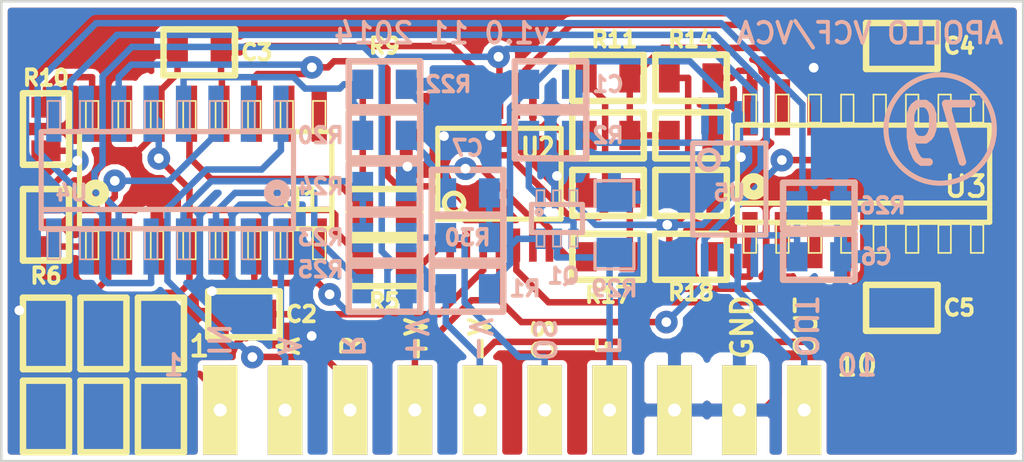
<source format=kicad_pcb>
(kicad_pcb (version 4) (host pcbnew "(2014-09-02 BZR 5112)-product")

  (general
    (links 106)
    (no_connects 0)
    (area 97.8178 82.949999 138.050001 103.4782)
    (thickness 1.6)
    (drawings 28)
    (tracks 459)
    (zones 0)
    (modules 44)
    (nets 43)
  )

  (page A3)
  (layers
    (0 F.Cu signal)
    (31 B.Cu signal)
    (32 B.Adhes user)
    (33 F.Adhes user)
    (34 B.Paste user)
    (35 F.Paste user)
    (36 B.SilkS user)
    (37 F.SilkS user)
    (38 B.Mask user)
    (39 F.Mask user)
    (40 Dwgs.User user)
    (41 Cmts.User user)
    (42 Eco1.User user)
    (43 Eco2.User user)
    (44 Edge.Cuts user)
  )

  (setup
    (last_trace_width 0.254)
    (trace_clearance 0.2032)
    (zone_clearance 0.2032)
    (zone_45_only no)
    (trace_min 0.254)
    (segment_width 0.2)
    (edge_width 0.1)
    (via_size 0.889)
    (via_drill 0.381)
    (via_min_size 0.889)
    (via_min_drill 0.381)
    (uvia_size 0.508)
    (uvia_drill 0.127)
    (uvias_allowed no)
    (uvia_min_size 0.508)
    (uvia_min_drill 0.127)
    (pcb_text_width 0.3)
    (pcb_text_size 1.5 1.5)
    (mod_edge_width 0.15)
    (mod_text_size 1 1)
    (mod_text_width 0.15)
    (pad_size 1.5 1.5)
    (pad_drill 0.6)
    (pad_to_mask_clearance 0)
    (aux_axis_origin 0 0)
    (visible_elements 7FFEFFFF)
    (pcbplotparams
      (layerselection 0x010f0_80000001)
      (usegerberextensions true)
      (excludeedgelayer true)
      (linewidth 0.150000)
      (plotframeref false)
      (viasonmask false)
      (mode 1)
      (useauxorigin false)
      (hpglpennumber 1)
      (hpglpenspeed 20)
      (hpglpendiameter 15)
      (hpglpenoverlay 2)
      (psnegative false)
      (psa4output false)
      (plotreference true)
      (plotvalue false)
      (plotinvisibletext false)
      (padsonsilk false)
      (subtractmaskfromsilk true)
      (outputformat 1)
      (mirror false)
      (drillshape 0)
      (scaleselection 1)
      (outputdirectory Gerbers/))
  )

  (net 0 "")
  (net 1 +VCC)
  (net 2 -VCC)
  (net 3 GND)
  (net 4 Iabc)
  (net 5 OFFSET)
  (net 6 RES_CTRL)
  (net 7 VCA_CTRL)
  (net 8 VCA_OUT)
  (net 9 VCF_CTRL)
  (net 10 VCF_IN)
  (net 11 VCF_OUT)
  (net 12 "Net-(C1-Pad1)")
  (net 13 "Net-(C1-Pad2)")
  (net 14 "Net-(C2-Pad1)")
  (net 15 "Net-(C3-Pad1)")
  (net 16 "Net-(C4-Pad1)")
  (net 17 "Net-(C5-Pad1)")
  (net 18 "Net-(C6-Pad1)")
  (net 19 "Net-(Q1-Pad1)")
  (net 20 "Net-(R3-Pad2)")
  (net 21 "Net-(R5-Pad1)")
  (net 22 "Net-(R6-Pad1)")
  (net 23 "Net-(R7-Pad1)")
  (net 24 "Net-(R11-Pad2)")
  (net 25 "Net-(R10-Pad1)")
  (net 26 "Net-(R11-Pad1)")
  (net 27 "Net-(R13-Pad1)")
  (net 28 "Net-(R14-Pad1)")
  (net 29 "Net-(R15-Pad1)")
  (net 30 "Net-(R18-Pad1)")
  (net 31 "Net-(R19-Pad2)")
  (net 32 "Net-(R20-Pad1)")
  (net 33 "Net-(R21-Pad1)")
  (net 34 "Net-(R23-Pad1)")
  (net 35 "Net-(R25-Pad1)")
  (net 36 "Net-(U1-Pad2)")
  (net 37 "Net-(U1-Pad15)")
  (net 38 "Net-(U3-Pad2)")
  (net 39 "Net-(U3-Pad15)")
  (net 40 "Net-(U4-Pad2)")
  (net 41 "Net-(U4-Pad15)")
  (net 42 "Net-(C7-Pad2)")

  (net_class Default "This is the default net class."
    (clearance 0.2032)
    (trace_width 0.254)
    (via_dia 0.889)
    (via_drill 0.381)
    (uvia_dia 0.508)
    (uvia_drill 0.127)
    (add_net +VCC)
    (add_net -VCC)
    (add_net GND)
    (add_net Iabc)
    (add_net "Net-(C1-Pad1)")
    (add_net "Net-(C1-Pad2)")
    (add_net "Net-(C2-Pad1)")
    (add_net "Net-(C3-Pad1)")
    (add_net "Net-(C4-Pad1)")
    (add_net "Net-(C5-Pad1)")
    (add_net "Net-(C6-Pad1)")
    (add_net "Net-(C7-Pad2)")
    (add_net "Net-(Q1-Pad1)")
    (add_net "Net-(R10-Pad1)")
    (add_net "Net-(R11-Pad1)")
    (add_net "Net-(R11-Pad2)")
    (add_net "Net-(R13-Pad1)")
    (add_net "Net-(R14-Pad1)")
    (add_net "Net-(R15-Pad1)")
    (add_net "Net-(R18-Pad1)")
    (add_net "Net-(R19-Pad2)")
    (add_net "Net-(R20-Pad1)")
    (add_net "Net-(R21-Pad1)")
    (add_net "Net-(R23-Pad1)")
    (add_net "Net-(R25-Pad1)")
    (add_net "Net-(R3-Pad2)")
    (add_net "Net-(R5-Pad1)")
    (add_net "Net-(R6-Pad1)")
    (add_net "Net-(R7-Pad1)")
    (add_net "Net-(U1-Pad15)")
    (add_net "Net-(U1-Pad2)")
    (add_net "Net-(U3-Pad15)")
    (add_net "Net-(U3-Pad2)")
    (add_net "Net-(U4-Pad15)")
    (add_net "Net-(U4-Pad2)")
    (add_net OFFSET)
    (add_net RES_CTRL)
    (add_net VCA_CTRL)
    (add_net VCA_OUT)
    (add_net VCF_CTRL)
    (add_net VCF_IN)
    (add_net VCF_OUT)
  )

  (module TSSOP8-JRL (layer B.Cu) (tedit 545E5D8B) (tstamp 545A8249)
    (at 126.5 90.25)
    (path /52F068F8)
    (attr smd)
    (fp_text reference U5 (at 0 0.25) (layer B.SilkS)
      (effects (font (size 0.6096 0.6096) (thickness 0.1524)) (justify mirror))
    )
    (fp_text value TL072- (at 0.65 0.1 90) (layer B.SilkS) hide
      (effects (font (size 0.762 0.762) (thickness 0.16002)) (justify mirror))
    )
    (fp_line (start -1.43 1.9) (end 1.43 1.9) (layer B.SilkS) (width 0.2))
    (fp_line (start 1.43 1.9) (end 1.43 -1.7) (layer B.SilkS) (width 0.2))
    (fp_line (start 1.43 -1.7) (end -1.43 -1.7) (layer B.SilkS) (width 0.2))
    (fp_line (start -1.438 -1.678) (end -1.438 1.878) (layer B.SilkS) (width 0.2))
    (fp_circle (center -0.803 -1.043) (end -1.184 -1.043) (layer B.SilkS) (width 0.2))
    (pad 1 smd rect (at -0.9554 -2.694) (size 0.29972 1.30048) (layers B.Cu B.Paste B.Mask)
      (net 12 "Net-(C1-Pad1)"))
    (pad 2 smd rect (at -0.3204 -2.694) (size 0.29972 1.30048) (layers B.Cu B.Paste B.Mask)
      (net 13 "Net-(C1-Pad2)"))
    (pad 3 smd rect (at 0.34 -2.694) (size 0.29972 1.30048) (layers B.Cu B.Paste B.Mask)
      (net 3 GND))
    (pad 4 smd rect (at 0.975 -2.694) (size 0.29972 1.30048) (layers B.Cu B.Paste B.Mask)
      (net 2 -VCC))
    (pad 5 smd rect (at 0.975 2.894) (size 0.29972 1.30048) (layers B.Cu B.Paste B.Mask)
      (net 18 "Net-(C6-Pad1)"))
    (pad 6 smd rect (at 0.3273 2.894) (size 0.29972 1.30048) (layers B.Cu B.Paste B.Mask)
      (net 8 VCA_OUT))
    (pad 7 smd rect (at -0.3204 2.894) (size 0.29972 1.30048) (layers B.Cu B.Paste B.Mask)
      (net 8 VCA_OUT))
    (pad 8 smd rect (at -0.9681 2.894) (size 0.29972 1.30048) (layers B.Cu B.Paste B.Mask)
      (net 1 +VCC))
    (model "E:/Documents/KiCad/MyLibs/MyModules/3D models/TSSOP08.wrl"
      (at (xyz 0 0 0))
      (scale (xyz 0.3937 0.3937 0.3937))
      (rotate (xyz 0 0 180))
    )
  )

  (module TSSOP14 (layer F.Cu) (tedit 545E5D69) (tstamp 545D1C87)
    (at 117.5 89.75)
    (path /52F05884)
    (attr smd)
    (fp_text reference U2 (at 1.5 -1) (layer F.SilkS)
      (effects (font (size 0.762 0.635) (thickness 0.16002)))
    )
    (fp_text value TL074- (at 0 0.508) (layer F.SilkS) hide
      (effects (font (size 0.762 0.762) (thickness 0.16002)))
    )
    (fp_line (start -2.413 -1.778) (end 2.413 -1.778) (layer F.SilkS) (width 0.2032))
    (fp_line (start 2.413 -1.778) (end 2.413 1.778) (layer F.SilkS) (width 0.2032))
    (fp_line (start 2.413 1.778) (end -2.413 1.778) (layer F.SilkS) (width 0.2032))
    (fp_line (start -2.413 1.778) (end -2.413 -1.778) (layer F.SilkS) (width 0.2032))
    (fp_circle (center -1.778 1.143) (end -2.159 1.143) (layer F.SilkS) (width 0.2032))
    (pad 1 smd rect (at -1.9304 2.794) (size 0.29972 1.30048) (layers F.Cu F.Paste F.Mask)
      (net 21 "Net-(R5-Pad1)"))
    (pad 2 smd rect (at -1.2954 2.794) (size 0.29972 1.30048) (layers F.Cu F.Paste F.Mask)
      (net 21 "Net-(R5-Pad1)"))
    (pad 3 smd rect (at -0.635 2.794) (size 0.29972 1.30048) (layers F.Cu F.Paste F.Mask)
      (net 14 "Net-(C2-Pad1)"))
    (pad 4 smd rect (at 0 2.794) (size 0.29972 1.30048) (layers F.Cu F.Paste F.Mask)
      (net 1 +VCC))
    (pad 5 smd rect (at 0.6604 2.794) (size 0.29972 1.30048) (layers F.Cu F.Paste F.Mask)
      (net 17 "Net-(C5-Pad1)"))
    (pad 6 smd rect (at 1.3081 2.794) (size 0.29972 1.30048) (layers F.Cu F.Paste F.Mask)
      (net 11 VCF_OUT))
    (pad 7 smd rect (at 1.9558 2.794) (size 0.29972 1.30048) (layers F.Cu F.Paste F.Mask)
      (net 11 VCF_OUT))
    (pad 8 smd rect (at 1.9558 -2.794) (size 0.29972 1.30048) (layers F.Cu F.Paste F.Mask)
      (net 27 "Net-(R13-Pad1)"))
    (pad 9 smd rect (at 1.3081 -2.794) (size 0.29972 1.30048) (layers F.Cu F.Paste F.Mask)
      (net 27 "Net-(R13-Pad1)"))
    (pad 10 smd rect (at 0.6604 -2.794) (size 0.29972 1.30048) (layers F.Cu F.Paste F.Mask)
      (net 16 "Net-(C4-Pad1)"))
    (pad 11 smd rect (at 0 -2.794) (size 0.29972 1.30048) (layers F.Cu F.Paste F.Mask)
      (net 2 -VCC))
    (pad 12 smd rect (at -0.6477 -2.794) (size 0.29972 1.30048) (layers F.Cu F.Paste F.Mask)
      (net 15 "Net-(C3-Pad1)"))
    (pad 13 smd rect (at -1.2954 -2.794) (size 0.29972 1.30048) (layers F.Cu F.Paste F.Mask)
      (net 24 "Net-(R11-Pad2)"))
    (pad 14 smd rect (at -1.9431 -2.794) (size 0.29972 1.30048) (layers F.Cu F.Paste F.Mask)
      (net 24 "Net-(R11-Pad2)"))
    (model smd\smd_dil\tssop-14.wrl
      (at (xyz 0 0 0))
      (scale (xyz 1 1 1))
      (rotate (xyz 0 0 0))
    )
  )

  (module SOT363-JRL (layer B.Cu) (tedit 545D91F3) (tstamp 545D1C6F)
    (at 119.75 91.5)
    (descr "SMALL OUTLINE TRANSISTOR; 6 LEADS")
    (tags "SMALL OUTLINE TRANSISTOR; 6 LEADS")
    (path /52F06E0A)
    (attr smd)
    (fp_text reference Q1 (at 0.25 2.25) (layer B.SilkS)
      (effects (font (size 0.6096 0.6096) (thickness 0.1524)) (justify mirror))
    )
    (fp_text value BC857BS (at 1.016 -2.286) (layer B.SilkS) hide
      (effects (font (size 0.8128 0.8128) (thickness 0.1524)) (justify mirror))
    )
    (fp_line (start -0.79756 -1.09982) (end -0.49784 -1.09982) (layer B.SilkS) (width 0.06604))
    (fp_line (start -0.49784 -1.09982) (end -0.49784 -0.59944) (layer B.SilkS) (width 0.06604))
    (fp_line (start -0.79756 -0.59944) (end -0.49784 -0.59944) (layer B.SilkS) (width 0.06604))
    (fp_line (start -0.79756 -1.09982) (end -0.79756 -0.59944) (layer B.SilkS) (width 0.06604))
    (fp_line (start -0.14986 -1.09982) (end 0.14986 -1.09982) (layer B.SilkS) (width 0.06604))
    (fp_line (start 0.14986 -1.09982) (end 0.14986 -0.59944) (layer B.SilkS) (width 0.06604))
    (fp_line (start -0.14986 -0.59944) (end 0.14986 -0.59944) (layer B.SilkS) (width 0.06604))
    (fp_line (start -0.14986 -1.09982) (end -0.14986 -0.59944) (layer B.SilkS) (width 0.06604))
    (fp_line (start 0.49784 -1.09982) (end 0.79756 -1.09982) (layer B.SilkS) (width 0.06604))
    (fp_line (start 0.79756 -1.09982) (end 0.79756 -0.59944) (layer B.SilkS) (width 0.06604))
    (fp_line (start 0.49784 -0.59944) (end 0.79756 -0.59944) (layer B.SilkS) (width 0.06604))
    (fp_line (start 0.49784 -1.09982) (end 0.49784 -0.59944) (layer B.SilkS) (width 0.06604))
    (fp_line (start 0.49784 0.59944) (end 0.79756 0.59944) (layer B.SilkS) (width 0.06604))
    (fp_line (start 0.79756 0.59944) (end 0.79756 1.09982) (layer B.SilkS) (width 0.06604))
    (fp_line (start 0.49784 1.09982) (end 0.79756 1.09982) (layer B.SilkS) (width 0.06604))
    (fp_line (start 0.49784 0.59944) (end 0.49784 1.09982) (layer B.SilkS) (width 0.06604))
    (fp_line (start -0.14986 0.59944) (end 0.14986 0.59944) (layer B.SilkS) (width 0.06604))
    (fp_line (start 0.14986 0.59944) (end 0.14986 1.09982) (layer B.SilkS) (width 0.06604))
    (fp_line (start -0.14986 1.09982) (end 0.14986 1.09982) (layer B.SilkS) (width 0.06604))
    (fp_line (start -0.14986 0.59944) (end -0.14986 1.09982) (layer B.SilkS) (width 0.06604))
    (fp_line (start -0.79756 0.59944) (end -0.49784 0.59944) (layer B.SilkS) (width 0.06604))
    (fp_line (start -0.49784 0.59944) (end -0.49784 1.09982) (layer B.SilkS) (width 0.06604))
    (fp_line (start -0.79756 1.09982) (end -0.49784 1.09982) (layer B.SilkS) (width 0.06604))
    (fp_line (start -0.79756 0.59944) (end -0.79756 1.09982) (layer B.SilkS) (width 0.06604))
    (fp_line (start -0.99822 0.54864) (end 0.99822 0.54864) (layer B.SilkS) (width 0.2032))
    (fp_line (start 0.99822 0.54864) (end 0.99822 -0.54864) (layer B.SilkS) (width 0.2032))
    (fp_line (start 0.99822 -0.54864) (end -0.99822 -0.54864) (layer B.SilkS) (width 0.2032))
    (fp_line (start -0.99822 -0.54864) (end -0.99822 0.54864) (layer B.SilkS) (width 0.2032))
    (fp_circle (center -0.6985 -0.24892) (end -0.77216 -0.32258) (layer B.SilkS) (width 0.1524))
    (pad 1 smd rect (at -0.6477 -0.79756) (size 0.39878 0.79756) (layers B.Cu B.Paste B.Mask)
      (net 19 "Net-(Q1-Pad1)"))
    (pad 2 smd rect (at 0 -0.79756) (size 0.39878 0.79756) (layers B.Cu B.Paste B.Mask)
      (net 3 GND))
    (pad 3 smd rect (at 0.6477 -0.79756) (size 0.39878 0.79756) (layers B.Cu B.Paste B.Mask)
      (net 4 Iabc))
    (pad 4 smd rect (at 0.6477 0.79756) (size 0.39878 0.79756) (layers B.Cu B.Paste B.Mask)
      (net 19 "Net-(Q1-Pad1)"))
    (pad 5 smd rect (at 0 0.79756) (size 0.39878 0.79756) (layers B.Cu B.Paste B.Mask)
      (net 9 VCF_CTRL))
    (pad 6 smd rect (at -0.6477 0.79756) (size 0.39878 0.79756) (layers B.Cu B.Paste B.Mask)
      (net 13 "Net-(C1-Pad2)"))
    (model "E:/Documents/KiCad/MyLibs/MyModules/3D models/SOT363.wrl"
      (at (xyz 0 0 0))
      (scale (xyz 0.3937 0.3937 0.3937))
      (rotate (xyz 0 0 90))
    )
  )

  (module SO16-JRL (layer F.Cu) (tedit 545E5D79) (tstamp 545AE1B5)
    (at 106 90)
    (descr "SMALL OUTLINE INTEGRATED CIRCUIT")
    (tags "SMALL OUTLINE INTEGRATED CIRCUIT")
    (path /52F056B5)
    (attr smd)
    (fp_text reference U1 (at 3.75 0.75 180) (layer F.SilkS)
      (effects (font (size 0.8128 0.8128) (thickness 0.1524)))
    )
    (fp_text value LM13700 (at -0.635 0) (layer F.SilkS) hide
      (effects (font (size 0.8128 0.8128) (thickness 0.1524)))
    )
    (fp_circle (center -4.3 0.5) (end -4.2 0.6) (layer F.SilkS) (width 0.381))
    (fp_line (start -4.68884 3.0988) (end -4.19862 3.0988) (layer F.SilkS) (width 0.06604))
    (fp_line (start -4.19862 3.0988) (end -4.19862 1.99898) (layer F.SilkS) (width 0.06604))
    (fp_line (start -4.68884 1.99898) (end -4.19862 1.99898) (layer F.SilkS) (width 0.06604))
    (fp_line (start -4.68884 3.0988) (end -4.68884 1.99898) (layer F.SilkS) (width 0.06604))
    (fp_line (start -3.41884 3.0988) (end -2.92862 3.0988) (layer F.SilkS) (width 0.06604))
    (fp_line (start -2.92862 3.0988) (end -2.92862 1.99898) (layer F.SilkS) (width 0.06604))
    (fp_line (start -3.41884 1.99898) (end -2.92862 1.99898) (layer F.SilkS) (width 0.06604))
    (fp_line (start -3.41884 3.0988) (end -3.41884 1.99898) (layer F.SilkS) (width 0.06604))
    (fp_line (start -2.14884 3.0988) (end -1.65862 3.0988) (layer F.SilkS) (width 0.06604))
    (fp_line (start -1.65862 3.0988) (end -1.65862 1.99898) (layer F.SilkS) (width 0.06604))
    (fp_line (start -2.14884 1.99898) (end -1.65862 1.99898) (layer F.SilkS) (width 0.06604))
    (fp_line (start -2.14884 3.0988) (end -2.14884 1.99898) (layer F.SilkS) (width 0.06604))
    (fp_line (start -0.87884 3.0988) (end -0.38862 3.0988) (layer F.SilkS) (width 0.06604))
    (fp_line (start -0.38862 3.0988) (end -0.38862 1.99898) (layer F.SilkS) (width 0.06604))
    (fp_line (start -0.87884 1.99898) (end -0.38862 1.99898) (layer F.SilkS) (width 0.06604))
    (fp_line (start -0.87884 3.0988) (end -0.87884 1.99898) (layer F.SilkS) (width 0.06604))
    (fp_line (start 1.65862 -1.99898) (end 2.14884 -1.99898) (layer F.SilkS) (width 0.06604))
    (fp_line (start 2.14884 -1.99898) (end 2.14884 -3.0988) (layer F.SilkS) (width 0.06604))
    (fp_line (start 1.65862 -3.0988) (end 2.14884 -3.0988) (layer F.SilkS) (width 0.06604))
    (fp_line (start 1.65862 -1.99898) (end 1.65862 -3.0988) (layer F.SilkS) (width 0.06604))
    (fp_line (start 0.38862 -1.99898) (end 0.87884 -1.99898) (layer F.SilkS) (width 0.06604))
    (fp_line (start 0.87884 -1.99898) (end 0.87884 -3.0988) (layer F.SilkS) (width 0.06604))
    (fp_line (start 0.38862 -3.0988) (end 0.87884 -3.0988) (layer F.SilkS) (width 0.06604))
    (fp_line (start 0.38862 -1.99898) (end 0.38862 -3.0988) (layer F.SilkS) (width 0.06604))
    (fp_line (start -0.87884 -1.99898) (end -0.38862 -1.99898) (layer F.SilkS) (width 0.06604))
    (fp_line (start -0.38862 -1.99898) (end -0.38862 -3.0988) (layer F.SilkS) (width 0.06604))
    (fp_line (start -0.87884 -3.0988) (end -0.38862 -3.0988) (layer F.SilkS) (width 0.06604))
    (fp_line (start -0.87884 -1.99898) (end -0.87884 -3.0988) (layer F.SilkS) (width 0.06604))
    (fp_line (start -2.14884 -1.99898) (end -1.65862 -1.99898) (layer F.SilkS) (width 0.06604))
    (fp_line (start -1.65862 -1.99898) (end -1.65862 -3.0988) (layer F.SilkS) (width 0.06604))
    (fp_line (start -2.14884 -3.0988) (end -1.65862 -3.0988) (layer F.SilkS) (width 0.06604))
    (fp_line (start -2.14884 -1.99898) (end -2.14884 -3.0988) (layer F.SilkS) (width 0.06604))
    (fp_line (start 0.38862 3.0988) (end 0.87884 3.0988) (layer F.SilkS) (width 0.06604))
    (fp_line (start 0.87884 3.0988) (end 0.87884 1.99898) (layer F.SilkS) (width 0.06604))
    (fp_line (start 0.38862 1.99898) (end 0.87884 1.99898) (layer F.SilkS) (width 0.06604))
    (fp_line (start 0.38862 3.0988) (end 0.38862 1.99898) (layer F.SilkS) (width 0.06604))
    (fp_line (start 1.65862 3.0988) (end 2.14884 3.0988) (layer F.SilkS) (width 0.06604))
    (fp_line (start 2.14884 3.0988) (end 2.14884 1.99898) (layer F.SilkS) (width 0.06604))
    (fp_line (start 1.65862 1.99898) (end 2.14884 1.99898) (layer F.SilkS) (width 0.06604))
    (fp_line (start 1.65862 3.0988) (end 1.65862 1.99898) (layer F.SilkS) (width 0.06604))
    (fp_line (start 2.92862 3.0988) (end 3.41884 3.0988) (layer F.SilkS) (width 0.06604))
    (fp_line (start 3.41884 3.0988) (end 3.41884 1.99898) (layer F.SilkS) (width 0.06604))
    (fp_line (start 2.92862 1.99898) (end 3.41884 1.99898) (layer F.SilkS) (width 0.06604))
    (fp_line (start 2.92862 3.0988) (end 2.92862 1.99898) (layer F.SilkS) (width 0.06604))
    (fp_line (start 4.19862 3.0988) (end 4.68884 3.0988) (layer F.SilkS) (width 0.06604))
    (fp_line (start 4.68884 3.0988) (end 4.68884 1.99898) (layer F.SilkS) (width 0.06604))
    (fp_line (start 4.19862 1.99898) (end 4.68884 1.99898) (layer F.SilkS) (width 0.06604))
    (fp_line (start 4.19862 3.0988) (end 4.19862 1.99898) (layer F.SilkS) (width 0.06604))
    (fp_line (start 4.19862 -1.99898) (end 4.68884 -1.99898) (layer F.SilkS) (width 0.06604))
    (fp_line (start 4.68884 -1.99898) (end 4.68884 -3.0988) (layer F.SilkS) (width 0.06604))
    (fp_line (start 4.19862 -3.0988) (end 4.68884 -3.0988) (layer F.SilkS) (width 0.06604))
    (fp_line (start 4.19862 -1.99898) (end 4.19862 -3.0988) (layer F.SilkS) (width 0.06604))
    (fp_line (start 2.92862 -1.99898) (end 3.41884 -1.99898) (layer F.SilkS) (width 0.06604))
    (fp_line (start 3.41884 -1.99898) (end 3.41884 -3.0988) (layer F.SilkS) (width 0.06604))
    (fp_line (start 2.92862 -3.0988) (end 3.41884 -3.0988) (layer F.SilkS) (width 0.06604))
    (fp_line (start 2.92862 -1.99898) (end 2.92862 -3.0988) (layer F.SilkS) (width 0.06604))
    (fp_line (start -3.41884 -1.99898) (end -2.92862 -1.99898) (layer F.SilkS) (width 0.06604))
    (fp_line (start -2.92862 -1.99898) (end -2.92862 -3.0988) (layer F.SilkS) (width 0.06604))
    (fp_line (start -3.41884 -3.0988) (end -2.92862 -3.0988) (layer F.SilkS) (width 0.06604))
    (fp_line (start -3.41884 -1.99898) (end -3.41884 -3.0988) (layer F.SilkS) (width 0.06604))
    (fp_line (start -4.68884 -1.99898) (end -4.19862 -1.99898) (layer F.SilkS) (width 0.06604))
    (fp_line (start -4.19862 -1.99898) (end -4.19862 -3.0988) (layer F.SilkS) (width 0.06604))
    (fp_line (start -4.68884 -3.0988) (end -4.19862 -3.0988) (layer F.SilkS) (width 0.06604))
    (fp_line (start -4.68884 -1.99898) (end -4.68884 -3.0988) (layer F.SilkS) (width 0.06604))
    (fp_line (start 4.93776 1.89992) (end -4.93776 1.89992) (layer F.SilkS) (width 0.2032))
    (fp_line (start -4.93776 1.89992) (end -4.93776 1.39954) (layer F.SilkS) (width 0.2032))
    (fp_line (start -4.93776 1.39954) (end -4.93776 -1.89992) (layer F.SilkS) (width 0.2032))
    (fp_line (start -4.93776 -1.89992) (end 4.93776 -1.89992) (layer F.SilkS) (width 0.2032))
    (fp_line (start 4.93776 1.14954) (end -4.93776 1.14954) (layer F.SilkS) (width 0.2032))
    (fp_line (start 4.93776 -1.89992) (end 4.93776 1.39954) (layer F.SilkS) (width 0.2032))
    (fp_line (start 4.93776 1.39954) (end 4.93776 1.89992) (layer F.SilkS) (width 0.2032))
    (pad 1 smd rect (at -4.445 2.59842) (size 0.59944 2.19964) (layers F.Cu F.Paste F.Mask)
      (net 22 "Net-(R6-Pad1)"))
    (pad 2 smd rect (at -3.175 2.59842) (size 0.59944 2.19964) (layers F.Cu F.Paste F.Mask)
      (net 36 "Net-(U1-Pad2)"))
    (pad 3 smd rect (at -1.905 2.59842) (size 0.59944 2.19964) (layers F.Cu F.Paste F.Mask)
      (net 3 GND))
    (pad 4 smd rect (at -0.635 2.59842) (size 0.59944 2.19964) (layers F.Cu F.Paste F.Mask)
      (net 20 "Net-(R3-Pad2)"))
    (pad 5 smd rect (at 0.635 2.59842) (size 0.59944 2.19964) (layers F.Cu F.Paste F.Mask)
      (net 14 "Net-(C2-Pad1)"))
    (pad 6 smd rect (at 1.905 2.59842) (size 0.59944 2.19964) (layers F.Cu F.Paste F.Mask)
      (net 2 -VCC))
    (pad 7 smd rect (at 3.175 2.59842) (size 0.59944 2.19964) (layers F.Cu F.Paste F.Mask))
    (pad 8 smd rect (at 4.445 2.59842) (size 0.59944 2.19964) (layers F.Cu F.Paste F.Mask))
    (pad 9 smd rect (at 4.445 -2.59842) (size 0.59944 2.19964) (layers F.Cu F.Paste F.Mask))
    (pad 10 smd rect (at 3.175 -2.59842) (size 0.59944 2.19964) (layers F.Cu F.Paste F.Mask))
    (pad 11 smd rect (at 1.905 -2.59842) (size 0.59944 2.19964) (layers F.Cu F.Paste F.Mask)
      (net 1 +VCC))
    (pad 12 smd rect (at 0.635 -2.59842) (size 0.59944 2.19964) (layers F.Cu F.Paste F.Mask)
      (net 15 "Net-(C3-Pad1)"))
    (pad 13 smd rect (at -0.635 -2.59842) (size 0.59944 2.19964) (layers F.Cu F.Paste F.Mask)
      (net 23 "Net-(R7-Pad1)"))
    (pad 14 smd rect (at -1.905 -2.59842) (size 0.59944 2.19964) (layers F.Cu F.Paste F.Mask)
      (net 3 GND))
    (pad 15 smd rect (at -3.175 -2.59842) (size 0.59944 2.19964) (layers F.Cu F.Paste F.Mask)
      (net 37 "Net-(U1-Pad15)"))
    (pad 16 smd rect (at -4.445 -2.59842) (size 0.59944 2.19964) (layers F.Cu F.Paste F.Mask)
      (net 25 "Net-(R10-Pad1)"))
    (model smd/smd_dil/so-16.wrl
      (at (xyz 0 0 0))
      (scale (xyz 1 1 1))
      (rotate (xyz 0 0 0))
    )
  )

  (module SO16-JRL (layer B.Cu) (tedit 545E5DA0) (tstamp 545C4EDA)
    (at 104.5 90 180)
    (descr "SMALL OUTLINE INTEGRATED CIRCUIT")
    (tags "SMALL OUTLINE INTEGRATED CIRCUIT")
    (path /52F05C07)
    (attr smd)
    (fp_text reference U4 (at 3.75 -0.5 180) (layer B.SilkS)
      (effects (font (size 0.6096 0.6096) (thickness 0.1524)) (justify mirror))
    )
    (fp_text value LM13700 (at -0.635 0 180) (layer B.SilkS) hide
      (effects (font (size 0.8128 0.8128) (thickness 0.1524)) (justify mirror))
    )
    (fp_circle (center -4.3 -0.5) (end -4.2 -0.6) (layer B.SilkS) (width 0.381))
    (fp_line (start -4.68884 -3.0988) (end -4.19862 -3.0988) (layer B.SilkS) (width 0.06604))
    (fp_line (start -4.19862 -3.0988) (end -4.19862 -1.99898) (layer B.SilkS) (width 0.06604))
    (fp_line (start -4.68884 -1.99898) (end -4.19862 -1.99898) (layer B.SilkS) (width 0.06604))
    (fp_line (start -4.68884 -3.0988) (end -4.68884 -1.99898) (layer B.SilkS) (width 0.06604))
    (fp_line (start -3.41884 -3.0988) (end -2.92862 -3.0988) (layer B.SilkS) (width 0.06604))
    (fp_line (start -2.92862 -3.0988) (end -2.92862 -1.99898) (layer B.SilkS) (width 0.06604))
    (fp_line (start -3.41884 -1.99898) (end -2.92862 -1.99898) (layer B.SilkS) (width 0.06604))
    (fp_line (start -3.41884 -3.0988) (end -3.41884 -1.99898) (layer B.SilkS) (width 0.06604))
    (fp_line (start -2.14884 -3.0988) (end -1.65862 -3.0988) (layer B.SilkS) (width 0.06604))
    (fp_line (start -1.65862 -3.0988) (end -1.65862 -1.99898) (layer B.SilkS) (width 0.06604))
    (fp_line (start -2.14884 -1.99898) (end -1.65862 -1.99898) (layer B.SilkS) (width 0.06604))
    (fp_line (start -2.14884 -3.0988) (end -2.14884 -1.99898) (layer B.SilkS) (width 0.06604))
    (fp_line (start -0.87884 -3.0988) (end -0.38862 -3.0988) (layer B.SilkS) (width 0.06604))
    (fp_line (start -0.38862 -3.0988) (end -0.38862 -1.99898) (layer B.SilkS) (width 0.06604))
    (fp_line (start -0.87884 -1.99898) (end -0.38862 -1.99898) (layer B.SilkS) (width 0.06604))
    (fp_line (start -0.87884 -3.0988) (end -0.87884 -1.99898) (layer B.SilkS) (width 0.06604))
    (fp_line (start 1.65862 1.99898) (end 2.14884 1.99898) (layer B.SilkS) (width 0.06604))
    (fp_line (start 2.14884 1.99898) (end 2.14884 3.0988) (layer B.SilkS) (width 0.06604))
    (fp_line (start 1.65862 3.0988) (end 2.14884 3.0988) (layer B.SilkS) (width 0.06604))
    (fp_line (start 1.65862 1.99898) (end 1.65862 3.0988) (layer B.SilkS) (width 0.06604))
    (fp_line (start 0.38862 1.99898) (end 0.87884 1.99898) (layer B.SilkS) (width 0.06604))
    (fp_line (start 0.87884 1.99898) (end 0.87884 3.0988) (layer B.SilkS) (width 0.06604))
    (fp_line (start 0.38862 3.0988) (end 0.87884 3.0988) (layer B.SilkS) (width 0.06604))
    (fp_line (start 0.38862 1.99898) (end 0.38862 3.0988) (layer B.SilkS) (width 0.06604))
    (fp_line (start -0.87884 1.99898) (end -0.38862 1.99898) (layer B.SilkS) (width 0.06604))
    (fp_line (start -0.38862 1.99898) (end -0.38862 3.0988) (layer B.SilkS) (width 0.06604))
    (fp_line (start -0.87884 3.0988) (end -0.38862 3.0988) (layer B.SilkS) (width 0.06604))
    (fp_line (start -0.87884 1.99898) (end -0.87884 3.0988) (layer B.SilkS) (width 0.06604))
    (fp_line (start -2.14884 1.99898) (end -1.65862 1.99898) (layer B.SilkS) (width 0.06604))
    (fp_line (start -1.65862 1.99898) (end -1.65862 3.0988) (layer B.SilkS) (width 0.06604))
    (fp_line (start -2.14884 3.0988) (end -1.65862 3.0988) (layer B.SilkS) (width 0.06604))
    (fp_line (start -2.14884 1.99898) (end -2.14884 3.0988) (layer B.SilkS) (width 0.06604))
    (fp_line (start 0.38862 -3.0988) (end 0.87884 -3.0988) (layer B.SilkS) (width 0.06604))
    (fp_line (start 0.87884 -3.0988) (end 0.87884 -1.99898) (layer B.SilkS) (width 0.06604))
    (fp_line (start 0.38862 -1.99898) (end 0.87884 -1.99898) (layer B.SilkS) (width 0.06604))
    (fp_line (start 0.38862 -3.0988) (end 0.38862 -1.99898) (layer B.SilkS) (width 0.06604))
    (fp_line (start 1.65862 -3.0988) (end 2.14884 -3.0988) (layer B.SilkS) (width 0.06604))
    (fp_line (start 2.14884 -3.0988) (end 2.14884 -1.99898) (layer B.SilkS) (width 0.06604))
    (fp_line (start 1.65862 -1.99898) (end 2.14884 -1.99898) (layer B.SilkS) (width 0.06604))
    (fp_line (start 1.65862 -3.0988) (end 1.65862 -1.99898) (layer B.SilkS) (width 0.06604))
    (fp_line (start 2.92862 -3.0988) (end 3.41884 -3.0988) (layer B.SilkS) (width 0.06604))
    (fp_line (start 3.41884 -3.0988) (end 3.41884 -1.99898) (layer B.SilkS) (width 0.06604))
    (fp_line (start 2.92862 -1.99898) (end 3.41884 -1.99898) (layer B.SilkS) (width 0.06604))
    (fp_line (start 2.92862 -3.0988) (end 2.92862 -1.99898) (layer B.SilkS) (width 0.06604))
    (fp_line (start 4.19862 -3.0988) (end 4.68884 -3.0988) (layer B.SilkS) (width 0.06604))
    (fp_line (start 4.68884 -3.0988) (end 4.68884 -1.99898) (layer B.SilkS) (width 0.06604))
    (fp_line (start 4.19862 -1.99898) (end 4.68884 -1.99898) (layer B.SilkS) (width 0.06604))
    (fp_line (start 4.19862 -3.0988) (end 4.19862 -1.99898) (layer B.SilkS) (width 0.06604))
    (fp_line (start 4.19862 1.99898) (end 4.68884 1.99898) (layer B.SilkS) (width 0.06604))
    (fp_line (start 4.68884 1.99898) (end 4.68884 3.0988) (layer B.SilkS) (width 0.06604))
    (fp_line (start 4.19862 3.0988) (end 4.68884 3.0988) (layer B.SilkS) (width 0.06604))
    (fp_line (start 4.19862 1.99898) (end 4.19862 3.0988) (layer B.SilkS) (width 0.06604))
    (fp_line (start 2.92862 1.99898) (end 3.41884 1.99898) (layer B.SilkS) (width 0.06604))
    (fp_line (start 3.41884 1.99898) (end 3.41884 3.0988) (layer B.SilkS) (width 0.06604))
    (fp_line (start 2.92862 3.0988) (end 3.41884 3.0988) (layer B.SilkS) (width 0.06604))
    (fp_line (start 2.92862 1.99898) (end 2.92862 3.0988) (layer B.SilkS) (width 0.06604))
    (fp_line (start -3.41884 1.99898) (end -2.92862 1.99898) (layer B.SilkS) (width 0.06604))
    (fp_line (start -2.92862 1.99898) (end -2.92862 3.0988) (layer B.SilkS) (width 0.06604))
    (fp_line (start -3.41884 3.0988) (end -2.92862 3.0988) (layer B.SilkS) (width 0.06604))
    (fp_line (start -3.41884 1.99898) (end -3.41884 3.0988) (layer B.SilkS) (width 0.06604))
    (fp_line (start -4.68884 1.99898) (end -4.19862 1.99898) (layer B.SilkS) (width 0.06604))
    (fp_line (start -4.19862 1.99898) (end -4.19862 3.0988) (layer B.SilkS) (width 0.06604))
    (fp_line (start -4.68884 3.0988) (end -4.19862 3.0988) (layer B.SilkS) (width 0.06604))
    (fp_line (start -4.68884 1.99898) (end -4.68884 3.0988) (layer B.SilkS) (width 0.06604))
    (fp_line (start 4.93776 -1.89992) (end -4.93776 -1.89992) (layer B.SilkS) (width 0.2032))
    (fp_line (start -4.93776 -1.89992) (end -4.93776 -1.39954) (layer B.SilkS) (width 0.2032))
    (fp_line (start -4.93776 -1.39954) (end -4.93776 1.89992) (layer B.SilkS) (width 0.2032))
    (fp_line (start -4.93776 1.89992) (end 4.93776 1.89992) (layer B.SilkS) (width 0.2032))
    (fp_line (start 4.93776 -1.14954) (end -4.93776 -1.14954) (layer B.SilkS) (width 0.2032))
    (fp_line (start 4.93776 1.89992) (end 4.93776 -1.39954) (layer B.SilkS) (width 0.2032))
    (fp_line (start 4.93776 -1.39954) (end 4.93776 -1.89992) (layer B.SilkS) (width 0.2032))
    (pad 1 smd rect (at -4.445 -2.59842 180) (size 0.59944 2.19964) (layers B.Cu B.Paste B.Mask)
      (net 7 VCA_CTRL))
    (pad 2 smd rect (at -3.175 -2.59842 180) (size 0.59944 2.19964) (layers B.Cu B.Paste B.Mask)
      (net 40 "Net-(U4-Pad2)"))
    (pad 3 smd rect (at -1.905 -2.59842 180) (size 0.59944 2.19964) (layers B.Cu B.Paste B.Mask)
      (net 35 "Net-(R25-Pad1)"))
    (pad 4 smd rect (at -0.635 -2.59842 180) (size 0.59944 2.19964) (layers B.Cu B.Paste B.Mask)
      (net 34 "Net-(R23-Pad1)"))
    (pad 5 smd rect (at 0.635 -2.59842 180) (size 0.59944 2.19964) (layers B.Cu B.Paste B.Mask)
      (net 18 "Net-(C6-Pad1)"))
    (pad 6 smd rect (at 1.905 -2.59842 180) (size 0.59944 2.19964) (layers B.Cu B.Paste B.Mask)
      (net 2 -VCC))
    (pad 7 smd rect (at 3.175 -2.59842 180) (size 0.59944 2.19964) (layers B.Cu B.Paste B.Mask))
    (pad 8 smd rect (at 4.445 -2.59842 180) (size 0.59944 2.19964) (layers B.Cu B.Paste B.Mask))
    (pad 9 smd rect (at 4.445 2.59842 180) (size 0.59944 2.19964) (layers B.Cu B.Paste B.Mask))
    (pad 10 smd rect (at 3.175 2.59842 180) (size 0.59944 2.19964) (layers B.Cu B.Paste B.Mask))
    (pad 11 smd rect (at 1.905 2.59842 180) (size 0.59944 2.19964) (layers B.Cu B.Paste B.Mask)
      (net 1 +VCC))
    (pad 12 smd rect (at 0.635 2.59842 180) (size 0.59944 2.19964) (layers B.Cu B.Paste B.Mask)
      (net 20 "Net-(R3-Pad2)"))
    (pad 13 smd rect (at -0.635 2.59842 180) (size 0.59944 2.19964) (layers B.Cu B.Paste B.Mask)
      (net 32 "Net-(R20-Pad1)"))
    (pad 14 smd rect (at -1.905 2.59842 180) (size 0.59944 2.19964) (layers B.Cu B.Paste B.Mask)
      (net 33 "Net-(R21-Pad1)"))
    (pad 15 smd rect (at -3.175 2.59842 180) (size 0.59944 2.19964) (layers B.Cu B.Paste B.Mask)
      (net 41 "Net-(U4-Pad15)"))
    (pad 16 smd rect (at -4.445 2.59842 180) (size 0.59944 2.19964) (layers B.Cu B.Paste B.Mask)
      (net 6 RES_CTRL))
    (model smd/smd_dil/so-16.wrl
      (at (xyz 0 0 0))
      (scale (xyz 1 1 1))
      (rotate (xyz 0 0 0))
    )
  )

  (module SO16-JRL (layer F.Cu) (tedit 545E5D73) (tstamp 545AE137)
    (at 131.75 89.75)
    (descr "SMALL OUTLINE INTEGRATED CIRCUIT")
    (tags "SMALL OUTLINE INTEGRATED CIRCUIT")
    (path /52F05A42)
    (attr smd)
    (fp_text reference U3 (at 4 0.5 180) (layer F.SilkS)
      (effects (font (size 0.8128 0.8128) (thickness 0.1524)))
    )
    (fp_text value LM13700 (at -0.635 0) (layer F.SilkS) hide
      (effects (font (size 0.8128 0.8128) (thickness 0.1524)))
    )
    (fp_circle (center -4.3 0.5) (end -4.2 0.6) (layer F.SilkS) (width 0.381))
    (fp_line (start -4.68884 3.0988) (end -4.19862 3.0988) (layer F.SilkS) (width 0.06604))
    (fp_line (start -4.19862 3.0988) (end -4.19862 1.99898) (layer F.SilkS) (width 0.06604))
    (fp_line (start -4.68884 1.99898) (end -4.19862 1.99898) (layer F.SilkS) (width 0.06604))
    (fp_line (start -4.68884 3.0988) (end -4.68884 1.99898) (layer F.SilkS) (width 0.06604))
    (fp_line (start -3.41884 3.0988) (end -2.92862 3.0988) (layer F.SilkS) (width 0.06604))
    (fp_line (start -2.92862 3.0988) (end -2.92862 1.99898) (layer F.SilkS) (width 0.06604))
    (fp_line (start -3.41884 1.99898) (end -2.92862 1.99898) (layer F.SilkS) (width 0.06604))
    (fp_line (start -3.41884 3.0988) (end -3.41884 1.99898) (layer F.SilkS) (width 0.06604))
    (fp_line (start -2.14884 3.0988) (end -1.65862 3.0988) (layer F.SilkS) (width 0.06604))
    (fp_line (start -1.65862 3.0988) (end -1.65862 1.99898) (layer F.SilkS) (width 0.06604))
    (fp_line (start -2.14884 1.99898) (end -1.65862 1.99898) (layer F.SilkS) (width 0.06604))
    (fp_line (start -2.14884 3.0988) (end -2.14884 1.99898) (layer F.SilkS) (width 0.06604))
    (fp_line (start -0.87884 3.0988) (end -0.38862 3.0988) (layer F.SilkS) (width 0.06604))
    (fp_line (start -0.38862 3.0988) (end -0.38862 1.99898) (layer F.SilkS) (width 0.06604))
    (fp_line (start -0.87884 1.99898) (end -0.38862 1.99898) (layer F.SilkS) (width 0.06604))
    (fp_line (start -0.87884 3.0988) (end -0.87884 1.99898) (layer F.SilkS) (width 0.06604))
    (fp_line (start 1.65862 -1.99898) (end 2.14884 -1.99898) (layer F.SilkS) (width 0.06604))
    (fp_line (start 2.14884 -1.99898) (end 2.14884 -3.0988) (layer F.SilkS) (width 0.06604))
    (fp_line (start 1.65862 -3.0988) (end 2.14884 -3.0988) (layer F.SilkS) (width 0.06604))
    (fp_line (start 1.65862 -1.99898) (end 1.65862 -3.0988) (layer F.SilkS) (width 0.06604))
    (fp_line (start 0.38862 -1.99898) (end 0.87884 -1.99898) (layer F.SilkS) (width 0.06604))
    (fp_line (start 0.87884 -1.99898) (end 0.87884 -3.0988) (layer F.SilkS) (width 0.06604))
    (fp_line (start 0.38862 -3.0988) (end 0.87884 -3.0988) (layer F.SilkS) (width 0.06604))
    (fp_line (start 0.38862 -1.99898) (end 0.38862 -3.0988) (layer F.SilkS) (width 0.06604))
    (fp_line (start -0.87884 -1.99898) (end -0.38862 -1.99898) (layer F.SilkS) (width 0.06604))
    (fp_line (start -0.38862 -1.99898) (end -0.38862 -3.0988) (layer F.SilkS) (width 0.06604))
    (fp_line (start -0.87884 -3.0988) (end -0.38862 -3.0988) (layer F.SilkS) (width 0.06604))
    (fp_line (start -0.87884 -1.99898) (end -0.87884 -3.0988) (layer F.SilkS) (width 0.06604))
    (fp_line (start -2.14884 -1.99898) (end -1.65862 -1.99898) (layer F.SilkS) (width 0.06604))
    (fp_line (start -1.65862 -1.99898) (end -1.65862 -3.0988) (layer F.SilkS) (width 0.06604))
    (fp_line (start -2.14884 -3.0988) (end -1.65862 -3.0988) (layer F.SilkS) (width 0.06604))
    (fp_line (start -2.14884 -1.99898) (end -2.14884 -3.0988) (layer F.SilkS) (width 0.06604))
    (fp_line (start 0.38862 3.0988) (end 0.87884 3.0988) (layer F.SilkS) (width 0.06604))
    (fp_line (start 0.87884 3.0988) (end 0.87884 1.99898) (layer F.SilkS) (width 0.06604))
    (fp_line (start 0.38862 1.99898) (end 0.87884 1.99898) (layer F.SilkS) (width 0.06604))
    (fp_line (start 0.38862 3.0988) (end 0.38862 1.99898) (layer F.SilkS) (width 0.06604))
    (fp_line (start 1.65862 3.0988) (end 2.14884 3.0988) (layer F.SilkS) (width 0.06604))
    (fp_line (start 2.14884 3.0988) (end 2.14884 1.99898) (layer F.SilkS) (width 0.06604))
    (fp_line (start 1.65862 1.99898) (end 2.14884 1.99898) (layer F.SilkS) (width 0.06604))
    (fp_line (start 1.65862 3.0988) (end 1.65862 1.99898) (layer F.SilkS) (width 0.06604))
    (fp_line (start 2.92862 3.0988) (end 3.41884 3.0988) (layer F.SilkS) (width 0.06604))
    (fp_line (start 3.41884 3.0988) (end 3.41884 1.99898) (layer F.SilkS) (width 0.06604))
    (fp_line (start 2.92862 1.99898) (end 3.41884 1.99898) (layer F.SilkS) (width 0.06604))
    (fp_line (start 2.92862 3.0988) (end 2.92862 1.99898) (layer F.SilkS) (width 0.06604))
    (fp_line (start 4.19862 3.0988) (end 4.68884 3.0988) (layer F.SilkS) (width 0.06604))
    (fp_line (start 4.68884 3.0988) (end 4.68884 1.99898) (layer F.SilkS) (width 0.06604))
    (fp_line (start 4.19862 1.99898) (end 4.68884 1.99898) (layer F.SilkS) (width 0.06604))
    (fp_line (start 4.19862 3.0988) (end 4.19862 1.99898) (layer F.SilkS) (width 0.06604))
    (fp_line (start 4.19862 -1.99898) (end 4.68884 -1.99898) (layer F.SilkS) (width 0.06604))
    (fp_line (start 4.68884 -1.99898) (end 4.68884 -3.0988) (layer F.SilkS) (width 0.06604))
    (fp_line (start 4.19862 -3.0988) (end 4.68884 -3.0988) (layer F.SilkS) (width 0.06604))
    (fp_line (start 4.19862 -1.99898) (end 4.19862 -3.0988) (layer F.SilkS) (width 0.06604))
    (fp_line (start 2.92862 -1.99898) (end 3.41884 -1.99898) (layer F.SilkS) (width 0.06604))
    (fp_line (start 3.41884 -1.99898) (end 3.41884 -3.0988) (layer F.SilkS) (width 0.06604))
    (fp_line (start 2.92862 -3.0988) (end 3.41884 -3.0988) (layer F.SilkS) (width 0.06604))
    (fp_line (start 2.92862 -1.99898) (end 2.92862 -3.0988) (layer F.SilkS) (width 0.06604))
    (fp_line (start -3.41884 -1.99898) (end -2.92862 -1.99898) (layer F.SilkS) (width 0.06604))
    (fp_line (start -2.92862 -1.99898) (end -2.92862 -3.0988) (layer F.SilkS) (width 0.06604))
    (fp_line (start -3.41884 -3.0988) (end -2.92862 -3.0988) (layer F.SilkS) (width 0.06604))
    (fp_line (start -3.41884 -1.99898) (end -3.41884 -3.0988) (layer F.SilkS) (width 0.06604))
    (fp_line (start -4.68884 -1.99898) (end -4.19862 -1.99898) (layer F.SilkS) (width 0.06604))
    (fp_line (start -4.19862 -1.99898) (end -4.19862 -3.0988) (layer F.SilkS) (width 0.06604))
    (fp_line (start -4.68884 -3.0988) (end -4.19862 -3.0988) (layer F.SilkS) (width 0.06604))
    (fp_line (start -4.68884 -1.99898) (end -4.68884 -3.0988) (layer F.SilkS) (width 0.06604))
    (fp_line (start 4.93776 1.89992) (end -4.93776 1.89992) (layer F.SilkS) (width 0.2032))
    (fp_line (start -4.93776 1.89992) (end -4.93776 1.39954) (layer F.SilkS) (width 0.2032))
    (fp_line (start -4.93776 1.39954) (end -4.93776 -1.89992) (layer F.SilkS) (width 0.2032))
    (fp_line (start -4.93776 -1.89992) (end 4.93776 -1.89992) (layer F.SilkS) (width 0.2032))
    (fp_line (start 4.93776 1.14954) (end -4.93776 1.14954) (layer F.SilkS) (width 0.2032))
    (fp_line (start 4.93776 -1.89992) (end 4.93776 1.39954) (layer F.SilkS) (width 0.2032))
    (fp_line (start 4.93776 1.39954) (end 4.93776 1.89992) (layer F.SilkS) (width 0.2032))
    (pad 1 smd rect (at -4.445 2.59842) (size 0.59944 2.19964) (layers F.Cu F.Paste F.Mask)
      (net 30 "Net-(R18-Pad1)"))
    (pad 2 smd rect (at -3.175 2.59842) (size 0.59944 2.19964) (layers F.Cu F.Paste F.Mask)
      (net 38 "Net-(U3-Pad2)"))
    (pad 3 smd rect (at -1.905 2.59842) (size 0.59944 2.19964) (layers F.Cu F.Paste F.Mask)
      (net 3 GND))
    (pad 4 smd rect (at -0.635 2.59842) (size 0.59944 2.19964) (layers F.Cu F.Paste F.Mask)
      (net 29 "Net-(R15-Pad1)"))
    (pad 5 smd rect (at 0.635 2.59842) (size 0.59944 2.19964) (layers F.Cu F.Paste F.Mask)
      (net 17 "Net-(C5-Pad1)"))
    (pad 6 smd rect (at 1.905 2.59842) (size 0.59944 2.19964) (layers F.Cu F.Paste F.Mask)
      (net 2 -VCC))
    (pad 7 smd rect (at 3.175 2.59842) (size 0.59944 2.19964) (layers F.Cu F.Paste F.Mask))
    (pad 8 smd rect (at 4.445 2.59842) (size 0.59944 2.19964) (layers F.Cu F.Paste F.Mask))
    (pad 9 smd rect (at 4.445 -2.59842) (size 0.59944 2.19964) (layers F.Cu F.Paste F.Mask))
    (pad 10 smd rect (at 3.175 -2.59842) (size 0.59944 2.19964) (layers F.Cu F.Paste F.Mask))
    (pad 11 smd rect (at 1.905 -2.59842) (size 0.59944 2.19964) (layers F.Cu F.Paste F.Mask)
      (net 1 +VCC))
    (pad 12 smd rect (at 0.635 -2.59842) (size 0.59944 2.19964) (layers F.Cu F.Paste F.Mask)
      (net 16 "Net-(C4-Pad1)"))
    (pad 13 smd rect (at -0.635 -2.59842) (size 0.59944 2.19964) (layers F.Cu F.Paste F.Mask)
      (net 26 "Net-(R11-Pad1)"))
    (pad 14 smd rect (at -1.905 -2.59842) (size 0.59944 2.19964) (layers F.Cu F.Paste F.Mask)
      (net 3 GND))
    (pad 15 smd rect (at -3.175 -2.59842) (size 0.59944 2.19964) (layers F.Cu F.Paste F.Mask)
      (net 39 "Net-(U3-Pad15)"))
    (pad 16 smd rect (at -4.445 -2.59842) (size 0.59944 2.19964) (layers F.Cu F.Paste F.Mask)
      (net 28 "Net-(R14-Pad1)"))
    (model smd/smd_dil/so-16.wrl
      (at (xyz 0 0 0))
      (scale (xyz 1 1 1))
      (rotate (xyz 0 0 0))
    )
  )

  (module SM0805-HAND (layer B.Cu) (tedit 545D922E) (tstamp 545A83A7)
    (at 122 91.75 90)
    (path /54530F2D)
    (attr smd)
    (fp_text reference R29 (at -2.5 0 180) (layer B.SilkS)
      (effects (font (size 0.6096 0.6096) (thickness 0.1524)) (justify mirror))
    )
    (fp_text value "1K 3300 ppm/K" (at 0 0 90) (layer B.SilkS) hide
      (effects (font (size 0.635 0.635) (thickness 0.127)) (justify mirror))
    )
    (fp_line (start -0.7112 -0.762) (end -1.7272 -0.762) (layer B.SilkS) (width 0.127))
    (fp_line (start -1.7272 -0.762) (end -1.7272 0.762) (layer B.SilkS) (width 0.127))
    (fp_line (start -1.7272 0.762) (end -0.7112 0.762) (layer B.SilkS) (width 0.127))
    (fp_line (start 0.7112 0.762) (end 1.7272 0.762) (layer B.SilkS) (width 0.127))
    (fp_line (start 1.7272 0.762) (end 1.7272 -0.762) (layer B.SilkS) (width 0.127))
    (fp_line (start 1.7272 -0.762) (end 0.7112 -0.762) (layer B.SilkS) (width 0.127))
    (pad 1 smd rect (at -1.0795 0 90) (size 1.143 1.397) (layers B.Cu B.Paste B.Mask)
      (net 9 VCF_CTRL))
    (pad 2 smd rect (at 1.0795 0 90) (size 1.143 1.397) (layers B.Cu B.Paste B.Mask)
      (net 3 GND))
    (model smd/chip_cms.wrl
      (at (xyz 0 0 0))
      (scale (xyz 0.1 0.1 0.1))
      (rotate (xyz 0 0 0))
    )
  )

  (module SM0603-JRL (layer B.Cu) (tedit 545D6D54) (tstamp 545A83B1)
    (at 130 93)
    (path /52F06AA0)
    (attr smd)
    (fp_text reference C6 (at 2.25 0) (layer B.SilkS)
      (effects (font (size 0.6096 0.6096) (thickness 0.1524)) (justify mirror))
    )
    (fp_text value 47pF (at 0 0) (layer B.SilkS) hide
      (effects (font (size 0.508 0.4572) (thickness 0.1143)) (justify mirror))
    )
    (fp_line (start -1.4 -0.9) (end 1.4 -0.9) (layer B.SilkS) (width 0.254))
    (fp_line (start 1.4 -0.9) (end 1.4 0.9) (layer B.SilkS) (width 0.254))
    (fp_line (start 1.4 0.9) (end -1.4 0.9) (layer B.SilkS) (width 0.254))
    (fp_line (start -1.4 0.9) (end -1.4 -0.9) (layer B.SilkS) (width 0.254))
    (pad 1 smd rect (at -0.8509 0) (size 0.8128 1.143) (layers B.Cu B.Paste B.Mask)
      (net 18 "Net-(C6-Pad1)"))
    (pad 2 smd rect (at 0.8509 0) (size 0.8128 1.143) (layers B.Cu B.Paste B.Mask)
      (net 3 GND))
    (model smd/Capacitors/C0603.wrl
      (at (xyz 0 0 0.001))
      (scale (xyz 0.5 0.5 0.5))
      (rotate (xyz 0 0 0))
    )
  )

  (module SM0603-JRL (layer B.Cu) (tedit 545D6D73) (tstamp 545A83BB)
    (at 113 88.25)
    (path /52F05AF6)
    (attr smd)
    (fp_text reference R20 (at -2.5 0) (layer B.SilkS)
      (effects (font (size 0.6096 0.6096) (thickness 0.1524)) (justify mirror))
    )
    (fp_text value 100K (at 0 0) (layer B.SilkS) hide
      (effects (font (size 0.508 0.4572) (thickness 0.1143)) (justify mirror))
    )
    (fp_line (start -1.4 -0.9) (end 1.4 -0.9) (layer B.SilkS) (width 0.254))
    (fp_line (start 1.4 -0.9) (end 1.4 0.9) (layer B.SilkS) (width 0.254))
    (fp_line (start 1.4 0.9) (end -1.4 0.9) (layer B.SilkS) (width 0.254))
    (fp_line (start -1.4 0.9) (end -1.4 -0.9) (layer B.SilkS) (width 0.254))
    (pad 1 smd rect (at -0.8509 0) (size 0.8128 1.143) (layers B.Cu B.Paste B.Mask)
      (net 32 "Net-(R20-Pad1)"))
    (pad 2 smd rect (at 0.8509 0) (size 0.8128 1.143) (layers B.Cu B.Paste B.Mask)
      (net 11 VCF_OUT))
    (model smd\resistors\R0603.wrl
      (at (xyz 0 0 0.001))
      (scale (xyz 0.5 0.5 0.5))
      (rotate (xyz 0 0 0))
    )
  )

  (module SM0603-JRL (layer F.Cu) (tedit 545D6CB0) (tstamp 545CF086)
    (at 99.75 96 90)
    (path /52F05C2B)
    (attr smd)
    (fp_text reference R21 (at 0 0 90) (layer F.SilkS) hide
      (effects (font (size 0.6096 0.6096) (thickness 0.1524)))
    )
    (fp_text value 1.5K (at 0 0 90) (layer F.SilkS) hide
      (effects (font (size 0.508 0.4572) (thickness 0.1143)))
    )
    (fp_line (start -1.4 0.9) (end 1.4 0.9) (layer F.SilkS) (width 0.254))
    (fp_line (start 1.4 0.9) (end 1.4 -0.9) (layer F.SilkS) (width 0.254))
    (fp_line (start 1.4 -0.9) (end -1.4 -0.9) (layer F.SilkS) (width 0.254))
    (fp_line (start -1.4 -0.9) (end -1.4 0.9) (layer F.SilkS) (width 0.254))
    (pad 1 smd rect (at -0.8509 0 90) (size 0.8128 1.143) (layers F.Cu F.Paste F.Mask)
      (net 33 "Net-(R21-Pad1)"))
    (pad 2 smd rect (at 0.8509 0 90) (size 0.8128 1.143) (layers F.Cu F.Paste F.Mask)
      (net 3 GND))
    (model smd\resistors\R0603.wrl
      (at (xyz 0 0 0.001))
      (scale (xyz 0.5 0.5 0.5))
      (rotate (xyz 0 0 0))
    )
  )

  (module SM0603-JRL (layer B.Cu) (tedit 545D6D6D) (tstamp 545A83CF)
    (at 113 86.25 180)
    (path /52F06104)
    (attr smd)
    (fp_text reference R22 (at -2.5 0 180) (layer B.SilkS)
      (effects (font (size 0.6096 0.6096) (thickness 0.1524)) (justify mirror))
    )
    (fp_text value 1.5K (at 0 0 180) (layer B.SilkS) hide
      (effects (font (size 0.508 0.4572) (thickness 0.1143)) (justify mirror))
    )
    (fp_line (start -1.4 -0.9) (end 1.4 -0.9) (layer B.SilkS) (width 0.254))
    (fp_line (start 1.4 -0.9) (end 1.4 0.9) (layer B.SilkS) (width 0.254))
    (fp_line (start 1.4 0.9) (end -1.4 0.9) (layer B.SilkS) (width 0.254))
    (fp_line (start -1.4 0.9) (end -1.4 -0.9) (layer B.SilkS) (width 0.254))
    (pad 1 smd rect (at -0.8509 0 180) (size 0.8128 1.143) (layers B.Cu B.Paste B.Mask)
      (net 3 GND))
    (pad 2 smd rect (at 0.8509 0 180) (size 0.8128 1.143) (layers B.Cu B.Paste B.Mask)
      (net 32 "Net-(R20-Pad1)"))
    (model smd\resistors\R0603.wrl
      (at (xyz 0 0 0.001))
      (scale (xyz 0.5 0.5 0.5))
      (rotate (xyz 0 0 0))
    )
  )

  (module SM0603-JRL (layer B.Cu) (tedit 545D9210) (tstamp 545A83D9)
    (at 113 92.25)
    (path /52F06510)
    (attr smd)
    (fp_text reference R23 (at -2.5 0) (layer B.SilkS)
      (effects (font (size 0.6096 0.6096) (thickness 0.1524)) (justify mirror))
    )
    (fp_text value 4.7K (at 0 0) (layer B.SilkS) hide
      (effects (font (size 0.508 0.4572) (thickness 0.1143)) (justify mirror))
    )
    (fp_line (start -1.4 -0.9) (end 1.4 -0.9) (layer B.SilkS) (width 0.254))
    (fp_line (start 1.4 -0.9) (end 1.4 0.9) (layer B.SilkS) (width 0.254))
    (fp_line (start 1.4 0.9) (end -1.4 0.9) (layer B.SilkS) (width 0.254))
    (fp_line (start -1.4 0.9) (end -1.4 -0.9) (layer B.SilkS) (width 0.254))
    (pad 1 smd rect (at -0.8509 0) (size 0.8128 1.143) (layers B.Cu B.Paste B.Mask)
      (net 34 "Net-(R23-Pad1)"))
    (pad 2 smd rect (at 0.8509 0) (size 0.8128 1.143) (layers B.Cu B.Paste B.Mask)
      (net 5 OFFSET))
    (model smd\resistors\R0603.wrl
      (at (xyz 0 0 0.001))
      (scale (xyz 0.5 0.5 0.5))
      (rotate (xyz 0 0 0))
    )
  )

  (module SM0603-JRL (layer B.Cu) (tedit 545D920A) (tstamp 545A83E3)
    (at 113 90.25)
    (path /52F06592)
    (attr smd)
    (fp_text reference R24 (at -2.5 0) (layer B.SilkS)
      (effects (font (size 0.6096 0.6096) (thickness 0.1524)) (justify mirror))
    )
    (fp_text value 560 (at 0 0) (layer B.SilkS) hide
      (effects (font (size 0.508 0.4572) (thickness 0.1143)) (justify mirror))
    )
    (fp_line (start -1.4 -0.9) (end 1.4 -0.9) (layer B.SilkS) (width 0.254))
    (fp_line (start 1.4 -0.9) (end 1.4 0.9) (layer B.SilkS) (width 0.254))
    (fp_line (start 1.4 0.9) (end -1.4 0.9) (layer B.SilkS) (width 0.254))
    (fp_line (start -1.4 0.9) (end -1.4 -0.9) (layer B.SilkS) (width 0.254))
    (pad 1 smd rect (at -0.8509 0) (size 0.8128 1.143) (layers B.Cu B.Paste B.Mask)
      (net 34 "Net-(R23-Pad1)"))
    (pad 2 smd rect (at 0.8509 0) (size 0.8128 1.143) (layers B.Cu B.Paste B.Mask)
      (net 3 GND))
    (model smd\resistors\R0603.wrl
      (at (xyz 0 0 0.001))
      (scale (xyz 0.5 0.5 0.5))
      (rotate (xyz 0 0 0))
    )
  )

  (module SM0603-JRL (layer B.Cu) (tedit 545E5BF7) (tstamp 545A83ED)
    (at 113 94.25)
    (path /52F06598)
    (attr smd)
    (fp_text reference R25 (at -2.5 -0.75) (layer B.SilkS)
      (effects (font (size 0.6096 0.6096) (thickness 0.1524)) (justify mirror))
    )
    (fp_text value 560 (at 0 0) (layer B.SilkS) hide
      (effects (font (size 0.508 0.4572) (thickness 0.1143)) (justify mirror))
    )
    (fp_line (start -1.4 -0.9) (end 1.4 -0.9) (layer B.SilkS) (width 0.254))
    (fp_line (start 1.4 -0.9) (end 1.4 0.9) (layer B.SilkS) (width 0.254))
    (fp_line (start 1.4 0.9) (end -1.4 0.9) (layer B.SilkS) (width 0.254))
    (fp_line (start -1.4 0.9) (end -1.4 -0.9) (layer B.SilkS) (width 0.254))
    (pad 1 smd rect (at -0.8509 0) (size 0.8128 1.143) (layers B.Cu B.Paste B.Mask)
      (net 35 "Net-(R25-Pad1)"))
    (pad 2 smd rect (at 0.8509 0) (size 0.8128 1.143) (layers B.Cu B.Paste B.Mask)
      (net 3 GND))
    (model smd\resistors\R0603.wrl
      (at (xyz 0 0 0.001))
      (scale (xyz 0.5 0.5 0.5))
      (rotate (xyz 0 0 0))
    )
  )

  (module SM0603-JRL (layer B.Cu) (tedit 545D6D51) (tstamp 545A83F7)
    (at 130 91)
    (path /52F06A9A)
    (attr smd)
    (fp_text reference R26 (at 2.5 0) (layer B.SilkS)
      (effects (font (size 0.6096 0.6096) (thickness 0.1524)) (justify mirror))
    )
    (fp_text value 47K (at 0 0) (layer B.SilkS) hide
      (effects (font (size 0.508 0.4572) (thickness 0.1143)) (justify mirror))
    )
    (fp_line (start -1.4 -0.9) (end 1.4 -0.9) (layer B.SilkS) (width 0.254))
    (fp_line (start 1.4 -0.9) (end 1.4 0.9) (layer B.SilkS) (width 0.254))
    (fp_line (start 1.4 0.9) (end -1.4 0.9) (layer B.SilkS) (width 0.254))
    (fp_line (start -1.4 0.9) (end -1.4 -0.9) (layer B.SilkS) (width 0.254))
    (pad 1 smd rect (at -0.8509 0) (size 0.8128 1.143) (layers B.Cu B.Paste B.Mask)
      (net 18 "Net-(C6-Pad1)"))
    (pad 2 smd rect (at 0.8509 0) (size 0.8128 1.143) (layers B.Cu B.Paste B.Mask)
      (net 3 GND))
    (model smd\resistors\R0603.wrl
      (at (xyz 0 0 0.001))
      (scale (xyz 0.5 0.5 0.5))
      (rotate (xyz 0 0 0))
    )
  )

  (module SM0603-JRL (layer F.Cu) (tedit 545D5A1C) (tstamp 545A8401)
    (at 121.75 93)
    (path /52F05AE3)
    (attr smd)
    (fp_text reference R17 (at 0 1.5) (layer F.SilkS)
      (effects (font (size 0.6096 0.6096) (thickness 0.1524)))
    )
    (fp_text value 68K (at 0 0) (layer F.SilkS) hide
      (effects (font (size 0.508 0.4572) (thickness 0.1143)))
    )
    (fp_line (start -1.4 0.9) (end 1.4 0.9) (layer F.SilkS) (width 0.254))
    (fp_line (start 1.4 0.9) (end 1.4 -0.9) (layer F.SilkS) (width 0.254))
    (fp_line (start 1.4 -0.9) (end -1.4 -0.9) (layer F.SilkS) (width 0.254))
    (fp_line (start -1.4 -0.9) (end -1.4 0.9) (layer F.SilkS) (width 0.254))
    (pad 1 smd rect (at -0.8509 0) (size 0.8128 1.143) (layers F.Cu F.Paste F.Mask)
      (net 11 VCF_OUT))
    (pad 2 smd rect (at 0.8509 0) (size 0.8128 1.143) (layers F.Cu F.Paste F.Mask)
      (net 29 "Net-(R15-Pad1)"))
    (model smd\resistors\R0603.wrl
      (at (xyz 0 0 0.001))
      (scale (xyz 0.5 0.5 0.5))
      (rotate (xyz 0 0 0))
    )
  )

  (module SM0603-JRL (layer B.Cu) (tedit 545D6D62) (tstamp 545C4A77)
    (at 119.5 86.25 180)
    (path /52F070D6)
    (attr smd)
    (fp_text reference C1 (at -2.25 0 180) (layer B.SilkS)
      (effects (font (size 0.6096 0.6096) (thickness 0.1524)) (justify mirror))
    )
    (fp_text value 47pF (at 0 0 180) (layer B.SilkS) hide
      (effects (font (size 0.508 0.4572) (thickness 0.1143)) (justify mirror))
    )
    (fp_line (start -1.4 -0.9) (end 1.4 -0.9) (layer B.SilkS) (width 0.254))
    (fp_line (start 1.4 -0.9) (end 1.4 0.9) (layer B.SilkS) (width 0.254))
    (fp_line (start 1.4 0.9) (end -1.4 0.9) (layer B.SilkS) (width 0.254))
    (fp_line (start -1.4 0.9) (end -1.4 -0.9) (layer B.SilkS) (width 0.254))
    (pad 1 smd rect (at -0.8509 0 180) (size 0.8128 1.143) (layers B.Cu B.Paste B.Mask)
      (net 12 "Net-(C1-Pad1)"))
    (pad 2 smd rect (at 0.8509 0 180) (size 0.8128 1.143) (layers B.Cu B.Paste B.Mask)
      (net 13 "Net-(C1-Pad2)"))
    (model smd/Capacitors/C0603.wrl
      (at (xyz 0 0 0.001))
      (scale (xyz 0.5 0.5 0.5))
      (rotate (xyz 0 0 0))
    )
  )

  (module SM0603-JRL (layer B.Cu) (tedit 545D6D5D) (tstamp 545C4A82)
    (at 119.5 88.25)
    (path /52F0716E)
    (attr smd)
    (fp_text reference R2 (at 2.25 0) (layer B.SilkS)
      (effects (font (size 0.6096 0.6096) (thickness 0.1524)) (justify mirror))
    )
    (fp_text value 1.5K (at 0 0) (layer B.SilkS) hide
      (effects (font (size 0.508 0.4572) (thickness 0.1143)) (justify mirror))
    )
    (fp_line (start -1.4 -0.9) (end 1.4 -0.9) (layer B.SilkS) (width 0.254))
    (fp_line (start 1.4 -0.9) (end 1.4 0.9) (layer B.SilkS) (width 0.254))
    (fp_line (start 1.4 0.9) (end -1.4 0.9) (layer B.SilkS) (width 0.254))
    (fp_line (start -1.4 0.9) (end -1.4 -0.9) (layer B.SilkS) (width 0.254))
    (pad 1 smd rect (at -0.8509 0) (size 0.8128 1.143) (layers B.Cu B.Paste B.Mask)
      (net 19 "Net-(Q1-Pad1)"))
    (pad 2 smd rect (at 0.8509 0) (size 0.8128 1.143) (layers B.Cu B.Paste B.Mask)
      (net 12 "Net-(C1-Pad1)"))
    (model smd\resistors\R0603.wrl
      (at (xyz 0 0 0.001))
      (scale (xyz 0.5 0.5 0.5))
      (rotate (xyz 0 0 0))
    )
  )

  (module SM0603-JRL (layer B.Cu) (tedit 545D9303) (tstamp 545A841F)
    (at 116.25 94.25 180)
    (path /52F074A3)
    (attr smd)
    (fp_text reference R1 (at -2.25 0 180) (layer B.SilkS)
      (effects (font (size 0.6096 0.6096) (thickness 0.1524)) (justify mirror))
    )
    (fp_text value 1.5M (at 0 0 180) (layer B.SilkS) hide
      (effects (font (size 0.508 0.4572) (thickness 0.1143)) (justify mirror))
    )
    (fp_line (start -1.4 -0.9) (end 1.4 -0.9) (layer B.SilkS) (width 0.254))
    (fp_line (start 1.4 -0.9) (end 1.4 0.9) (layer B.SilkS) (width 0.254))
    (fp_line (start 1.4 0.9) (end -1.4 0.9) (layer B.SilkS) (width 0.254))
    (fp_line (start -1.4 0.9) (end -1.4 -0.9) (layer B.SilkS) (width 0.254))
    (pad 1 smd rect (at -0.8509 0 180) (size 0.8128 1.143) (layers B.Cu B.Paste B.Mask)
      (net 13 "Net-(C1-Pad2)"))
    (pad 2 smd rect (at 0.8509 0 180) (size 0.8128 1.143) (layers B.Cu B.Paste B.Mask)
      (net 2 -VCC))
    (model smd\resistors\R0603.wrl
      (at (xyz 0 0 0.001))
      (scale (xyz 0.5 0.5 0.5))
      (rotate (xyz 0 0 0))
    )
  )

  (module SM0603-JRL (layer F.Cu) (tedit 545D6CB9) (tstamp 545A8429)
    (at 99.75 99.25 90)
    (path /545309B3)
    (attr smd)
    (fp_text reference R27 (at 0 0 90) (layer F.SilkS) hide
      (effects (font (size 0.6096 0.6096) (thickness 0.1524)))
    )
    (fp_text value 100K (at 0 0 90) (layer F.SilkS) hide
      (effects (font (size 0.508 0.4572) (thickness 0.1143)))
    )
    (fp_line (start -1.4 0.9) (end 1.4 0.9) (layer F.SilkS) (width 0.254))
    (fp_line (start 1.4 0.9) (end 1.4 -0.9) (layer F.SilkS) (width 0.254))
    (fp_line (start 1.4 -0.9) (end -1.4 -0.9) (layer F.SilkS) (width 0.254))
    (fp_line (start -1.4 -0.9) (end -1.4 0.9) (layer F.SilkS) (width 0.254))
    (pad 1 smd rect (at -0.8509 0 90) (size 0.8128 1.143) (layers F.Cu F.Paste F.Mask)
      (net 31 "Net-(R19-Pad2)"))
    (pad 2 smd rect (at 0.8509 0 90) (size 0.8128 1.143) (layers F.Cu F.Paste F.Mask)
      (net 33 "Net-(R21-Pad1)"))
    (model smd\resistors\R0603.wrl
      (at (xyz 0 0 0.001))
      (scale (xyz 0.5 0.5 0.5))
      (rotate (xyz 0 0 0))
    )
  )

  (module SM0603-JRL (layer F.Cu) (tedit 545D6CBC) (tstamp 545AE1E1)
    (at 102 99.25 270)
    (path /54530C98)
    (attr smd)
    (fp_text reference R28 (at 0 0 270) (layer F.SilkS) hide
      (effects (font (size 0.6096 0.6096) (thickness 0.1524)))
    )
    (fp_text value 10K (at 0 0 270) (layer F.SilkS) hide
      (effects (font (size 0.508 0.4572) (thickness 0.1143)))
    )
    (fp_line (start -1.4 0.9) (end 1.4 0.9) (layer F.SilkS) (width 0.254))
    (fp_line (start 1.4 0.9) (end 1.4 -0.9) (layer F.SilkS) (width 0.254))
    (fp_line (start 1.4 -0.9) (end -1.4 -0.9) (layer F.SilkS) (width 0.254))
    (fp_line (start -1.4 -0.9) (end -1.4 0.9) (layer F.SilkS) (width 0.254))
    (pad 1 smd rect (at -0.8509 0 270) (size 0.8128 1.143) (layers F.Cu F.Paste F.Mask)
      (net 3 GND))
    (pad 2 smd rect (at 0.8509 0 270) (size 0.8128 1.143) (layers F.Cu F.Paste F.Mask)
      (net 31 "Net-(R19-Pad2)"))
    (model smd\resistors\R0603.wrl
      (at (xyz 0 0 0.001))
      (scale (xyz 0.5 0.5 0.5))
      (rotate (xyz 0 0 0))
    )
  )

  (module SM0603-JRL (layer F.Cu) (tedit 545D6CB6) (tstamp 545AE1CB)
    (at 104.25 96 90)
    (path /52F057F6)
    (attr smd)
    (fp_text reference R3 (at 0 0 90) (layer F.SilkS) hide
      (effects (font (size 0.6096 0.6096) (thickness 0.1524)))
    )
    (fp_text value 150K (at 0 0 90) (layer F.SilkS) hide
      (effects (font (size 0.508 0.4572) (thickness 0.1143)))
    )
    (fp_line (start -1.4 0.9) (end 1.4 0.9) (layer F.SilkS) (width 0.254))
    (fp_line (start 1.4 0.9) (end 1.4 -0.9) (layer F.SilkS) (width 0.254))
    (fp_line (start 1.4 -0.9) (end -1.4 -0.9) (layer F.SilkS) (width 0.254))
    (fp_line (start -1.4 -0.9) (end -1.4 0.9) (layer F.SilkS) (width 0.254))
    (pad 1 smd rect (at -0.8509 0 90) (size 0.8128 1.143) (layers F.Cu F.Paste F.Mask)
      (net 10 VCF_IN))
    (pad 2 smd rect (at 0.8509 0 90) (size 0.8128 1.143) (layers F.Cu F.Paste F.Mask)
      (net 20 "Net-(R3-Pad2)"))
    (model smd\resistors\R0603.wrl
      (at (xyz 0 0 0.001))
      (scale (xyz 0.5 0.5 0.5))
      (rotate (xyz 0 0 0))
    )
  )

  (module SM0603-JRL (layer B.Cu) (tedit 545E68F8) (tstamp 545A8447)
    (at 116.25 92.25)
    (path /545A69BB)
    (attr smd)
    (fp_text reference R30 (at 0 0) (layer B.SilkS)
      (effects (font (size 0.6096 0.6096) (thickness 0.1524)) (justify mirror))
    )
    (fp_text value 100K (at 0 0) (layer B.SilkS) hide
      (effects (font (size 0.508 0.4572) (thickness 0.1143)) (justify mirror))
    )
    (fp_line (start -1.4 -0.9) (end 1.4 -0.9) (layer B.SilkS) (width 0.254))
    (fp_line (start 1.4 -0.9) (end 1.4 0.9) (layer B.SilkS) (width 0.254))
    (fp_line (start 1.4 0.9) (end -1.4 0.9) (layer B.SilkS) (width 0.254))
    (fp_line (start -1.4 0.9) (end -1.4 -0.9) (layer B.SilkS) (width 0.254))
    (pad 1 smd rect (at -0.8509 0) (size 0.8128 1.143) (layers B.Cu B.Paste B.Mask)
      (net 5 OFFSET))
    (pad 2 smd rect (at 0.8509 0) (size 0.8128 1.143) (layers B.Cu B.Paste B.Mask)
      (net 42 "Net-(C7-Pad2)"))
    (model smd\resistors\R0603.wrl
      (at (xyz 0 0 0.001))
      (scale (xyz 0.5 0.5 0.5))
      (rotate (xyz 0 0 0))
    )
  )

  (module SM0603-JRL (layer F.Cu) (tedit 528C3246) (tstamp 545A8451)
    (at 125 93 180)
    (path /52F05AEE)
    (attr smd)
    (fp_text reference R18 (at 0 -1.4 180) (layer F.SilkS)
      (effects (font (size 0.6096 0.6096) (thickness 0.1524)))
    )
    (fp_text value 18K (at 0 0 180) (layer F.SilkS) hide
      (effects (font (size 0.508 0.4572) (thickness 0.1143)))
    )
    (fp_line (start -1.4 0.9) (end 1.4 0.9) (layer F.SilkS) (width 0.254))
    (fp_line (start 1.4 0.9) (end 1.4 -0.9) (layer F.SilkS) (width 0.254))
    (fp_line (start 1.4 -0.9) (end -1.4 -0.9) (layer F.SilkS) (width 0.254))
    (fp_line (start -1.4 -0.9) (end -1.4 0.9) (layer F.SilkS) (width 0.254))
    (pad 1 smd rect (at -0.8509 0 180) (size 0.8128 1.143) (layers F.Cu F.Paste F.Mask)
      (net 30 "Net-(R18-Pad1)"))
    (pad 2 smd rect (at 0.8509 0 180) (size 0.8128 1.143) (layers F.Cu F.Paste F.Mask)
      (net 4 Iabc))
    (model smd\resistors\R0603.wrl
      (at (xyz 0 0 0.001))
      (scale (xyz 0.5 0.5 0.5))
      (rotate (xyz 0 0 0))
    )
  )

  (module SM0603-JRL (layer F.Cu) (tedit 545D6CB3) (tstamp 545AE1D6)
    (at 102 96 90)
    (path /52F05851)
    (attr smd)
    (fp_text reference R4 (at 0 0 90) (layer F.SilkS) hide
      (effects (font (size 0.6096 0.6096) (thickness 0.1524)))
    )
    (fp_text value 560 (at 0 0 90) (layer F.SilkS) hide
      (effects (font (size 0.508 0.4572) (thickness 0.1143)))
    )
    (fp_line (start -1.4 0.9) (end 1.4 0.9) (layer F.SilkS) (width 0.254))
    (fp_line (start 1.4 0.9) (end 1.4 -0.9) (layer F.SilkS) (width 0.254))
    (fp_line (start 1.4 -0.9) (end -1.4 -0.9) (layer F.SilkS) (width 0.254))
    (fp_line (start -1.4 -0.9) (end -1.4 0.9) (layer F.SilkS) (width 0.254))
    (pad 1 smd rect (at -0.8509 0 90) (size 0.8128 1.143) (layers F.Cu F.Paste F.Mask)
      (net 3 GND))
    (pad 2 smd rect (at 0.8509 0 90) (size 0.8128 1.143) (layers F.Cu F.Paste F.Mask)
      (net 20 "Net-(R3-Pad2)"))
    (model smd\resistors\R0603.wrl
      (at (xyz 0 0 0.001))
      (scale (xyz 0.5 0.5 0.5))
      (rotate (xyz 0 0 0))
    )
  )

  (module SM0603-JRL (layer F.Cu) (tedit 545D6CC0) (tstamp 545AE1C0)
    (at 104.25 99.25 270)
    (path /52F0587B)
    (attr smd)
    (fp_text reference R19 (at 0 0 270) (layer F.SilkS) hide
      (effects (font (size 0.6096 0.6096) (thickness 0.1524)))
    )
    (fp_text value 150K (at 0 0 270) (layer F.SilkS) hide
      (effects (font (size 0.508 0.4572) (thickness 0.1143)))
    )
    (fp_line (start -1.4 0.9) (end 1.4 0.9) (layer F.SilkS) (width 0.254))
    (fp_line (start 1.4 0.9) (end 1.4 -0.9) (layer F.SilkS) (width 0.254))
    (fp_line (start 1.4 -0.9) (end -1.4 -0.9) (layer F.SilkS) (width 0.254))
    (fp_line (start -1.4 -0.9) (end -1.4 0.9) (layer F.SilkS) (width 0.254))
    (pad 1 smd rect (at -0.8509 0 270) (size 0.8128 1.143) (layers F.Cu F.Paste F.Mask)
      (net 10 VCF_IN))
    (pad 2 smd rect (at 0.8509 0 270) (size 0.8128 1.143) (layers F.Cu F.Paste F.Mask)
      (net 31 "Net-(R19-Pad2)"))
    (model smd\resistors\R0603.wrl
      (at (xyz 0 0 0.001))
      (scale (xyz 0.5 0.5 0.5))
      (rotate (xyz 0 0 0))
    )
  )

  (module SM0603-JRL (layer F.Cu) (tedit 545D59FA) (tstamp 545A846F)
    (at 107.5 95.25 180)
    (path /52F058C8)
    (attr smd)
    (fp_text reference C2 (at -2.25 0 180) (layer F.SilkS)
      (effects (font (size 0.6096 0.6096) (thickness 0.1524)))
    )
    (fp_text value 270pF (at 0 0 180) (layer F.SilkS) hide
      (effects (font (size 0.508 0.4572) (thickness 0.1143)))
    )
    (fp_line (start -1.4 0.9) (end 1.4 0.9) (layer F.SilkS) (width 0.254))
    (fp_line (start 1.4 0.9) (end 1.4 -0.9) (layer F.SilkS) (width 0.254))
    (fp_line (start 1.4 -0.9) (end -1.4 -0.9) (layer F.SilkS) (width 0.254))
    (fp_line (start -1.4 -0.9) (end -1.4 0.9) (layer F.SilkS) (width 0.254))
    (pad 1 smd rect (at -0.8509 0 180) (size 0.8128 1.143) (layers F.Cu F.Paste F.Mask)
      (net 14 "Net-(C2-Pad1)"))
    (pad 2 smd rect (at 0.8509 0 180) (size 0.8128 1.143) (layers F.Cu F.Paste F.Mask)
      (net 3 GND))
    (model smd/Capacitors/C0603.wrl
      (at (xyz 0 0 0.001))
      (scale (xyz 0.5 0.5 0.5))
      (rotate (xyz 0 0 0))
    )
  )

  (module SM0603-JRL (layer F.Cu) (tedit 545D5A33) (tstamp 545AE142)
    (at 113 93.25 180)
    (path /52F05916)
    (attr smd)
    (fp_text reference R5 (at 0 -1.5 180) (layer F.SilkS)
      (effects (font (size 0.6096 0.6096) (thickness 0.1524)))
    )
    (fp_text value 68K (at 0 0 180) (layer F.SilkS) hide
      (effects (font (size 0.508 0.4572) (thickness 0.1143)))
    )
    (fp_line (start -1.4 0.9) (end 1.4 0.9) (layer F.SilkS) (width 0.254))
    (fp_line (start 1.4 0.9) (end 1.4 -0.9) (layer F.SilkS) (width 0.254))
    (fp_line (start 1.4 -0.9) (end -1.4 -0.9) (layer F.SilkS) (width 0.254))
    (fp_line (start -1.4 -0.9) (end -1.4 0.9) (layer F.SilkS) (width 0.254))
    (pad 1 smd rect (at -0.8509 0 180) (size 0.8128 1.143) (layers F.Cu F.Paste F.Mask)
      (net 21 "Net-(R5-Pad1)"))
    (pad 2 smd rect (at 0.8509 0 180) (size 0.8128 1.143) (layers F.Cu F.Paste F.Mask)
      (net 20 "Net-(R3-Pad2)"))
    (model smd\resistors\R0603.wrl
      (at (xyz 0 0 0.001))
      (scale (xyz 0.5 0.5 0.5))
      (rotate (xyz 0 0 0))
    )
  )

  (module SM0603-JRL (layer F.Cu) (tedit 545D5A5F) (tstamp 545A8483)
    (at 99.75 91.75 90)
    (path /52F05943)
    (attr smd)
    (fp_text reference R6 (at -2 0 180) (layer F.SilkS)
      (effects (font (size 0.6096 0.6096) (thickness 0.1524)))
    )
    (fp_text value 18K (at 0 0 90) (layer F.SilkS) hide
      (effects (font (size 0.508 0.4572) (thickness 0.1143)))
    )
    (fp_line (start -1.4 0.9) (end 1.4 0.9) (layer F.SilkS) (width 0.254))
    (fp_line (start 1.4 0.9) (end 1.4 -0.9) (layer F.SilkS) (width 0.254))
    (fp_line (start 1.4 -0.9) (end -1.4 -0.9) (layer F.SilkS) (width 0.254))
    (fp_line (start -1.4 -0.9) (end -1.4 0.9) (layer F.SilkS) (width 0.254))
    (pad 1 smd rect (at -0.8509 0 90) (size 0.8128 1.143) (layers F.Cu F.Paste F.Mask)
      (net 22 "Net-(R6-Pad1)"))
    (pad 2 smd rect (at 0.8509 0 90) (size 0.8128 1.143) (layers F.Cu F.Paste F.Mask)
      (net 4 Iabc))
    (model smd\resistors\R0603.wrl
      (at (xyz 0 0 0.001))
      (scale (xyz 0.5 0.5 0.5))
      (rotate (xyz 0 0 0))
    )
  )

  (module SM0603-JRL (layer F.Cu) (tedit 545D6C98) (tstamp 545AE14D)
    (at 113 91.25)
    (path /52F05979)
    (attr smd)
    (fp_text reference R7 (at 0 0) (layer F.SilkS) hide
      (effects (font (size 0.6096 0.6096) (thickness 0.1524)))
    )
    (fp_text value 68K (at 0 0) (layer F.SilkS) hide
      (effects (font (size 0.508 0.4572) (thickness 0.1143)))
    )
    (fp_line (start -1.4 0.9) (end 1.4 0.9) (layer F.SilkS) (width 0.254))
    (fp_line (start 1.4 0.9) (end 1.4 -0.9) (layer F.SilkS) (width 0.254))
    (fp_line (start 1.4 -0.9) (end -1.4 -0.9) (layer F.SilkS) (width 0.254))
    (fp_line (start -1.4 -0.9) (end -1.4 0.9) (layer F.SilkS) (width 0.254))
    (pad 1 smd rect (at -0.8509 0) (size 0.8128 1.143) (layers F.Cu F.Paste F.Mask)
      (net 23 "Net-(R7-Pad1)"))
    (pad 2 smd rect (at 0.8509 0) (size 0.8128 1.143) (layers F.Cu F.Paste F.Mask)
      (net 21 "Net-(R5-Pad1)"))
    (model smd\resistors\R0603.wrl
      (at (xyz 0 0 0.001))
      (scale (xyz 0.5 0.5 0.5))
      (rotate (xyz 0 0 0))
    )
  )

  (module SM0603-JRL (layer F.Cu) (tedit 545D6C94) (tstamp 545A8497)
    (at 113 88.25 180)
    (path /52F059F3)
    (attr smd)
    (fp_text reference R8 (at 0 0 180) (layer F.SilkS) hide
      (effects (font (size 0.6096 0.6096) (thickness 0.1524)))
    )
    (fp_text value 560 (at 0 0 180) (layer F.SilkS) hide
      (effects (font (size 0.508 0.4572) (thickness 0.1143)))
    )
    (fp_line (start -1.4 0.9) (end 1.4 0.9) (layer F.SilkS) (width 0.254))
    (fp_line (start 1.4 0.9) (end 1.4 -0.9) (layer F.SilkS) (width 0.254))
    (fp_line (start 1.4 -0.9) (end -1.4 -0.9) (layer F.SilkS) (width 0.254))
    (fp_line (start -1.4 -0.9) (end -1.4 0.9) (layer F.SilkS) (width 0.254))
    (pad 1 smd rect (at -0.8509 0 180) (size 0.8128 1.143) (layers F.Cu F.Paste F.Mask)
      (net 3 GND))
    (pad 2 smd rect (at 0.8509 0 180) (size 0.8128 1.143) (layers F.Cu F.Paste F.Mask)
      (net 23 "Net-(R7-Pad1)"))
    (model smd\resistors\R0603.wrl
      (at (xyz 0 0 0.001))
      (scale (xyz 0.5 0.5 0.5))
      (rotate (xyz 0 0 0))
    )
  )

  (module SM0603-JRL (layer F.Cu) (tedit 545D59F6) (tstamp 545A84A1)
    (at 105.75 85 180)
    (path /52F05A18)
    (attr smd)
    (fp_text reference C3 (at -2.25 0 180) (layer F.SilkS)
      (effects (font (size 0.6096 0.6096) (thickness 0.1524)))
    )
    (fp_text value 270pF (at 0 0 180) (layer F.SilkS) hide
      (effects (font (size 0.508 0.4572) (thickness 0.1143)))
    )
    (fp_line (start -1.4 0.9) (end 1.4 0.9) (layer F.SilkS) (width 0.254))
    (fp_line (start 1.4 0.9) (end 1.4 -0.9) (layer F.SilkS) (width 0.254))
    (fp_line (start 1.4 -0.9) (end -1.4 -0.9) (layer F.SilkS) (width 0.254))
    (fp_line (start -1.4 -0.9) (end -1.4 0.9) (layer F.SilkS) (width 0.254))
    (pad 1 smd rect (at -0.8509 0 180) (size 0.8128 1.143) (layers F.Cu F.Paste F.Mask)
      (net 15 "Net-(C3-Pad1)"))
    (pad 2 smd rect (at 0.8509 0 180) (size 0.8128 1.143) (layers F.Cu F.Paste F.Mask)
      (net 3 GND))
    (model smd/Capacitors/C0603.wrl
      (at (xyz 0 0 0))
      (scale (xyz 0.5 0.5 0.5))
      (rotate (xyz 0 0 0))
    )
  )

  (module SM0603-JRL (layer F.Cu) (tedit 545D5A30) (tstamp 545E6608)
    (at 113 86.25 180)
    (path /52F05A27)
    (attr smd)
    (fp_text reference R9 (at 0 1.5 180) (layer F.SilkS)
      (effects (font (size 0.6096 0.6096) (thickness 0.1524)))
    )
    (fp_text value 68K (at 0 0 180) (layer F.SilkS) hide
      (effects (font (size 0.508 0.4572) (thickness 0.1143)))
    )
    (fp_line (start -1.4 0.9) (end 1.4 0.9) (layer F.SilkS) (width 0.254))
    (fp_line (start 1.4 0.9) (end 1.4 -0.9) (layer F.SilkS) (width 0.254))
    (fp_line (start 1.4 -0.9) (end -1.4 -0.9) (layer F.SilkS) (width 0.254))
    (fp_line (start -1.4 -0.9) (end -1.4 0.9) (layer F.SilkS) (width 0.254))
    (pad 1 smd rect (at -0.8509 0 180) (size 0.8128 1.143) (layers F.Cu F.Paste F.Mask)
      (net 24 "Net-(R11-Pad2)"))
    (pad 2 smd rect (at 0.8509 0 180) (size 0.8128 1.143) (layers F.Cu F.Paste F.Mask)
      (net 23 "Net-(R7-Pad1)"))
    (model smd\resistors\R0603.wrl
      (at (xyz 0 0 0.001))
      (scale (xyz 0.5 0.5 0.5))
      (rotate (xyz 0 0 0))
    )
  )

  (module SM0603-JRL (layer F.Cu) (tedit 545D5A5C) (tstamp 545A84B5)
    (at 99.75 88 270)
    (path /52F05A32)
    (attr smd)
    (fp_text reference R10 (at -2 0 360) (layer F.SilkS)
      (effects (font (size 0.6096 0.6096) (thickness 0.1524)))
    )
    (fp_text value 18K (at 0 0 270) (layer F.SilkS) hide
      (effects (font (size 0.508 0.4572) (thickness 0.1143)))
    )
    (fp_line (start -1.4 0.9) (end 1.4 0.9) (layer F.SilkS) (width 0.254))
    (fp_line (start 1.4 0.9) (end 1.4 -0.9) (layer F.SilkS) (width 0.254))
    (fp_line (start 1.4 -0.9) (end -1.4 -0.9) (layer F.SilkS) (width 0.254))
    (fp_line (start -1.4 -0.9) (end -1.4 0.9) (layer F.SilkS) (width 0.254))
    (pad 1 smd rect (at -0.8509 0 270) (size 0.8128 1.143) (layers F.Cu F.Paste F.Mask)
      (net 25 "Net-(R10-Pad1)"))
    (pad 2 smd rect (at 0.8509 0 270) (size 0.8128 1.143) (layers F.Cu F.Paste F.Mask)
      (net 4 Iabc))
    (model smd\resistors\R0603.wrl
      (at (xyz 0 0 0.001))
      (scale (xyz 0.5 0.5 0.5))
      (rotate (xyz 0 0 0))
    )
  )

  (module SM0603-JRL (layer F.Cu) (tedit 545D5A0E) (tstamp 545A84BF)
    (at 121.75 86 180)
    (path /52F05A3A)
    (attr smd)
    (fp_text reference R11 (at -0.25 1.5 180) (layer F.SilkS)
      (effects (font (size 0.6096 0.6096) (thickness 0.1524)))
    )
    (fp_text value 68K (at 0 0 180) (layer F.SilkS) hide
      (effects (font (size 0.508 0.4572) (thickness 0.1143)))
    )
    (fp_line (start -1.4 0.9) (end 1.4 0.9) (layer F.SilkS) (width 0.254))
    (fp_line (start 1.4 0.9) (end 1.4 -0.9) (layer F.SilkS) (width 0.254))
    (fp_line (start 1.4 -0.9) (end -1.4 -0.9) (layer F.SilkS) (width 0.254))
    (fp_line (start -1.4 -0.9) (end -1.4 0.9) (layer F.SilkS) (width 0.254))
    (pad 1 smd rect (at -0.8509 0 180) (size 0.8128 1.143) (layers F.Cu F.Paste F.Mask)
      (net 26 "Net-(R11-Pad1)"))
    (pad 2 smd rect (at 0.8509 0 180) (size 0.8128 1.143) (layers F.Cu F.Paste F.Mask)
      (net 24 "Net-(R11-Pad2)"))
    (model smd\resistors\R0603.wrl
      (at (xyz 0 0 0.001))
      (scale (xyz 0.5 0.5 0.5))
      (rotate (xyz 0 0 0))
    )
  )

  (module SM0603-JRL (layer F.Cu) (tedit 545D6CA4) (tstamp 545A84C9)
    (at 125 88.25 180)
    (path /52F05A51)
    (attr smd)
    (fp_text reference R12 (at 0 0 180) (layer F.SilkS) hide
      (effects (font (size 0.6096 0.6096) (thickness 0.1524)))
    )
    (fp_text value 560 (at 0 0 180) (layer F.SilkS) hide
      (effects (font (size 0.508 0.4572) (thickness 0.1143)))
    )
    (fp_line (start -1.4 0.9) (end 1.4 0.9) (layer F.SilkS) (width 0.254))
    (fp_line (start 1.4 0.9) (end 1.4 -0.9) (layer F.SilkS) (width 0.254))
    (fp_line (start 1.4 -0.9) (end -1.4 -0.9) (layer F.SilkS) (width 0.254))
    (fp_line (start -1.4 -0.9) (end -1.4 0.9) (layer F.SilkS) (width 0.254))
    (pad 1 smd rect (at -0.8509 0 180) (size 0.8128 1.143) (layers F.Cu F.Paste F.Mask)
      (net 3 GND))
    (pad 2 smd rect (at 0.8509 0 180) (size 0.8128 1.143) (layers F.Cu F.Paste F.Mask)
      (net 26 "Net-(R11-Pad1)"))
    (model smd\resistors\R0603.wrl
      (at (xyz 0 0 0.001))
      (scale (xyz 0.5 0.5 0.5))
      (rotate (xyz 0 0 0))
    )
  )

  (module SM0603-JRL (layer F.Cu) (tedit 545D59E0) (tstamp 545A84D3)
    (at 133.25 84.75)
    (path /52F05A76)
    (attr smd)
    (fp_text reference C4 (at 2.25 0) (layer F.SilkS)
      (effects (font (size 0.6096 0.6096) (thickness 0.1524)))
    )
    (fp_text value 270pF (at 0 0) (layer F.SilkS) hide
      (effects (font (size 0.508 0.4572) (thickness 0.1143)))
    )
    (fp_line (start -1.4 0.9) (end 1.4 0.9) (layer F.SilkS) (width 0.254))
    (fp_line (start 1.4 0.9) (end 1.4 -0.9) (layer F.SilkS) (width 0.254))
    (fp_line (start 1.4 -0.9) (end -1.4 -0.9) (layer F.SilkS) (width 0.254))
    (fp_line (start -1.4 -0.9) (end -1.4 0.9) (layer F.SilkS) (width 0.254))
    (pad 1 smd rect (at -0.8509 0) (size 0.8128 1.143) (layers F.Cu F.Paste F.Mask)
      (net 16 "Net-(C4-Pad1)"))
    (pad 2 smd rect (at 0.8509 0) (size 0.8128 1.143) (layers F.Cu F.Paste F.Mask)
      (net 3 GND))
    (model smd/Capacitors/C0603.wrl
      (at (xyz 0 0 0.001))
      (scale (xyz 0.5 0.5 0.5))
      (rotate (xyz 0 0 0))
    )
  )

  (module SM0603-JRL (layer F.Cu) (tedit 545D6C9C) (tstamp 545A84DD)
    (at 121.75 88.25)
    (path /52F05A85)
    (attr smd)
    (fp_text reference R13 (at 0 0) (layer F.SilkS) hide
      (effects (font (size 0.6096 0.6096) (thickness 0.1524)))
    )
    (fp_text value 68K (at 0 0) (layer F.SilkS) hide
      (effects (font (size 0.508 0.4572) (thickness 0.1143)))
    )
    (fp_line (start -1.4 0.9) (end 1.4 0.9) (layer F.SilkS) (width 0.254))
    (fp_line (start 1.4 0.9) (end 1.4 -0.9) (layer F.SilkS) (width 0.254))
    (fp_line (start 1.4 -0.9) (end -1.4 -0.9) (layer F.SilkS) (width 0.254))
    (fp_line (start -1.4 -0.9) (end -1.4 0.9) (layer F.SilkS) (width 0.254))
    (pad 1 smd rect (at -0.8509 0) (size 0.8128 1.143) (layers F.Cu F.Paste F.Mask)
      (net 27 "Net-(R13-Pad1)"))
    (pad 2 smd rect (at 0.8509 0) (size 0.8128 1.143) (layers F.Cu F.Paste F.Mask)
      (net 26 "Net-(R11-Pad1)"))
    (model smd\resistors\R0603.wrl
      (at (xyz 0 0 0.001))
      (scale (xyz 0.5 0.5 0.5))
      (rotate (xyz 0 0 0))
    )
  )

  (module SM0603-JRL (layer F.Cu) (tedit 545D5A06) (tstamp 545A84E7)
    (at 125 86 180)
    (path /52F05A90)
    (attr smd)
    (fp_text reference R14 (at 0 1.5 180) (layer F.SilkS)
      (effects (font (size 0.6096 0.6096) (thickness 0.1524)))
    )
    (fp_text value 18K (at 0 0 180) (layer F.SilkS) hide
      (effects (font (size 0.508 0.4572) (thickness 0.1143)))
    )
    (fp_line (start -1.4 0.9) (end 1.4 0.9) (layer F.SilkS) (width 0.254))
    (fp_line (start 1.4 0.9) (end 1.4 -0.9) (layer F.SilkS) (width 0.254))
    (fp_line (start 1.4 -0.9) (end -1.4 -0.9) (layer F.SilkS) (width 0.254))
    (fp_line (start -1.4 -0.9) (end -1.4 0.9) (layer F.SilkS) (width 0.254))
    (pad 1 smd rect (at -0.8509 0 180) (size 0.8128 1.143) (layers F.Cu F.Paste F.Mask)
      (net 28 "Net-(R14-Pad1)"))
    (pad 2 smd rect (at 0.8509 0 180) (size 0.8128 1.143) (layers F.Cu F.Paste F.Mask)
      (net 4 Iabc))
    (model smd\resistors\R0603.wrl
      (at (xyz 0 0 0.001))
      (scale (xyz 0.5 0.5 0.5))
      (rotate (xyz 0 0 0))
    )
  )

  (module SM0603-JRL (layer F.Cu) (tedit 545D6CA0) (tstamp 545A84F1)
    (at 121.75 90.5 180)
    (path /52F05A98)
    (attr smd)
    (fp_text reference R15 (at 0 0 180) (layer F.SilkS) hide
      (effects (font (size 0.6096 0.6096) (thickness 0.1524)))
    )
    (fp_text value 68K (at 0 0 180) (layer F.SilkS) hide
      (effects (font (size 0.508 0.4572) (thickness 0.1143)))
    )
    (fp_line (start -1.4 0.9) (end 1.4 0.9) (layer F.SilkS) (width 0.254))
    (fp_line (start 1.4 0.9) (end 1.4 -0.9) (layer F.SilkS) (width 0.254))
    (fp_line (start 1.4 -0.9) (end -1.4 -0.9) (layer F.SilkS) (width 0.254))
    (fp_line (start -1.4 -0.9) (end -1.4 0.9) (layer F.SilkS) (width 0.254))
    (pad 1 smd rect (at -0.8509 0 180) (size 0.8128 1.143) (layers F.Cu F.Paste F.Mask)
      (net 29 "Net-(R15-Pad1)"))
    (pad 2 smd rect (at 0.8509 0 180) (size 0.8128 1.143) (layers F.Cu F.Paste F.Mask)
      (net 27 "Net-(R13-Pad1)"))
    (model smd\resistors\R0603.wrl
      (at (xyz 0 0 0.001))
      (scale (xyz 0.5 0.5 0.5))
      (rotate (xyz 0 0 0))
    )
  )

  (module SM0603-JRL (layer F.Cu) (tedit 545D6CA9) (tstamp 545A84FB)
    (at 125 90.5 180)
    (path /52F05AAF)
    (attr smd)
    (fp_text reference R16 (at 0 0 180) (layer F.SilkS) hide
      (effects (font (size 0.6096 0.6096) (thickness 0.1524)))
    )
    (fp_text value 560 (at 0 0 180) (layer F.SilkS) hide
      (effects (font (size 0.508 0.4572) (thickness 0.1143)))
    )
    (fp_line (start -1.4 0.9) (end 1.4 0.9) (layer F.SilkS) (width 0.254))
    (fp_line (start 1.4 0.9) (end 1.4 -0.9) (layer F.SilkS) (width 0.254))
    (fp_line (start 1.4 -0.9) (end -1.4 -0.9) (layer F.SilkS) (width 0.254))
    (fp_line (start -1.4 -0.9) (end -1.4 0.9) (layer F.SilkS) (width 0.254))
    (pad 1 smd rect (at -0.8509 0 180) (size 0.8128 1.143) (layers F.Cu F.Paste F.Mask)
      (net 3 GND))
    (pad 2 smd rect (at 0.8509 0 180) (size 0.8128 1.143) (layers F.Cu F.Paste F.Mask)
      (net 29 "Net-(R15-Pad1)"))
    (model smd\resistors\R0603.wrl
      (at (xyz 0 0 0.001))
      (scale (xyz 0.5 0.5 0.5))
      (rotate (xyz 0 0 0))
    )
  )

  (module SM0603-JRL (layer F.Cu) (tedit 545D59EF) (tstamp 545A8505)
    (at 133.25 95)
    (path /52F05AD4)
    (attr smd)
    (fp_text reference C5 (at 2.25 0) (layer F.SilkS)
      (effects (font (size 0.6096 0.6096) (thickness 0.1524)))
    )
    (fp_text value 270pF (at 0 0) (layer F.SilkS) hide
      (effects (font (size 0.508 0.4572) (thickness 0.1143)))
    )
    (fp_line (start -1.4 0.9) (end 1.4 0.9) (layer F.SilkS) (width 0.254))
    (fp_line (start 1.4 0.9) (end 1.4 -0.9) (layer F.SilkS) (width 0.254))
    (fp_line (start 1.4 -0.9) (end -1.4 -0.9) (layer F.SilkS) (width 0.254))
    (fp_line (start -1.4 -0.9) (end -1.4 0.9) (layer F.SilkS) (width 0.254))
    (pad 1 smd rect (at -0.8509 0) (size 0.8128 1.143) (layers F.Cu F.Paste F.Mask)
      (net 17 "Net-(C5-Pad1)"))
    (pad 2 smd rect (at 0.8509 0) (size 0.8128 1.143) (layers F.Cu F.Paste F.Mask)
      (net 3 GND))
    (model smd/Capacitors/C0603.wrl
      (at (xyz 0 0 0.001))
      (scale (xyz 0.5 0.5 0.5))
      (rotate (xyz 0 0 0))
    )
  )

  (module CONN_10X_0100_SMD_THRUHOLE (layer F.Cu) (tedit 545D57C8) (tstamp 545A8513)
    (at 118 99)
    (path /545A6C6C)
    (fp_text reference P1 (at 0 -3.5) (layer F.SilkS) hide
      (effects (font (size 1 1) (thickness 0.15)))
    )
    (fp_text value CONN_10 (at 0 3.5) (layer F.SilkS) hide
      (effects (font (size 1 1) (thickness 0.15)))
    )
    (pad 1 thru_hole rect (at -11.43 0) (size 1.35 3.5) (drill 0.508) (layers *.Cu *.Mask F.SilkS)
      (net 10 VCF_IN))
    (pad 2 thru_hole rect (at -8.89 0) (size 1.35 3.5) (drill 0.508) (layers *.Cu *.Mask F.SilkS)
      (net 7 VCA_CTRL))
    (pad 3 thru_hole rect (at -6.35 0) (size 1.35 3.5) (drill 0.508) (layers *.Cu *.Mask F.SilkS)
      (net 6 RES_CTRL))
    (pad 4 thru_hole rect (at -3.81 0) (size 1.35 3.5) (drill 0.508) (layers *.Cu *.Mask F.SilkS)
      (net 1 +VCC))
    (pad 5 thru_hole rect (at -1.27 0) (size 1.35 3.5) (drill 0.508) (layers *.Cu *.Mask F.SilkS)
      (net 2 -VCC))
    (pad 6 thru_hole rect (at 1.27 0) (size 1.35 3.5) (drill 0.508) (layers *.Cu *.Mask F.SilkS)
      (net 5 OFFSET))
    (pad 7 thru_hole rect (at 3.81 0) (size 1.35 3.5) (drill 0.508) (layers *.Cu *.Mask F.SilkS)
      (net 9 VCF_CTRL))
    (pad 8 thru_hole rect (at 6.35 0) (size 1.35 3.5) (drill 0.508) (layers *.Cu *.Mask F.SilkS)
      (net 3 GND))
    (pad 9 thru_hole rect (at 8.89 0) (size 1.35 3.5) (drill 0.508) (layers *.Cu *.Mask F.SilkS)
      (net 3 GND))
    (pad 10 thru_hole rect (at 11.43 0) (size 1.35 3.5) (drill 0.508) (layers *.Cu *.Mask F.SilkS)
      (net 8 VCA_OUT))
    (model Pin_Headers/Pin_Header_Straight_1x10.wrl
      (at (xyz 0 -0.08 0.011))
      (scale (xyz 1 1 1))
      (rotate (xyz -90 0 0))
    )
  )

  (module synth:SM0603-JRL (layer B.Cu) (tedit 545E68FD) (tstamp 545E62D2)
    (at 116.25 90.5)
    (path /545E64F3)
    (attr smd)
    (fp_text reference C7 (at 0 -1.75) (layer B.SilkS)
      (effects (font (size 0.6096 0.6096) (thickness 0.1524)) (justify mirror))
    )
    (fp_text value 1μ (at 0 0) (layer B.SilkS) hide
      (effects (font (size 0.508 0.4572) (thickness 0.1143)) (justify mirror))
    )
    (fp_line (start -1.4 -0.9) (end 1.4 -0.9) (layer B.SilkS) (width 0.254))
    (fp_line (start 1.4 -0.9) (end 1.4 0.9) (layer B.SilkS) (width 0.254))
    (fp_line (start 1.4 0.9) (end -1.4 0.9) (layer B.SilkS) (width 0.254))
    (fp_line (start -1.4 0.9) (end -1.4 -0.9) (layer B.SilkS) (width 0.254))
    (pad 1 smd rect (at -0.8509 0) (size 0.8128 1.143) (layers B.Cu B.Paste B.Mask)
      (net 11 VCF_OUT))
    (pad 2 smd rect (at 0.8509 0) (size 0.8128 1.143) (layers B.Cu B.Paste B.Mask)
      (net 42 "Net-(C7-Pad2)"))
    (model smd/Capacitors/C0603.wrl
      (at (xyz 0 0 0.001))
      (scale (xyz 0.5 0.5 0.5))
      (rotate (xyz 0 0 0))
    )
  )

  (gr_text 1 (at 105.75 96.5) (layer F.SilkS)
    (effects (font (size 0.8128 0.8128) (thickness 0.1524)))
  )
  (gr_text GND (at 127 95.75 90) (layer F.SilkS)
    (effects (font (size 0.8128 0.8128) (thickness 0.1524)))
  )
  (gr_text "v1.0 11 2014" (at 115.25 84.25) (layer B.SilkS)
    (effects (font (size 0.8128 0.8128) (thickness 0.1524)) (justify mirror))
  )
  (gr_circle (center 134.75 88) (end 136.25 89.5) (layer B.SilkS) (width 0.2))
  (gr_text 79 (at 134.75 88.25) (layer B.SilkS)
    (effects (font (size 2.286 1.524) (thickness 0.3)) (justify mirror))
  )
  (gr_text "APOLLO VCF/VCA" (at 132 84.25) (layer B.SilkS)
    (effects (font (size 0.8128 0.8128) (thickness 0.1524)) (justify mirror))
  )
  (gr_text 1 (at 104.75 97.25) (layer B.SilkS)
    (effects (font (size 0.8128 0.8128) (thickness 0.1524)) (justify mirror))
  )
  (gr_text 10 (at 131.5 97.25) (layer F.SilkS)
    (effects (font (size 0.8128 0.8128) (thickness 0.1524)))
  )
  (gr_text 10 (at 131.5 97.25) (layer B.SilkS)
    (effects (font (size 0.8128 0.8128) (thickness 0.1524)) (justify mirror))
  )
  (gr_text IN (at 106.5 96.25 270) (layer B.SilkS)
    (effects (font (size 0.8128 0.8128) (thickness 0.1524)) (justify mirror))
  )
  (gr_text A (at 109.25 96.5 90) (layer F.SilkS)
    (effects (font (size 0.8128 0.8128) (thickness 0.1524)))
  )
  (gr_text R (at 111.75 96.5 90) (layer F.SilkS)
    (effects (font (size 0.8128 0.8128) (thickness 0.1524)))
  )
  (gr_text +V (at 114.25 96.25 90) (layer F.SilkS)
    (effects (font (size 0.8128 0.8128) (thickness 0.1524)))
  )
  (gr_text "-V\n" (at 116.75 96.25 90) (layer F.SilkS)
    (effects (font (size 0.8128 0.8128) (thickness 0.1524)))
  )
  (gr_text OS (at 119.25 96.25 90) (layer F.SilkS) (tstamp 545E5B60)
    (effects (font (size 0.8128 0.8128) (thickness 0.1524)))
  )
  (gr_text F (at 121.75 96.5 90) (layer F.SilkS)
    (effects (font (size 0.8128 0.8128) (thickness 0.1524)))
  )
  (gr_text OUT (at 129.5 95.75 90) (layer F.SilkS)
    (effects (font (size 0.8128 0.8128) (thickness 0.1524)))
  )
  (gr_text OUT (at 129.5 95.75 270) (layer B.SilkS)
    (effects (font (size 0.8128 0.8128) (thickness 0.1524)) (justify mirror))
  )
  (gr_text F (at 121.75 96.5 270) (layer B.SilkS)
    (effects (font (size 0.8128 0.8128) (thickness 0.1524)) (justify mirror))
  )
  (gr_text OS (at 119.25 96.25 270) (layer B.SilkS)
    (effects (font (size 0.8128 0.8128) (thickness 0.1524)) (justify mirror))
  )
  (gr_text A (at 109.25 96.5 270) (layer B.SilkS)
    (effects (font (size 0.8128 0.8128) (thickness 0.1524)) (justify mirror))
  )
  (gr_text R (at 111.75 96.5 270) (layer B.SilkS)
    (effects (font (size 0.8128 0.8128) (thickness 0.1524)) (justify mirror))
  )
  (gr_text "-V\n" (at 116.75 96.25 270) (layer B.SilkS)
    (effects (font (size 0.8128 0.8128) (thickness 0.1524)) (justify mirror))
  )
  (gr_text +V (at 114.25 96.25 270) (layer B.SilkS)
    (effects (font (size 0.8128 0.8128) (thickness 0.1524)) (justify mirror))
  )
  (gr_line (start 138 83) (end 98 83) (angle 90) (layer Edge.Cuts) (width 0.1))
  (gr_line (start 138 101) (end 138 83) (angle 90) (layer Edge.Cuts) (width 0.1))
  (gr_line (start 98 101) (end 138 101) (angle 90) (layer Edge.Cuts) (width 0.1))
  (gr_line (start 98 83) (end 98 101) (angle 90) (layer Edge.Cuts) (width 0.1))

  (segment (start 114.847345 90.243903) (end 116.167001 91.563559) (width 0.254) (layer F.Cu) (net 1))
  (segment (start 113.1139 85.642538) (end 113.1139 89.82966) (width 0.254) (layer F.Cu) (net 1))
  (segment (start 113.528143 90.243903) (end 114.847345 90.243903) (width 0.254) (layer F.Cu) (net 1))
  (segment (start 113.1139 89.82966) (end 113.528143 90.243903) (width 0.254) (layer F.Cu) (net 1))
  (segment (start 112.819661 85.348299) (end 113.1139 85.642538) (width 0.254) (layer F.Cu) (net 1))
  (segment (start 110.785117 85.5865) (end 111.023318 85.348299) (width 0.254) (layer F.Cu) (net 1))
  (segment (start 110.1565 85.5865) (end 110.785117 85.5865) (width 0.254) (layer F.Cu) (net 1))
  (segment (start 116.167001 91.563559) (end 117.423799 91.563559) (width 0.254) (layer F.Cu) (net 1))
  (segment (start 117.423799 91.563559) (end 117.5 91.63976) (width 0.254) (layer F.Cu) (net 1))
  (segment (start 117.5 91.63976) (end 117.5 92.544) (width 0.254) (layer F.Cu) (net 1))
  (segment (start 111.023318 85.348299) (end 112.819661 85.348299) (width 0.254) (layer F.Cu) (net 1))
  (segment (start 125.5319 93.144) (end 125.5319 94.1247) (width 0.254) (layer B.Cu) (net 1))
  (segment (start 117.5 94.7016) (end 117.5 93.5247) (width 0.254) (layer F.Cu) (net 1))
  (segment (start 114.19 96.9195) (end 116.4079 94.7016) (width 0.254) (layer F.Cu) (net 1))
  (segment (start 116.4079 94.7016) (end 117.5 94.7016) (width 0.254) (layer F.Cu) (net 1))
  (segment (start 117.5 94.7016) (end 118.3557 95.5573) (width 0.254) (layer F.Cu) (net 1))
  (segment (start 118.3557 95.5573) (end 124.03 95.5573) (width 0.254) (layer F.Cu) (net 1))
  (segment (start 124.03 95.5573) (end 125.4626 94.1247) (width 0.254) (layer B.Cu) (net 1))
  (segment (start 125.4626 94.1247) (end 125.5319 94.1247) (width 0.254) (layer B.Cu) (net 1))
  (segment (start 133.655 88.5819) (end 133.0212 89.2157) (width 0.254) (layer F.Cu) (net 1))
  (segment (start 133.0212 89.2157) (end 128.5535 89.2157) (width 0.254) (layer F.Cu) (net 1))
  (segment (start 114.19 99) (end 114.19 96.9195) (width 0.254) (layer F.Cu) (net 1))
  (segment (start 117.5 92.544) (end 117.5 93.5247) (width 0.254) (layer F.Cu) (net 1))
  (segment (start 133.655 87.1516) (end 133.655 88.5819) (width 0.254) (layer F.Cu) (net 1))
  (segment (start 102.595 87.4016) (end 102.595 85.9713) (width 0.254) (layer B.Cu) (net 1))
  (segment (start 107.905 85.9713) (end 108.0284 85.8479) (width 0.254) (layer F.Cu) (net 1))
  (segment (start 108.0284 85.8479) (end 110.1565 85.8479) (width 0.254) (layer F.Cu) (net 1))
  (segment (start 110.1565 85.8479) (end 110.1565 85.5865) (width 0.254) (layer F.Cu) (net 1))
  (segment (start 110.1565 85.5865) (end 110.0499 85.4799) (width 0.254) (layer B.Cu) (net 1))
  (segment (start 110.0499 85.4799) (end 103.0864 85.4799) (width 0.254) (layer B.Cu) (net 1))
  (segment (start 103.0864 85.4799) (end 102.595 85.9713) (width 0.254) (layer B.Cu) (net 1))
  (segment (start 107.905 87.4016) (end 107.905 85.9713) (width 0.254) (layer F.Cu) (net 1))
  (via (at 124.03 95.5573) (size 0.889) (layers F.Cu B.Cu) (net 1))
  (via (at 128.5535 89.2157) (size 0.889) (layers F.Cu B.Cu) (net 1))
  (via (at 110.1565 85.5865) (size 0.889) (layers F.Cu B.Cu) (net 1))
  (segment (start 125.5319 92.31125) (end 128.5535 89.28965) (width 0.254) (layer B.Cu) (net 1))
  (segment (start 128.5535 89.28965) (end 128.5535 89.2157) (width 0.254) (layer B.Cu) (net 1))
  (segment (start 125.5319 93.144) (end 125.5319 92.31125) (width 0.254) (layer B.Cu) (net 1))
  (segment (start 113.3741 93.2623) (end 112.8922 92.7805) (width 0.254) (layer B.Cu) (net 2))
  (segment (start 112.8922 92.7805) (end 112.8922 85.4881) (width 0.254) (layer B.Cu) (net 2))
  (segment (start 114.6622 94.25) (end 114.6622 93.6052) (width 0.254) (layer B.Cu) (net 2))
  (segment (start 114.6622 93.6052) (end 114.4049 93.3479) (width 0.254) (layer B.Cu) (net 2))
  (segment (start 114.4049 93.3479) (end 113.4596 93.3479) (width 0.254) (layer B.Cu) (net 2))
  (segment (start 113.4596 93.3479) (end 113.3741 93.2623) (width 0.254) (layer B.Cu) (net 2))
  (segment (start 113.3741 93.2623) (end 113.1139 93.5225) (width 0.254) (layer B.Cu) (net 2))
  (segment (start 113.1139 93.5225) (end 113.1139 94.737) (width 0.254) (layer B.Cu) (net 2))
  (segment (start 113.1139 94.737) (end 112.6988 95.1521) (width 0.254) (layer B.Cu) (net 2))
  (segment (start 112.6988 95.1521) (end 111.532 95.1521) (width 0.254) (layer B.Cu) (net 2))
  (segment (start 111.532 95.1521) (end 110.8514 94.4715) (width 0.254) (layer B.Cu) (net 2))
  (segment (start 107.905 92.5984) (end 107.905 94.0287) (width 0.254) (layer F.Cu) (net 2))
  (segment (start 110.8514 94.4715) (end 110.4086 94.0287) (width 0.254) (layer F.Cu) (net 2))
  (segment (start 110.4086 94.0287) (end 107.905 94.0287) (width 0.254) (layer F.Cu) (net 2))
  (segment (start 117.4618 85.1731) (end 117.7722 84.8627) (width 0.254) (layer B.Cu) (net 2))
  (segment (start 117.7722 84.8627) (end 125.7624 84.8627) (width 0.254) (layer B.Cu) (net 2))
  (segment (start 125.7624 84.8627) (end 127.475 86.5753) (width 0.254) (layer B.Cu) (net 2))
  (segment (start 133.655 93.7787) (end 133.1361 94.2976) (width 0.254) (layer F.Cu) (net 2))
  (segment (start 133.1361 94.2976) (end 133.1361 95.7113) (width 0.254) (layer F.Cu) (net 2))
  (segment (start 133.1361 95.7113) (end 132.5151 96.3323) (width 0.254) (layer F.Cu) (net 2))
  (segment (start 132.5151 96.3323) (end 117.3172 96.3323) (width 0.254) (layer F.Cu) (net 2))
  (segment (start 117.3172 96.3323) (end 116.73 96.9195) (width 0.254) (layer F.Cu) (net 2))
  (segment (start 115.3991 94.25) (end 114.6622 94.25) (width 0.254) (layer B.Cu) (net 2))
  (segment (start 112.8922 85.4881) (end 113.2072 85.1731) (width 0.254) (layer B.Cu) (net 2))
  (segment (start 113.2072 85.1731) (end 117.4618 85.1731) (width 0.254) (layer B.Cu) (net 2))
  (segment (start 116.73 96.9195) (end 115.3991 95.5886) (width 0.254) (layer B.Cu) (net 2))
  (segment (start 115.3991 95.5886) (end 115.3991 94.25) (width 0.254) (layer B.Cu) (net 2))
  (segment (start 117.4618 85.1731) (end 117.5 85.2113) (width 0.254) (layer F.Cu) (net 2))
  (segment (start 117.5 85.2113) (end 117.5 86.956) (width 0.254) (layer F.Cu) (net 2))
  (segment (start 127.475 87.556) (end 127.475 86.5753) (width 0.254) (layer B.Cu) (net 2))
  (segment (start 116.73 99) (end 116.73 96.9195) (width 0.254) (layer B.Cu) (net 2))
  (segment (start 133.655 92.3484) (end 133.655 93.7787) (width 0.254) (layer F.Cu) (net 2))
  (segment (start 116.73 99) (end 116.73 96.9195) (width 0.254) (layer F.Cu) (net 2))
  (via (at 110.8514 94.4715) (size 0.889) (layers F.Cu B.Cu) (net 2))
  (via (at 117.4618 85.1731) (size 0.889) (layers F.Cu B.Cu) (net 2))
  (segment (start 101.9647 85.9346) (end 103.1133 84.786) (width 0.254) (layer B.Cu) (net 2))
  (segment (start 103.1133 84.786) (end 112.1901 84.786) (width 0.254) (layer B.Cu) (net 2))
  (segment (start 101.650579 89.688156) (end 101.9647 89.374035) (width 0.254) (layer B.Cu) (net 2))
  (segment (start 102.595 92.5984) (end 102.595 91.227926) (width 0.254) (layer B.Cu) (net 2))
  (segment (start 101.929898 90.711189) (end 101.650579 90.43187) (width 0.254) (layer B.Cu) (net 2))
  (segment (start 102.595 91.227926) (end 102.078263 90.711189) (width 0.254) (layer B.Cu) (net 2))
  (segment (start 102.078263 90.711189) (end 101.929898 90.711189) (width 0.254) (layer B.Cu) (net 2))
  (segment (start 101.9647 89.374035) (end 101.9647 85.9346) (width 0.254) (layer B.Cu) (net 2))
  (segment (start 112.1901 84.786) (end 112.8922 85.4881) (width 0.254) (layer B.Cu) (net 2))
  (segment (start 101.650579 90.43187) (end 101.650579 89.688156) (width 0.254) (layer B.Cu) (net 2))
  (segment (start 106.6491 95.25) (end 106.6491 94.745042) (width 0.254) (layer F.Cu) (net 3))
  (segment (start 106.6491 94.745042) (end 106.25 94.345942) (width 0.254) (layer F.Cu) (net 3))
  (via (at 106.25 94.345942) (size 0.889) (drill 0.381) (layers F.Cu B.Cu) (net 3))
  (segment (start 107.457613 96.15172) (end 107.179667 96.429666) (width 0.254) (layer F.Cu) (net 3))
  (segment (start 107.614299 96.085661) (end 107.614299 96.135701) (width 0.254) (layer F.Cu) (net 3))
  (segment (start 107.614299 96.135701) (end 107.59828 96.15172) (width 0.254) (layer F.Cu) (net 3))
  (segment (start 107.59828 96.15172) (end 107.457613 96.15172) (width 0.254) (layer F.Cu) (net 3))
  (segment (start 103.217311 89.655635) (end 103.2 89.638324) (width 0.254) (layer F.Cu) (net 3))
  (segment (start 103.2 89.638324) (end 103.2 89.020482) (width 0.254) (layer F.Cu) (net 3))
  (segment (start 103.2 89.020482) (end 104.095 88.125482) (width 0.254) (layer F.Cu) (net 3))
  (segment (start 103.217311 90.366911) (end 103.217311 89.655635) (width 0.254) (layer F.Cu) (net 3))
  (segment (start 104.095 91.2446) (end 103.217311 90.366911) (width 0.254) (layer F.Cu) (net 3))
  (segment (start 104.095 92.59842) (end 104.095 91.2446) (width 0.254) (layer F.Cu) (net 3))
  (segment (start 104.8991 85.8255) (end 104.095 86.6296) (width 0.254) (layer F.Cu) (net 3))
  (segment (start 104.8991 85) (end 104.8991 85.8255) (width 0.254) (layer F.Cu) (net 3))
  (segment (start 115.328574 88.277281) (end 115.328574 88.681843) (width 0.254) (layer B.Cu) (net 3))
  (segment (start 117.137779 88.253952) (end 115.756465 88.253952) (width 0.254) (layer B.Cu) (net 3))
  (segment (start 115.756465 88.253952) (end 115.328574 88.681843) (width 0.254) (layer B.Cu) (net 3))
  (segment (start 113.8509 88.25) (end 115.301293 88.25) (width 0.254) (layer F.Cu) (net 3))
  (segment (start 115.301293 88.25) (end 115.328574 88.277281) (width 0.254) (layer F.Cu) (net 3))
  (segment (start 115.328574 88.053226) (end 115.328574 88.277281) (width 0.254) (layer B.Cu) (net 3))
  (via (at 115.328574 88.277281) (size 0.889) (drill 0.381) (layers F.Cu B.Cu) (net 3))
  (segment (start 113.9 89.469202) (end 113.9 90.2009) (width 0.254) (layer B.Cu) (net 3))
  (segment (start 113.9 90.2009) (end 113.8509 90.25) (width 0.254) (layer B.Cu) (net 3))
  (segment (start 115.328574 87.892774) (end 115.328574 88.053226) (width 0.254) (layer B.Cu) (net 3))
  (segment (start 113.8509 88.25) (end 113.8509 89.420102) (width 0.254) (layer F.Cu) (net 3))
  (segment (start 113.8509 88.75) (end 113.919057 88.681843) (width 0.254) (layer F.Cu) (net 3))
  (via (at 113.9 89.469202) (size 0.889) (drill 0.381) (layers F.Cu B.Cu) (net 3))
  (segment (start 113.8509 89.420102) (end 113.9 89.469202) (width 0.254) (layer F.Cu) (net 3))
  (segment (start 113.8509 86.4151) (end 115.328574 87.892774) (width 0.254) (layer B.Cu) (net 3))
  (segment (start 113.8509 86.25) (end 113.8509 86.4151) (width 0.254) (layer B.Cu) (net 3))
  (via (at 117.137779 88.253952) (size 0.889) (drill 0.381) (layers F.Cu B.Cu) (net 3))
  (segment (start 98.7068 95.0068) (end 98.7068 94.9068) (width 0.254) (layer B.Cu) (net 3))
  (segment (start 98.7068 95.1) (end 98.7068 95.0068) (width 0.254) (layer B.Cu) (net 3))
  (segment (start 98.7068 95.1) (end 98.4 95.1) (width 0.254) (layer F.Cu) (net 3))
  (segment (start 98.4 95.1) (end 98.4 83.4) (width 0.254) (layer F.Cu) (net 3))
  (segment (start 98.4 83.4) (end 137.6 83.4) (width 0.254) (layer F.Cu) (net 3))
  (segment (start 137.6 83.4) (end 137.6 100.6) (width 0.254) (layer F.Cu) (net 3))
  (segment (start 137.6 100.6) (end 130.5 100.6) (width 0.254) (layer F.Cu) (net 3))
  (segment (start 130.5 100.6) (end 130.5 97.0506) (width 0.254) (layer F.Cu) (net 3))
  (segment (start 130.5 97.0506) (end 130.369 96.9198) (width 0.254) (layer F.Cu) (net 3))
  (segment (start 130.369 96.9198) (end 128.491 96.9198) (width 0.254) (layer F.Cu) (net 3))
  (segment (start 128.491 96.9198) (end 128.425 96.9858) (width 0.254) (layer F.Cu) (net 3))
  (segment (start 128.425 96.9858) (end 128.425 98.3942) (width 0.254) (layer F.Cu) (net 3))
  (segment (start 128.425 98.3942) (end 127.819 99) (width 0.254) (layer F.Cu) (net 3))
  (segment (start 127.819 99) (end 126.89 99) (width 0.254) (layer F.Cu) (net 3))
  (segment (start 99.75 95.1491) (end 98.7559 95.1491) (width 0.254) (layer F.Cu) (net 3))
  (segment (start 98.7559 95.1491) (end 98.7068 95.1) (width 0.254) (layer F.Cu) (net 3))
  (segment (start 98.7068 95.1) (end 98.7068 95.0068) (width 0.254) (layer B.Cu) (net 3))
  (segment (start 98.7068 95.0068) (end 98.4 94.7) (width 0.254) (layer B.Cu) (net 3))
  (segment (start 98.4 94.7) (end 98.4 83.4) (width 0.254) (layer B.Cu) (net 3))
  (segment (start 98.4 83.4) (end 137.6 83.4) (width 0.254) (layer B.Cu) (net 3))
  (segment (start 137.6 83.4) (end 137.6 100.6) (width 0.254) (layer B.Cu) (net 3))
  (segment (start 137.6 100.6) (end 130.5 100.6) (width 0.254) (layer B.Cu) (net 3))
  (segment (start 119.75 90.7024) (end 119.75 89.8359) (width 0.254) (layer B.Cu) (net 3))
  (via (at 98.7068 95.1) (size 0.889) (layers F.Cu B.Cu) (net 3))
  (via (at 119.75 89.8359) (size 0.889) (layers F.Cu B.Cu) (net 3))
  (segment (start 104.095 86.6296) (end 104.095 87.40158) (width 0.254) (layer F.Cu) (net 3))
  (segment (start 104.095 88.125482) (end 104.095 87.40158) (width 0.254) (layer F.Cu) (net 3))
  (via (at 110.15 96.1) (size 0.889) (drill 0.381) (layers F.Cu B.Cu) (net 3))
  (segment (start 107.680339 96.151701) (end 110.098299 96.151701) (width 0.254) (layer F.Cu) (net 3))
  (segment (start 107.614299 96.085661) (end 107.680339 96.151701) (width 0.254) (layer F.Cu) (net 3))
  (segment (start 107.614299 95.554799) (end 107.614299 96.085661) (width 0.254) (layer F.Cu) (net 3))
  (segment (start 107.3095 95.25) (end 107.614299 95.554799) (width 0.254) (layer F.Cu) (net 3))
  (segment (start 106.6491 95.25) (end 107.3095 95.25) (width 0.254) (layer F.Cu) (net 3))
  (segment (start 110.098299 96.151701) (end 110.15 96.1) (width 0.254) (layer F.Cu) (net 3))
  (segment (start 126.84 88.99) (end 126.95 89.1) (width 0.254) (layer B.Cu) (net 3))
  (segment (start 126.84 87.556) (end 126.84 88.99) (width 0.254) (layer B.Cu) (net 3))
  (via (at 126.95 89.1) (size 0.889) (drill 0.381) (layers F.Cu B.Cu) (net 3))
  (via (at 129.8 85.6) (size 0.889) (drill 0.381) (layers F.Cu B.Cu) (net 3))
  (segment (start 129.845 87.15158) (end 129.845 85.645) (width 0.254) (layer F.Cu) (net 3))
  (segment (start 129.845 85.645) (end 129.8 85.6) (width 0.254) (layer F.Cu) (net 3))
  (segment (start 124.1491 86) (end 124.886 86) (width 0.254) (layer F.Cu) (net 4))
  (segment (start 124.1491 91.7503) (end 124.0667 91.7503) (width 0.254) (layer F.Cu) (net 4))
  (segment (start 124.0667 91.7503) (end 124.0664 91.75) (width 0.254) (layer F.Cu) (net 4))
  (segment (start 124.1491 93) (end 124.1491 91.7503) (width 0.254) (layer F.Cu) (net 4))
  (segment (start 124.886 86) (end 124.886 91.2321) (width 0.254) (layer F.Cu) (net 4))
  (segment (start 124.886 91.2321) (end 124.3678 91.7503) (width 0.254) (layer F.Cu) (net 4))
  (segment (start 124.3678 91.7503) (end 124.1491 91.7503) (width 0.254) (layer F.Cu) (net 4))
  (segment (start 99.75 90.8991) (end 99.75 90.1622) (width 0.254) (layer F.Cu) (net 4))
  (segment (start 100.977 89.2385) (end 100.0533 90.1622) (width 0.254) (layer F.Cu) (net 4))
  (segment (start 100.0533 90.1622) (end 99.75 90.1622) (width 0.254) (layer F.Cu) (net 4))
  (segment (start 100.977 89.2385) (end 100.652 88.9135) (width 0.254) (layer F.Cu) (net 4))
  (segment (start 100.652 88.9135) (end 100.652 88.8509) (width 0.254) (layer F.Cu) (net 4))
  (segment (start 99.75 88.8509) (end 100.652 88.8509) (width 0.254) (layer F.Cu) (net 4))
  (segment (start 120.3977 90.7024) (end 120.3977 90.8821) (width 0.254) (layer B.Cu) (net 4))
  (segment (start 120.3977 90.8821) (end 121.2656 91.75) (width 0.254) (layer B.Cu) (net 4))
  (segment (start 121.2656 91.75) (end 124.0664 91.75) (width 0.254) (layer B.Cu) (net 4))
  (via (at 100.977 89.2385) (size 0.889) (layers F.Cu B.Cu) (net 4))
  (via (at 124.0664 91.75) (size 0.889) (layers F.Cu B.Cu) (net 4))
  (segment (start 102.5307 84.3152) (end 100.6947 86.1512) (width 0.254) (layer B.Cu) (net 4))
  (segment (start 124.0664 91.75) (end 125.446558 91.75) (width 0.254) (layer B.Cu) (net 4))
  (segment (start 127.724701 89.471857) (end 127.724701 88.720316) (width 0.254) (layer B.Cu) (net 4))
  (segment (start 127.724701 88.720316) (end 127.9605 88.484517) (width 0.254) (layer B.Cu) (net 4))
  (segment (start 127.9605 88.484517) (end 127.9605 86.3505) (width 0.254) (layer B.Cu) (net 4))
  (segment (start 127.9605 86.3505) (end 125.9252 84.3152) (width 0.254) (layer B.Cu) (net 4))
  (segment (start 100.6947 86.1512) (end 100.6947 88.9562) (width 0.254) (layer B.Cu) (net 4))
  (segment (start 125.446558 91.75) (end 127.724701 89.471857) (width 0.254) (layer B.Cu) (net 4))
  (segment (start 125.9252 84.3152) (end 102.5307 84.3152) (width 0.254) (layer B.Cu) (net 4))
  (segment (start 100.6947 88.9562) (end 100.977 89.2385) (width 0.254) (layer B.Cu) (net 4))
  (segment (start 115.3991 92.25) (end 116.136 92.25) (width 0.254) (layer B.Cu) (net 5))
  (segment (start 119.27 99) (end 119.27 96.9195) (width 0.254) (layer B.Cu) (net 5))
  (segment (start 119.27 96.9195) (end 118.2645 96.9195) (width 0.254) (layer B.Cu) (net 5))
  (segment (start 118.2645 96.9195) (end 116.136 94.791) (width 0.254) (layer B.Cu) (net 5))
  (segment (start 116.136 94.791) (end 116.136 92.25) (width 0.254) (layer B.Cu) (net 5))
  (segment (start 115.3991 92.25) (end 113.8509 92.25) (width 0.254) (layer B.Cu) (net 5))
  (segment (start 107.052105 96.481922) (end 107.384971 96.481922) (width 0.254) (layer B.Cu) (net 6))
  (segment (start 104.5047 93.934517) (end 107.052105 96.481922) (width 0.254) (layer B.Cu) (net 6))
  (segment (start 104.5047 91.107116) (end 104.5047 93.934517) (width 0.254) (layer B.Cu) (net 6))
  (segment (start 106.026235 89.585581) (end 104.5047 91.107116) (width 0.254) (layer B.Cu) (net 6))
  (segment (start 108.945 88.8319) (end 108.19132 89.58558) (width 0.254) (layer B.Cu) (net 6))
  (segment (start 108.945 87.4016) (end 108.945 88.8319) (width 0.254) (layer B.Cu) (net 6))
  (segment (start 107.384971 96.481922) (end 107.82947 96.926421) (width 0.254) (layer B.Cu) (net 6))
  (segment (start 108.19132 89.58558) (end 106.026235 89.585581) (width 0.254) (layer B.Cu) (net 6))
  (via (at 107.82947 96.926421) (size 0.889) (drill 0.381) (layers F.Cu B.Cu) (net 6))
  (segment (start 110.6445 96.9195) (end 107.836391 96.9195) (width 0.254) (layer F.Cu) (net 6))
  (segment (start 111.65 99) (end 111.65 97.925) (width 0.254) (layer F.Cu) (net 6))
  (segment (start 111.65 97.925) (end 110.6445 96.9195) (width 0.254) (layer F.Cu) (net 6))
  (segment (start 107.836391 96.9195) (end 107.82947 96.926421) (width 0.254) (layer F.Cu) (net 6))
  (segment (start 108.945 94.0287) (end 108.945 96.7545) (width 0.254) (layer B.Cu) (net 7))
  (segment (start 108.945 96.7545) (end 109.11 96.9195) (width 0.254) (layer B.Cu) (net 7))
  (segment (start 109.11 99) (end 109.11 96.9195) (width 0.254) (layer B.Cu) (net 7))
  (segment (start 108.945 92.5984) (end 108.945 94.0287) (width 0.254) (layer B.Cu) (net 7))
  (segment (start 126.8273 94.1247) (end 126.8273 93.144) (width 0.254) (layer B.Cu) (net 8))
  (segment (start 129.43 96.9195) (end 126.8273 94.3168) (width 0.254) (layer B.Cu) (net 8))
  (segment (start 126.8273 94.3168) (end 126.8273 94.1247) (width 0.254) (layer B.Cu) (net 8))
  (segment (start 126.1796 94.1247) (end 126.8273 94.1247) (width 0.254) (layer B.Cu) (net 8))
  (segment (start 126.1796 93.144) (end 126.1796 94.1247) (width 0.254) (layer B.Cu) (net 8))
  (segment (start 129.43 99) (end 129.43 96.9195) (width 0.254) (layer B.Cu) (net 8))
  (segment (start 121.81 93.0269) (end 119.75 93.0269) (width 0.254) (layer B.Cu) (net 9))
  (segment (start 122 93.0267) (end 121.9998 93.0269) (width 0.254) (layer B.Cu) (net 9))
  (segment (start 121.9998 93.0269) (end 121.81 93.0269) (width 0.254) (layer B.Cu) (net 9))
  (segment (start 121.81 96.9195) (end 121.81 93.0269) (width 0.254) (layer B.Cu) (net 9))
  (segment (start 121.81 99) (end 121.81 96.9195) (width 0.254) (layer B.Cu) (net 9))
  (segment (start 119.75 92.2976) (end 119.75 93.0269) (width 0.254) (layer B.Cu) (net 9))
  (segment (start 122 92.8295) (end 122 93.0267) (width 0.254) (layer B.Cu) (net 9))
  (segment (start 104.25 97.5878) (end 104.25 97.6622) (width 0.254) (layer F.Cu) (net 10))
  (segment (start 106.57 98.3888) (end 105.769 97.5878) (width 0.254) (layer F.Cu) (net 10))
  (segment (start 105.769 97.5878) (end 104.25 97.5878) (width 0.254) (layer F.Cu) (net 10))
  (segment (start 104.25 96.8509) (end 104.25 97.5878) (width 0.254) (layer F.Cu) (net 10))
  (segment (start 106.57 99) (end 106.57 98.3888) (width 0.254) (layer F.Cu) (net 10))
  (segment (start 104.25 98.3991) (end 104.25 97.6622) (width 0.254) (layer F.Cu) (net 10))
  (segment (start 114.988391 89.552591) (end 115.3033 89.552591) (width 0.254) (layer B.Cu) (net 11))
  (segment (start 115.3033 89.552591) (end 115.538414 89.552591) (width 0.254) (layer B.Cu) (net 11))
  (segment (start 115.3991 90.5) (end 115.3991 89.6745) (width 0.254) (layer B.Cu) (net 11))
  (segment (start 115.3991 89.6745) (end 115.3033 89.5787) (width 0.254) (layer B.Cu) (net 11))
  (segment (start 115.3033 89.5787) (end 115.3033 89.552591) (width 0.254) (layer B.Cu) (net 11))
  (segment (start 115.3991 90.5) (end 115.3991 90.3349) (width 0.254) (layer B.Cu) (net 11))
  (segment (start 116.795648 89.552591) (end 116.167031 89.552591) (width 0.254) (layer F.Cu) (net 11))
  (segment (start 116.797391 89.552591) (end 116.795648 89.552591) (width 0.254) (layer F.Cu) (net 11))
  (segment (start 115.538414 89.552591) (end 116.167031 89.552591) (width 0.254) (layer B.Cu) (net 11))
  (segment (start 114.674701 89.238901) (end 114.988391 89.552591) (width 0.254) (layer B.Cu) (net 11))
  (segment (start 114.674701 89.097345) (end 114.674701 89.238901) (width 0.254) (layer B.Cu) (net 11))
  (segment (start 113.8509 88.25) (end 113.8509 88.273544) (width 0.254) (layer B.Cu) (net 11))
  (segment (start 113.8509 88.273544) (end 114.674701 89.097345) (width 0.254) (layer B.Cu) (net 11))
  (via (at 116.167031 89.552591) (size 0.889) (drill 0.381) (layers F.Cu B.Cu) (net 11))
  (segment (start 118.8081 91.5633) (end 116.797391 89.552591) (width 0.254) (layer F.Cu) (net 11))
  (segment (start 119.4558 92.3164) (end 119.4558 91.8871) (width 0.254) (layer F.Cu) (net 11))
  (segment (start 119.4558 91.8871) (end 119.132 91.5633) (width 0.254) (layer F.Cu) (net 11))
  (segment (start 119.132 91.5633) (end 118.8081 91.5633) (width 0.254) (layer F.Cu) (net 11))
  (segment (start 119.4558 92.3164) (end 119.4786 92.3164) (width 0.254) (layer F.Cu) (net 11))
  (segment (start 119.4786 92.3164) (end 120.1622 93) (width 0.254) (layer F.Cu) (net 11))
  (segment (start 118.8081 92.544) (end 118.8081 91.5633) (width 0.254) (layer F.Cu) (net 11))
  (segment (start 119.4558 92.544) (end 119.4558 92.3164) (width 0.254) (layer F.Cu) (net 11))
  (segment (start 120.8991 93) (end 120.1622 93) (width 0.254) (layer F.Cu) (net 11))
  (segment (start 120.3509 88.25) (end 121.0878 88.25) (width 0.254) (layer B.Cu) (net 12))
  (segment (start 121.0878 88.25) (end 121.3745 88.5367) (width 0.254) (layer B.Cu) (net 12))
  (segment (start 121.3745 88.5367) (end 125.5446 88.5367) (width 0.254) (layer B.Cu) (net 12))
  (segment (start 120.3509 88.25) (end 120.3509 86.25) (width 0.254) (layer B.Cu) (net 12))
  (segment (start 125.5446 87.556) (end 125.5446 88.5367) (width 0.254) (layer B.Cu) (net 12))
  (segment (start 117.912499 93.273301) (end 117.912499 92.583) (width 0.254) (layer B.Cu) (net 13))
  (segment (start 117.912499 92.583) (end 117.912499 87.170901) (width 0.254) (layer B.Cu) (net 13))
  (segment (start 119.1023 92.29756) (end 118.197939 92.29756) (width 0.254) (layer B.Cu) (net 13))
  (segment (start 118.197939 92.29756) (end 117.912499 92.583) (width 0.254) (layer B.Cu) (net 13))
  (segment (start 117.1009 94.25) (end 117.1009 94.0849) (width 0.254) (layer B.Cu) (net 13))
  (segment (start 117.1009 94.0849) (end 117.912499 93.273301) (width 0.254) (layer B.Cu) (net 13))
  (segment (start 117.912499 87.170901) (end 118.8334 86.25) (width 0.254) (layer B.Cu) (net 13))
  (segment (start 118.8334 86.25) (end 119.7355 85.3479) (width 0.254) (layer B.Cu) (net 13))
  (segment (start 119.7355 85.3479) (end 124.9522 85.3479) (width 0.254) (layer B.Cu) (net 13))
  (segment (start 124.9522 85.3479) (end 126.1796 86.5753) (width 0.254) (layer B.Cu) (net 13))
  (segment (start 126.1796 87.556) (end 126.1796 86.5753) (width 0.254) (layer B.Cu) (net 13))
  (segment (start 118.6491 86.25) (end 118.8334 86.25) (width 0.254) (layer B.Cu) (net 13))
  (segment (start 116.865 93.5247) (end 115.1397 95.25) (width 0.254) (layer F.Cu) (net 14))
  (segment (start 115.1397 95.25) (end 108.3509 95.25) (width 0.254) (layer F.Cu) (net 14))
  (segment (start 116.865 92.544) (end 116.865 93.5247) (width 0.254) (layer F.Cu) (net 14))
  (segment (start 106.635 93.5341) (end 106.635 92.5984) (width 0.254) (layer F.Cu) (net 14))
  (segment (start 108.3509 95.25) (end 106.635 93.5341) (width 0.254) (layer F.Cu) (net 14))
  (segment (start 106.6009 85) (end 107.3378 85) (width 0.254) (layer F.Cu) (net 15))
  (segment (start 116.8523 86.956) (end 116.8523 85.9753) (width 0.254) (layer F.Cu) (net 15))
  (segment (start 116.8523 85.9753) (end 115.6296 84.7526) (width 0.254) (layer F.Cu) (net 15))
  (segment (start 115.6296 84.7526) (end 107.5852 84.7526) (width 0.254) (layer F.Cu) (net 15))
  (segment (start 107.5852 84.7526) (end 107.3378 85) (width 0.254) (layer F.Cu) (net 15))
  (segment (start 106.6009 85) (end 106.6009 85.902) (width 0.254) (layer F.Cu) (net 15))
  (segment (start 106.6009 85.902) (end 106.635 85.9361) (width 0.254) (layer F.Cu) (net 15))
  (segment (start 106.635 85.9361) (end 106.635 87.4016) (width 0.254) (layer F.Cu) (net 15))
  (segment (start 132.3991 84.7831) (end 132.3991 84.75) (width 0.254) (layer F.Cu) (net 16))
  (segment (start 132.3991 84.7831) (end 132.3991 85.652) (width 0.254) (layer F.Cu) (net 16))
  (segment (start 132.3991 85.652) (end 132.385 85.6661) (width 0.254) (layer F.Cu) (net 16))
  (segment (start 132.385 85.6661) (end 132.385 87.1516) (width 0.254) (layer F.Cu) (net 16))
  (segment (start 118.1604 86.05176) (end 118.1604 86.956) (width 0.254) (layer F.Cu) (net 16))
  (segment (start 132.3991 84.75) (end 131.7387 84.75) (width 0.254) (layer F.Cu) (net 16))
  (segment (start 120.28766 83.9245) (end 118.1604 86.05176) (width 0.254) (layer F.Cu) (net 16))
  (segment (start 131.7387 84.75) (end 130.9132 83.9245) (width 0.254) (layer F.Cu) (net 16))
  (segment (start 130.9132 83.9245) (end 120.28766 83.9245) (width 0.254) (layer F.Cu) (net 16))
  (segment (start 132.3991 95) (end 131.6622 95) (width 0.254) (layer F.Cu) (net 17))
  (segment (start 131.6622 95) (end 131.4445 94.7823) (width 0.254) (layer F.Cu) (net 17))
  (segment (start 131.4445 94.7823) (end 119.418 94.7823) (width 0.254) (layer F.Cu) (net 17))
  (segment (start 119.418 94.7823) (end 118.1604 93.5247) (width 0.254) (layer F.Cu) (net 17))
  (segment (start 118.1604 92.544) (end 118.1604 93.5247) (width 0.254) (layer F.Cu) (net 17))
  (segment (start 132.3991 94.9844) (end 132.3991 95) (width 0.254) (layer F.Cu) (net 17))
  (segment (start 132.3991 94.9844) (end 132.3991 94.098) (width 0.254) (layer F.Cu) (net 17))
  (segment (start 132.385 93.7787) (end 132.385 94.0839) (width 0.254) (layer F.Cu) (net 17))
  (segment (start 132.385 94.0839) (end 132.3991 94.098) (width 0.254) (layer F.Cu) (net 17))
  (segment (start 132.385 92.3484) (end 132.385 93.7787) (width 0.254) (layer F.Cu) (net 17))
  (segment (start 129.1491 92.1633) (end 129.1491 91) (width 0.254) (layer B.Cu) (net 18))
  (segment (start 129.1491 92.1633) (end 129.1491 93) (width 0.254) (layer B.Cu) (net 18))
  (segment (start 129.1491 92.1633) (end 127.475 92.1633) (width 0.254) (layer B.Cu) (net 18))
  (segment (start 127.475 93.144) (end 127.475 92.1633) (width 0.254) (layer B.Cu) (net 18))
  (segment (start 101.9553 93.8275) (end 102.1565 94.0287) (width 0.254) (layer B.Cu) (net 18))
  (segment (start 99.4247 86.1463) (end 99.4247 88.852583) (width 0.254) (layer B.Cu) (net 18))
  (segment (start 101.790516 91.168399) (end 101.9553 91.333183) (width 0.254) (layer B.Cu) (net 18))
  (segment (start 101.740516 91.168399) (end 101.790516 91.168399) (width 0.254) (layer B.Cu) (net 18))
  (segment (start 129.3591 90.79) (end 129.3591 87.0389) (width 0.254) (layer B.Cu) (net 18))
  (segment (start 126.1778 83.8576) (end 101.7134 83.8576) (width 0.254) (layer B.Cu) (net 18))
  (segment (start 102.1565 94.0287) (end 103.865 94.0287) (width 0.254) (layer B.Cu) (net 18))
  (segment (start 103.865 94.0287) (end 103.865 92.5984) (width 0.254) (layer B.Cu) (net 18))
  (segment (start 129.3591 87.0389) (end 126.1778 83.8576) (width 0.254) (layer B.Cu) (net 18))
  (segment (start 129.1491 91) (end 129.3591 90.79) (width 0.254) (layer B.Cu) (net 18))
  (segment (start 99.4247 88.852583) (end 101.740516 91.168399) (width 0.254) (layer B.Cu) (net 18))
  (segment (start 101.9553 91.333183) (end 101.9553 93.8275) (width 0.254) (layer B.Cu) (net 18))
  (segment (start 101.7134 83.8576) (end 99.4247 86.1463) (width 0.254) (layer B.Cu) (net 18))
  (segment (start 118.6491 88.25) (end 118.6491 89.152) (width 0.254) (layer B.Cu) (net 19))
  (segment (start 119.102 90.7024) (end 118.6491 90.2495) (width 0.254) (layer B.Cu) (net 19))
  (segment (start 118.6491 90.2495) (end 118.6491 89.152) (width 0.254) (layer B.Cu) (net 19))
  (segment (start 119.1023 90.7024) (end 119.102 90.7024) (width 0.254) (layer B.Cu) (net 19))
  (segment (start 119.102 90.7024) (end 119.102 91.3552) (width 0.254) (layer B.Cu) (net 19))
  (segment (start 119.102 91.3552) (end 119.316 91.5686) (width 0.254) (layer B.Cu) (net 19))
  (segment (start 119.316 91.5686) (end 120.321 91.5686) (width 0.254) (layer B.Cu) (net 19))
  (segment (start 120.321 91.5686) (end 120.398 91.6448) (width 0.254) (layer B.Cu) (net 19))
  (segment (start 120.398 91.6448) (end 120.398 91.9712) (width 0.254) (layer B.Cu) (net 19))
  (segment (start 120.398 91.9712) (end 120.3977 91.9715) (width 0.254) (layer B.Cu) (net 19))
  (segment (start 120.3977 91.9715) (end 120.3977 92.2976) (width 0.254) (layer B.Cu) (net 19))
  (segment (start 120.398 91.9712) (end 120.398 92.2976) (width 0.254) (layer B.Cu) (net 19))
  (segment (start 104.165436 88.522047) (end 104.165436 89.150664) (width 0.254) (layer B.Cu) (net 20))
  (via (at 104.165436 89.150664) (size 0.889) (drill 0.381) (layers F.Cu B.Cu) (net 20))
  (segment (start 104.609935 89.595163) (end 104.165436 89.150664) (width 0.254) (layer F.Cu) (net 20))
  (segment (start 105.365 90.350228) (end 104.609935 89.595163) (width 0.254) (layer F.Cu) (net 20))
  (segment (start 105.365 91.1681) (end 105.365 90.350228) (width 0.254) (layer F.Cu) (net 20))
  (segment (start 104.165436 87.702036) (end 104.165436 88.522047) (width 0.254) (layer B.Cu) (net 20))
  (segment (start 103.865 87.4016) (end 104.165436 87.702036) (width 0.254) (layer B.Cu) (net 20))
  (segment (start 110.8841 91.1681) (end 111.074921 91.358921) (width 0.254) (layer F.Cu) (net 20))
  (segment (start 111.074921 91.358921) (end 111.074921 92.010721) (width 0.254) (layer F.Cu) (net 20))
  (segment (start 111.074921 92.010721) (end 112.1491 93.0849) (width 0.254) (layer F.Cu) (net 20))
  (segment (start 112.1491 93.0849) (end 112.1491 93.25) (width 0.254) (layer F.Cu) (net 20))
  (segment (start 110.8841 91.1681) (end 105.365 91.1681) (width 0.254) (layer F.Cu) (net 20))
  (segment (start 102 95.1491) (end 102.902 95.1491) (width 0.254) (layer F.Cu) (net 20))
  (segment (start 104.25 94.7806) (end 103.2705 94.7806) (width 0.254) (layer F.Cu) (net 20))
  (segment (start 103.2705 94.7806) (end 102.902 95.1491) (width 0.254) (layer F.Cu) (net 20))
  (segment (start 104.25 94.7806) (end 104.25 94.4122) (width 0.254) (layer F.Cu) (net 20))
  (segment (start 104.25 95.1491) (end 104.25 94.7806) (width 0.254) (layer F.Cu) (net 20))
  (segment (start 104.25 94.4122) (end 104.9815 94.4122) (width 0.254) (layer F.Cu) (net 20))
  (segment (start 104.9815 94.4122) (end 105.365 94.0287) (width 0.254) (layer F.Cu) (net 20))
  (segment (start 105.365 92.5984) (end 105.365 94.0287) (width 0.254) (layer F.Cu) (net 20))
  (segment (start 105.365 92.5984) (end 105.365 91.1681) (width 0.254) (layer F.Cu) (net 20))
  (segment (start 115.25 92.5113) (end 115.5369 92.5113) (width 0.254) (layer F.Cu) (net 21))
  (segment (start 115.5369 92.5113) (end 115.5696 92.544) (width 0.254) (layer F.Cu) (net 21))
  (segment (start 113.8509 93.25) (end 114.5113 93.25) (width 0.254) (layer F.Cu) (net 21))
  (segment (start 114.5113 93.25) (end 115.25 92.5113) (width 0.254) (layer F.Cu) (net 21))
  (segment (start 113.8509 91.25) (end 113.8509 93.25) (width 0.254) (layer F.Cu) (net 21))
  (segment (start 116.2046 92.544) (end 115.5696 92.544) (width 0.254) (layer F.Cu) (net 21))
  (segment (start 115.5696 92.544) (end 115.5696 92.0536) (width 0.254) (layer F.Cu) (net 21))
  (segment (start 99.75 92.6009) (end 101.5525 92.6009) (width 0.254) (layer F.Cu) (net 22))
  (segment (start 101.5525 92.6009) (end 101.555 92.5984) (width 0.254) (layer F.Cu) (net 22))
  (segment (start 112.1491 91.25) (end 112.1491 91.0849) (width 0.254) (layer F.Cu) (net 23))
  (segment (start 112.1491 91.0849) (end 111.0181 89.9539) (width 0.254) (layer F.Cu) (net 23))
  (segment (start 111.0181 89.9539) (end 106.2087 89.9539) (width 0.254) (layer F.Cu) (net 23))
  (segment (start 112.1491 88.25) (end 112.1491 86.25) (width 0.254) (layer F.Cu) (net 23))
  (segment (start 112.1491 91.25) (end 112.1491 90.4245) (width 0.254) (layer F.Cu) (net 23))
  (segment (start 112.1491 90.4245) (end 112.1491 88.25) (width 0.254) (layer F.Cu) (net 23))
  (segment (start 105.365 89.1102) (end 105.365 87.4016) (width 0.254) (layer F.Cu) (net 23))
  (segment (start 106.2087 89.9539) (end 105.365 89.1102) (width 0.254) (layer F.Cu) (net 23))
  (segment (start 113.8509 86.25) (end 114.8509 86.25) (width 0.254) (layer F.Cu) (net 24))
  (segment (start 114.8509 86.25) (end 115.5569 86.956) (width 0.254) (layer F.Cu) (net 24))
  (segment (start 116.2046 88.467331) (end 116.765922 89.028653) (width 0.254) (layer F.Cu) (net 24))
  (segment (start 120.2669 91.4488) (end 121.398 91.4488) (width 0.254) (layer F.Cu) (net 24))
  (segment (start 121.636 86.902) (end 120.8991 86.1651) (width 0.254) (layer F.Cu) (net 24))
  (segment (start 121.398 91.4488) (end 121.636 91.2108) (width 0.254) (layer F.Cu) (net 24))
  (segment (start 117.846753 89.028653) (end 120.2669 91.4488) (width 0.254) (layer F.Cu) (net 24))
  (segment (start 121.636 91.2108) (end 121.636 86.902) (width 0.254) (layer F.Cu) (net 24))
  (segment (start 116.765922 89.028653) (end 117.846753 89.028653) (width 0.254) (layer F.Cu) (net 24))
  (segment (start 116.2046 86.956) (end 116.2046 88.467331) (width 0.254) (layer F.Cu) (net 24))
  (segment (start 120.8991 86.1651) (end 120.8991 86) (width 0.254) (layer F.Cu) (net 24))
  (segment (start 115.5569 86.956) (end 115.5569 87.45638) (width 0.254) (layer F.Cu) (net 24))
  (segment (start 115.557 86.956) (end 115.5569 86.956) (width 0.254) (layer F.Cu) (net 24))
  (segment (start 115.557 86.956) (end 116.2046 86.956) (width 0.254) (layer F.Cu) (net 24))
  (segment (start 116.2046 86.956) (end 116.205 86.956) (width 0.254) (layer F.Cu) (net 24))
  (segment (start 99.75 87.1491) (end 99.75 86.4122) (width 0.254) (layer F.Cu) (net 25))
  (segment (start 101.555 87.4016) (end 101.555 85.9713) (width 0.254) (layer F.Cu) (net 25))
  (segment (start 99.75 86.4122) (end 100.1909 85.9713) (width 0.254) (layer F.Cu) (net 25))
  (segment (start 100.1909 85.9713) (end 101.555 85.9713) (width 0.254) (layer F.Cu) (net 25))
  (segment (start 122.6009 86.2602) (end 122.6009 86) (width 0.254) (layer F.Cu) (net 26))
  (segment (start 122.6009 88.25) (end 122.6009 86.2602) (width 0.254) (layer F.Cu) (net 26))
  (segment (start 122.6009 88.25) (end 123.4122 88.25) (width 0.254) (layer F.Cu) (net 26))
  (segment (start 124.1491 88.25) (end 123.4122 88.25) (width 0.254) (layer F.Cu) (net 26))
  (segment (start 122.6009 86.2602) (end 122.6009 86.1029) (width 0.254) (layer F.Cu) (net 26))
  (segment (start 122.6009 86.1029) (end 123.878501 84.825299) (width 0.254) (layer F.Cu) (net 26))
  (segment (start 123.878501 84.825299) (end 130.218999 84.825299) (width 0.254) (layer F.Cu) (net 26))
  (segment (start 131.115 85.7213) (end 131.115 87.1516) (width 0.254) (layer F.Cu) (net 26))
  (segment (start 130.218999 84.825299) (end 131.115 85.7213) (width 0.254) (layer F.Cu) (net 26))
  (segment (start 120.8991 90.5) (end 120.8991 88.25) (width 0.254) (layer F.Cu) (net 27))
  (segment (start 120.8991 88.25) (end 120.0565 88.25) (width 0.254) (layer F.Cu) (net 27))
  (segment (start 120.0565 88.25) (end 119.4558 87.6493) (width 0.254) (layer F.Cu) (net 27))
  (segment (start 119.4558 87.6493) (end 119.1684 87.9367) (width 0.254) (layer F.Cu) (net 27))
  (segment (start 119.1684 87.9367) (end 118.8081 87.9367) (width 0.254) (layer F.Cu) (net 27))
  (segment (start 119.4558 87.4463) (end 119.4558 87.6493) (width 0.254) (layer F.Cu) (net 27))
  (segment (start 118.8081 86.956) (end 118.8081 87.9367) (width 0.254) (layer F.Cu) (net 27))
  (segment (start 119.4558 86.956) (end 119.4558 87.4463) (width 0.254) (layer F.Cu) (net 27))
  (segment (start 127.305 87.1516) (end 127.305 85.7213) (width 0.254) (layer F.Cu) (net 28))
  (segment (start 125.8509 86) (end 126.5878 86) (width 0.254) (layer F.Cu) (net 28))
  (segment (start 126.5878 86) (end 126.8665 85.7213) (width 0.254) (layer F.Cu) (net 28))
  (segment (start 126.8665 85.7213) (end 127.305 85.7213) (width 0.254) (layer F.Cu) (net 28))
  (segment (start 131.115 93.7787) (end 130.6419 94.2518) (width 0.254) (layer F.Cu) (net 29))
  (segment (start 130.6419 94.2518) (end 123.9448 94.2518) (width 0.254) (layer F.Cu) (net 29))
  (segment (start 123.9448 94.2518) (end 123.3378 93.6448) (width 0.254) (layer F.Cu) (net 29))
  (segment (start 123.3378 93.6448) (end 123.3378 93) (width 0.254) (layer F.Cu) (net 29))
  (segment (start 122.6009 90.5) (end 122.6009 92.098) (width 0.254) (layer F.Cu) (net 29))
  (segment (start 122.6009 93) (end 122.6009 92.098) (width 0.254) (layer F.Cu) (net 29))
  (segment (start 122.6009 90.5) (end 124.1491 90.5) (width 0.254) (layer F.Cu) (net 29))
  (segment (start 122.6009 93) (end 123.3378 93) (width 0.254) (layer F.Cu) (net 29))
  (segment (start 131.115 92.3484) (end 131.115 93.7787) (width 0.254) (layer F.Cu) (net 29))
  (segment (start 125.8509 93) (end 126.5878 93) (width 0.254) (layer F.Cu) (net 30))
  (segment (start 127.305 92.3484) (end 127.305 93.7787) (width 0.254) (layer F.Cu) (net 30))
  (segment (start 126.5878 93) (end 126.5878 93.5681) (width 0.254) (layer F.Cu) (net 30))
  (segment (start 126.5878 93.5681) (end 126.7984 93.7787) (width 0.254) (layer F.Cu) (net 30))
  (segment (start 126.7984 93.7787) (end 127.305 93.7787) (width 0.254) (layer F.Cu) (net 30))
  (segment (start 102 100.1009) (end 99.75 100.1009) (width 0.254) (layer F.Cu) (net 31))
  (segment (start 104.25 100.1009) (end 102 100.1009) (width 0.254) (layer F.Cu) (net 31))
  (segment (start 112.1491 88.25) (end 112.1491 87.348) (width 0.254) (layer B.Cu) (net 32))
  (segment (start 111.7807 86.25) (end 111.7807 86.9796) (width 0.254) (layer B.Cu) (net 32))
  (segment (start 111.7807 86.9796) (end 112.1491 87.348) (width 0.254) (layer B.Cu) (net 32))
  (segment (start 111.7807 86.25) (end 111.4122 86.25) (width 0.254) (layer B.Cu) (net 32))
  (segment (start 112.1491 86.25) (end 111.7807 86.25) (width 0.254) (layer B.Cu) (net 32))
  (segment (start 105.135 85.9713) (end 109.4453 85.9713) (width 0.254) (layer B.Cu) (net 32))
  (segment (start 109.4453 85.9713) (end 109.8905 86.4165) (width 0.254) (layer B.Cu) (net 32))
  (segment (start 109.8905 86.4165) (end 111.2457 86.4165) (width 0.254) (layer B.Cu) (net 32))
  (segment (start 111.2457 86.4165) (end 111.4122 86.25) (width 0.254) (layer B.Cu) (net 32))
  (segment (start 105.135 87.4016) (end 105.135 85.9713) (width 0.254) (layer B.Cu) (net 32))
  (segment (start 103.071227 90.027492) (end 102.44261 90.027492) (width 0.254) (layer B.Cu) (net 33))
  (segment (start 106.405 88.20168) (end 104.579188 90.027492) (width 0.254) (layer B.Cu) (net 33))
  (segment (start 104.579188 90.027492) (end 103.071227 90.027492) (width 0.254) (layer B.Cu) (net 33))
  (segment (start 106.405 87.40158) (end 106.405 88.20168) (width 0.254) (layer B.Cu) (net 33))
  (segment (start 99.75 98.3991) (end 99.75 96.8509) (width 0.254) (layer F.Cu) (net 33))
  (via (at 102.44261 90.027492) (size 0.889) (drill 0.381) (layers F.Cu B.Cu) (net 33))
  (segment (start 102.1853 90.913419) (end 102.44261 90.656109) (width 0.254) (layer F.Cu) (net 33))
  (segment (start 99.9151 96.8509) (end 100.6521 96.1139) (width 0.254) (layer F.Cu) (net 33))
  (segment (start 101.268 94.4121) (end 101.6121 94.4121) (width 0.254) (layer F.Cu) (net 33))
  (segment (start 100.6521 96.1139) (end 100.6521 95.028) (width 0.254) (layer F.Cu) (net 33))
  (segment (start 99.75 96.8509) (end 99.9151 96.8509) (width 0.254) (layer F.Cu) (net 33))
  (segment (start 100.6521 95.028) (end 101.268 94.4121) (width 0.254) (layer F.Cu) (net 33))
  (segment (start 101.6121 94.4121) (end 102.1853 93.8389) (width 0.254) (layer F.Cu) (net 33))
  (segment (start 102.1853 93.8389) (end 102.1853 90.913419) (width 0.254) (layer F.Cu) (net 33))
  (segment (start 102.44261 90.656109) (end 102.44261 90.027492) (width 0.254) (layer F.Cu) (net 33))
  (segment (start 105.135 91.123408) (end 105.135 92.5984) (width 0.254) (layer B.Cu) (net 34))
  (segment (start 106.215618 90.04279) (end 105.135 91.123408) (width 0.254) (layer B.Cu) (net 34))
  (segment (start 111.50169 90.04279) (end 106.215618 90.04279) (width 0.254) (layer B.Cu) (net 34))
  (segment (start 112.1491 90.6902) (end 111.50169 90.04279) (width 0.254) (layer B.Cu) (net 34))
  (segment (start 112.1491 90.6902) (end 112.1491 90.25) (width 0.254) (layer B.Cu) (net 34))
  (segment (start 112.1491 92.25) (end 112.1491 90.6902) (width 0.254) (layer B.Cu) (net 34))
  (segment (start 112.1491 94.25) (end 112.1491 94.0849) (width 0.254) (layer B.Cu) (net 35))
  (segment (start 112.1491 94.0849) (end 110.25 92.1858) (width 0.254) (layer B.Cu) (net 35))
  (segment (start 110.25 92.1858) (end 110.25 90.5) (width 0.254) (layer B.Cu) (net 35))
  (segment (start 107.1496 90.5) (end 110.25 90.5) (width 0.254) (layer B.Cu) (net 35))
  (segment (start 106.405 92.59842) (end 106.405 91.2446) (width 0.254) (layer B.Cu) (net 35))
  (segment (start 106.405 91.2446) (end 107.1496 90.5) (width 0.254) (layer B.Cu) (net 35))
  (segment (start 117.1009 90.5) (end 117.1009 92.25) (width 0.254) (layer B.Cu) (net 42))
  (segment (start 117.1009 92.25) (end 117.1009 91.8487) (width 0.254) (layer B.Cu) (net 42))

  (zone (net 3) (net_name GND) (layer F.Cu) (tstamp 545B992E) (hatch edge 0.508)
    (connect_pads (clearance 0.2032))
    (min_thickness 0.254)
    (fill yes (arc_segments 16) (thermal_gap 0.508) (thermal_bridge_width 0.508))
    (polygon
      (pts
        (xy 138 101) (xy 98 101) (xy 98 83) (xy 138 83)
      )
    )
    (filled_polygon
      (pts
        (xy 104.242 87.52858) (xy 104.222 87.52858) (xy 104.222 87.54858) (xy 103.968 87.54858) (xy 103.968 87.52858)
        (xy 103.948 87.52858) (xy 103.948 87.27458) (xy 103.968 87.27458) (xy 103.968 87.25458) (xy 104.222 87.25458)
        (xy 104.222 87.27458) (xy 104.242 87.27458) (xy 104.242 87.52858)
      )
    )
    (filled_polygon
      (pts
        (xy 114.755722 95.7072) (xy 113.866711 96.596211) (xy 113.767602 96.744537) (xy 113.7328 96.9195) (xy 113.7328 96.9198)
        (xy 113.449319 96.9198) (xy 113.327957 96.97007) (xy 113.23507 97.062957) (xy 113.1848 97.184319) (xy 113.1848 97.315681)
        (xy 113.1848 100.6198) (xy 112.6552 100.6198) (xy 112.6552 97.184319) (xy 112.60493 97.062957) (xy 112.512043 96.97007)
        (xy 112.390681 96.9198) (xy 112.259319 96.9198) (xy 111.291378 96.9198) (xy 110.967789 96.596211) (xy 110.819463 96.497102)
        (xy 110.6445 96.4623) (xy 108.460794 96.4623) (xy 108.268875 96.270045) (xy 107.984243 96.151856) (xy 107.676049 96.151587)
        (xy 107.586394 96.188631) (xy 107.593827 96.181199) (xy 107.665116 96.009089) (xy 107.757457 96.10143) (xy 107.878819 96.1517)
        (xy 108.010181 96.1517) (xy 108.822981 96.1517) (xy 108.944343 96.10143) (xy 109.03723 96.008543) (xy 109.0875 95.887181)
        (xy 109.0875 95.755819) (xy 109.0875 95.7072) (xy 114.755722 95.7072)
      )
    )
    (filled_polygon
      (pts
        (xy 118.161782 91.56356) (xy 117.944859 91.56356) (xy 117.942257 91.564637) (xy 117.922398 91.464797) (xy 117.823289 91.316471)
        (xy 117.823289 91.31647) (xy 117.747088 91.24027) (xy 117.598762 91.141161) (xy 117.423799 91.106359) (xy 116.356379 91.106359)
        (xy 115.170634 89.920614) (xy 115.022308 89.821505) (xy 114.8923 89.795645) (xy 114.8923 88.94781) (xy 114.8923 88.695191)
        (xy 114.8923 88.53575) (xy 114.73355 88.377) (xy 113.9779 88.377) (xy 113.9779 89.29775) (xy 114.13665 89.4565)
        (xy 114.383609 89.4565) (xy 114.616998 89.359827) (xy 114.795627 89.181199) (xy 114.8923 88.94781) (xy 114.8923 89.795645)
        (xy 114.847345 89.786703) (xy 113.717521 89.786703) (xy 113.5711 89.640282) (xy 113.5711 89.45055) (xy 113.7239 89.29775)
        (xy 113.7239 88.377) (xy 113.7039 88.377) (xy 113.7039 88.123) (xy 113.7239 88.123) (xy 113.7239 88.103)
        (xy 113.9779 88.103) (xy 113.9779 88.123) (xy 114.73355 88.123) (xy 114.8923 87.96425) (xy 114.8923 87.804809)
        (xy 114.8923 87.55219) (xy 114.795627 87.318801) (xy 114.616998 87.140173) (xy 114.467517 87.078255) (xy 114.53723 87.008543)
        (xy 114.5875 86.887181) (xy 114.5875 86.755819) (xy 114.5875 86.7072) (xy 114.661522 86.7072) (xy 115.07684 87.122518)
        (xy 115.07684 87.671921) (xy 115.12711 87.793283) (xy 115.219997 87.88617) (xy 115.341359 87.93644) (xy 115.472721 87.93644)
        (xy 115.7474 87.93644) (xy 115.7474 88.467331) (xy 115.782202 88.642294) (xy 115.881311 88.79062) (xy 115.91089 88.820199)
        (xy 115.728772 88.89545) (xy 115.510655 89.113186) (xy 115.392466 89.397818) (xy 115.392197 89.706012) (xy 115.50989 89.99085)
        (xy 115.727626 90.208967) (xy 116.012258 90.327156) (xy 116.320452 90.327425) (xy 116.60529 90.209732) (xy 116.70671 90.108488)
        (xy 118.161782 91.56356)
      )
    )
    (filled_polygon
      (pts
        (xy 120.4419 89.5983) (xy 120.427019 89.5983) (xy 120.305657 89.64857) (xy 120.21277 89.741457) (xy 120.1625 89.862819)
        (xy 120.1625 89.994181) (xy 120.1625 90.697822) (xy 118.170042 88.705364) (xy 118.021716 88.606255) (xy 117.846753 88.571453)
        (xy 116.9553 88.571453) (xy 116.6618 88.277953) (xy 116.6618 87.93644) (xy 116.768121 87.93644) (xy 117.067841 87.93644)
        (xy 117.17615 87.891576) (xy 117.284459 87.93644) (xy 117.415821 87.93644) (xy 117.715541 87.93644) (xy 117.8302 87.888946)
        (xy 117.944859 87.93644) (xy 118.076221 87.93644) (xy 118.3509 87.93644) (xy 118.3509 87.9367) (xy 118.385702 88.111663)
        (xy 118.484811 88.259989) (xy 118.633137 88.359098) (xy 118.8081 88.3939) (xy 119.1684 88.3939) (xy 119.343363 88.359098)
        (xy 119.448661 88.288739) (xy 119.733211 88.573289) (xy 119.881537 88.672398) (xy 120.0565 88.7072) (xy 120.1625 88.7072)
        (xy 120.1625 88.887181) (xy 120.21277 89.008543) (xy 120.305657 89.10143) (xy 120.427019 89.1517) (xy 120.4419 89.1517)
        (xy 120.4419 89.5983)
      )
    )
    (filled_polygon
      (pts
        (xy 137.6198 100.6198) (xy 136.82492 100.6198) (xy 136.82492 93.513921) (xy 136.82492 93.382559) (xy 136.82492 91.182919)
        (xy 136.82492 88.317081) (xy 136.82492 88.185719) (xy 136.82492 85.986079) (xy 136.77465 85.864717) (xy 136.681763 85.77183)
        (xy 136.560401 85.72156) (xy 136.429039 85.72156) (xy 135.829599 85.72156) (xy 135.708237 85.77183) (xy 135.61535 85.864717)
        (xy 135.56508 85.986079) (xy 135.56508 86.117441) (xy 135.56508 88.317081) (xy 135.61535 88.438443) (xy 135.708237 88.53133)
        (xy 135.829599 88.5816) (xy 135.960961 88.5816) (xy 136.560401 88.5816) (xy 136.681763 88.53133) (xy 136.77465 88.438443)
        (xy 136.82492 88.317081) (xy 136.82492 91.182919) (xy 136.77465 91.061557) (xy 136.681763 90.96867) (xy 136.560401 90.9184)
        (xy 136.429039 90.9184) (xy 135.829599 90.9184) (xy 135.708237 90.96867) (xy 135.61535 91.061557) (xy 135.56508 91.182919)
        (xy 135.56508 91.314281) (xy 135.56508 93.513921) (xy 135.61535 93.635283) (xy 135.708237 93.72817) (xy 135.829599 93.77844)
        (xy 135.960961 93.77844) (xy 136.560401 93.77844) (xy 136.681763 93.72817) (xy 136.77465 93.635283) (xy 136.82492 93.513921)
        (xy 136.82492 100.6198) (xy 135.55492 100.6198) (xy 135.55492 93.513921) (xy 135.55492 93.382559) (xy 135.55492 91.182919)
        (xy 135.50465 91.061557) (xy 135.411763 90.96867) (xy 135.290401 90.9184) (xy 135.159039 90.9184) (xy 134.559599 90.9184)
        (xy 134.438237 90.96867) (xy 134.34535 91.061557) (xy 134.29508 91.182919) (xy 134.29508 91.314281) (xy 134.29508 93.513921)
        (xy 134.34535 93.635283) (xy 134.438237 93.72817) (xy 134.559599 93.77844) (xy 134.690961 93.77844) (xy 135.290401 93.77844)
        (xy 135.411763 93.72817) (xy 135.50465 93.635283) (xy 135.55492 93.513921) (xy 135.55492 100.6198) (xy 135.1423 100.6198)
        (xy 135.1423 95.69781) (xy 135.1423 95.445191) (xy 135.1423 95.28575) (xy 134.98355 95.127) (xy 134.2279 95.127)
        (xy 134.2279 96.04775) (xy 134.38665 96.2065) (xy 134.633609 96.2065) (xy 134.866998 96.109827) (xy 135.045627 95.931199)
        (xy 135.1423 95.69781) (xy 135.1423 100.6198) (xy 130.4352 100.6198) (xy 130.4352 97.184319) (xy 130.38493 97.062957)
        (xy 130.292043 96.97007) (xy 130.170681 96.9198) (xy 130.039319 96.9198) (xy 128.689319 96.9198) (xy 128.567957 96.97007)
        (xy 128.47507 97.062957) (xy 128.4248 97.184319) (xy 128.4248 97.315681) (xy 128.4248 100.6198) (xy 128.2 100.6198)
        (xy 128.2 99.28575) (xy 128.04125 99.127) (xy 127.017 99.127) (xy 127.017 99.147) (xy 126.763 99.147)
        (xy 126.763 99.127) (xy 125.73875 99.127) (xy 125.62 99.24575) (xy 125.50125 99.127) (xy 124.477 99.127)
        (xy 124.477 99.147) (xy 124.223 99.147) (xy 124.223 99.127) (xy 123.19875 99.127) (xy 123.04 99.28575)
        (xy 123.04 100.6198) (xy 122.8152 100.6198) (xy 122.8152 97.184319) (xy 122.76493 97.062957) (xy 122.672043 96.97007)
        (xy 122.550681 96.9198) (xy 122.419319 96.9198) (xy 121.069319 96.9198) (xy 120.947957 96.97007) (xy 120.85507 97.062957)
        (xy 120.8048 97.184319) (xy 120.8048 97.315681) (xy 120.8048 100.6198) (xy 120.2752 100.6198) (xy 120.2752 97.184319)
        (xy 120.22493 97.062957) (xy 120.132043 96.97007) (xy 120.010681 96.9198) (xy 119.879319 96.9198) (xy 118.529319 96.9198)
        (xy 118.407957 96.97007) (xy 118.31507 97.062957) (xy 118.2648 97.184319) (xy 118.2648 97.315681) (xy 118.2648 100.6198)
        (xy 117.7352 100.6198) (xy 117.7352 97.184319) (xy 117.68493 97.062957) (xy 117.592043 96.97007) (xy 117.470681 96.9198)
        (xy 117.376278 96.9198) (xy 117.506578 96.7895) (xy 123.237474 96.7895) (xy 123.136673 96.890301) (xy 123.04 97.12369)
        (xy 123.04 97.376309) (xy 123.04 98.71425) (xy 123.19875 98.873) (xy 124.223 98.873) (xy 124.223 98.853)
        (xy 124.477 98.853) (xy 124.477 98.873) (xy 125.50125 98.873) (xy 125.62 98.75425) (xy 125.73875 98.873)
        (xy 126.763 98.873) (xy 126.763 98.853) (xy 127.017 98.853) (xy 127.017 98.873) (xy 128.04125 98.873)
        (xy 128.2 98.71425) (xy 128.2 97.376309) (xy 128.2 97.12369) (xy 128.103327 96.890301) (xy 128.002525 96.7895)
        (xy 132.5151 96.7895) (xy 132.690063 96.754698) (xy 132.838389 96.655589) (xy 133.369697 96.12428) (xy 133.568191 96.2065)
        (xy 133.81515 96.2065) (xy 133.9739 96.04775) (xy 133.9739 95.127) (xy 133.9539 95.127) (xy 133.9539 94.873)
        (xy 133.9739 94.873) (xy 133.9739 94.853) (xy 134.2279 94.853) (xy 134.2279 94.873) (xy 134.98355 94.873)
        (xy 135.1423 94.71425) (xy 135.1423 94.554809) (xy 135.1423 94.30219) (xy 135.045627 94.068801) (xy 134.866998 93.890173)
        (xy 134.633609 93.7935) (xy 134.38665 93.7935) (xy 134.227902 93.952248) (xy 134.227902 93.7935) (xy 134.109255 93.7935)
        (xy 134.112199 93.7787) (xy 134.1122 93.7787) (xy 134.1122 93.740415) (xy 134.141763 93.72817) (xy 134.23465 93.635283)
        (xy 134.28492 93.513921) (xy 134.28492 93.382559) (xy 134.28492 91.182919) (xy 134.23465 91.061557) (xy 134.141763 90.96867)
        (xy 134.020401 90.9184) (xy 133.889039 90.9184) (xy 133.289599 90.9184) (xy 133.168237 90.96867) (xy 133.07535 91.061557)
        (xy 133.02508 91.182919) (xy 133.02508 91.314281) (xy 133.02508 93.513921) (xy 133.07535 93.635283) (xy 133.113594 93.673527)
        (xy 132.8422 93.944921) (xy 132.8422 93.7787) (xy 132.8422 93.740415) (xy 132.871763 93.72817) (xy 132.96465 93.635283)
        (xy 133.01492 93.513921) (xy 133.01492 93.382559) (xy 133.01492 91.182919) (xy 132.96465 91.061557) (xy 132.871763 90.96867)
        (xy 132.750401 90.9184) (xy 132.619039 90.9184) (xy 132.019599 90.9184) (xy 131.898237 90.96867) (xy 131.80535 91.061557)
        (xy 131.75508 91.182919) (xy 131.75508 91.314281) (xy 131.75508 93.513921) (xy 131.80535 93.635283) (xy 131.898237 93.72817)
        (xy 131.9278 93.740415) (xy 131.9278 93.7787) (xy 131.9278 94.0839) (xy 131.930664 94.0983) (xy 131.927019 94.0983)
        (xy 131.805657 94.14857) (xy 131.71277 94.241457) (xy 131.6625 94.362819) (xy 131.6625 94.388658) (xy 131.619463 94.359902)
        (xy 131.4445 94.3251) (xy 131.215178 94.3251) (xy 131.438289 94.10199) (xy 131.438289 94.101989) (xy 131.537398 93.953663)
        (xy 131.572199 93.7787) (xy 131.5722 93.7787) (xy 131.5722 93.740415) (xy 131.601763 93.72817) (xy 131.69465 93.635283)
        (xy 131.74492 93.513921) (xy 131.74492 93.382559) (xy 131.74492 91.182919) (xy 131.69465 91.061557) (xy 131.601763 90.96867)
        (xy 131.480401 90.9184) (xy 131.349039 90.9184) (xy 130.749599 90.9184) (xy 130.703222 90.937609) (xy 130.683047 90.888901)
        (xy 130.504418 90.710273) (xy 130.271029 90.6136) (xy 130.13075 90.6136) (xy 129.972 90.77235) (xy 129.972 92.22142)
        (xy 129.992 92.22142) (xy 129.992 92.47542) (xy 129.972 92.47542) (xy 129.972 92.49542) (xy 129.718 92.49542)
        (xy 129.718 92.47542) (xy 129.698 92.47542) (xy 129.698 92.22142) (xy 129.718 92.22142) (xy 129.718 90.77235)
        (xy 129.55925 90.6136) (xy 129.418971 90.6136) (xy 129.185582 90.710273) (xy 129.006953 90.888901) (xy 128.986777 90.937609)
        (xy 128.940401 90.9184) (xy 128.809039 90.9184) (xy 128.209599 90.9184) (xy 128.088237 90.96867) (xy 127.99535 91.061557)
        (xy 127.94508 91.182919) (xy 127.94508 91.314281) (xy 127.94508 93.513921) (xy 127.99535 93.635283) (xy 128.088237 93.72817)
        (xy 128.209599 93.77844) (xy 128.340961 93.77844) (xy 128.940401 93.77844) (xy 128.986777 93.75923) (xy 129.001427 93.7946)
        (xy 127.759037 93.7946) (xy 127.7622 93.7787) (xy 127.7622 93.740415) (xy 127.791763 93.72817) (xy 127.88465 93.635283)
        (xy 127.93492 93.513921) (xy 127.93492 93.382559) (xy 127.93492 91.182919) (xy 127.88465 91.061557) (xy 127.791763 90.96867)
        (xy 127.670401 90.9184) (xy 127.539039 90.9184) (xy 126.939599 90.9184) (xy 126.8923 90.937991) (xy 126.8923 90.78575)
        (xy 126.73355 90.627) (xy 125.9779 90.627) (xy 125.9779 91.54775) (xy 126.13665 91.7065) (xy 126.383609 91.7065)
        (xy 126.616998 91.609827) (xy 126.67508 91.551745) (xy 126.67508 92.56016) (xy 126.5878 92.5428) (xy 126.5875 92.5428)
        (xy 126.5875 92.362819) (xy 126.53723 92.241457) (xy 126.444343 92.14857) (xy 126.322981 92.0983) (xy 126.191619 92.0983)
        (xy 125.378819 92.0983) (xy 125.257457 92.14857) (xy 125.16457 92.241457) (xy 125.1143 92.362819) (xy 125.1143 92.494181)
        (xy 125.1143 93.637181) (xy 125.16457 93.758543) (xy 125.200627 93.7946) (xy 124.799373 93.7946) (xy 124.83543 93.758543)
        (xy 124.8857 93.637181) (xy 124.8857 93.505819) (xy 124.8857 92.362819) (xy 124.83543 92.241457) (xy 124.742543 92.14857)
        (xy 124.740144 92.147576) (xy 124.827515 91.937162) (xy 125.134334 91.630344) (xy 125.318191 91.7065) (xy 125.56515 91.7065)
        (xy 125.7239 91.54775) (xy 125.7239 90.627) (xy 125.7039 90.627) (xy 125.7039 90.373) (xy 125.7239 90.373)
        (xy 125.7239 89.45225) (xy 125.64665 89.375) (xy 125.7239 89.29775) (xy 125.7239 88.377) (xy 125.7039 88.377)
        (xy 125.7039 88.123) (xy 125.7239 88.123) (xy 125.7239 87.20225) (xy 125.56515 87.0435) (xy 125.3432 87.0435)
        (xy 125.3432 86.886946) (xy 125.378819 86.9017) (xy 125.510181 86.9017) (xy 126.322981 86.9017) (xy 126.444343 86.85143)
        (xy 126.53723 86.758543) (xy 126.5875 86.637181) (xy 126.5875 86.505819) (xy 126.5875 86.4572) (xy 126.5878 86.4572)
        (xy 126.67508 86.439839) (xy 126.67508 87.198254) (xy 126.616998 87.140173) (xy 126.383609 87.0435) (xy 126.13665 87.0435)
        (xy 125.9779 87.20225) (xy 125.9779 88.123) (xy 125.9979 88.123) (xy 125.9979 88.377) (xy 125.9779 88.377)
        (xy 125.9779 89.29775) (xy 126.05515 89.375) (xy 125.9779 89.45225) (xy 125.9779 90.373) (xy 126.73355 90.373)
        (xy 126.8923 90.21425) (xy 126.8923 90.054809) (xy 126.8923 89.80219) (xy 126.795627 89.568801) (xy 126.616998 89.390173)
        (xy 126.580367 89.375) (xy 126.616998 89.359827) (xy 126.795627 89.181199) (xy 126.8923 88.94781) (xy 126.8923 88.695191)
        (xy 126.8923 88.562008) (xy 126.939599 88.5816) (xy 127.070961 88.5816) (xy 127.670401 88.5816) (xy 127.791763 88.53133)
        (xy 127.88465 88.438443) (xy 127.93492 88.317081) (xy 127.93492 88.185719) (xy 127.93492 85.986079) (xy 127.88465 85.864717)
        (xy 127.791763 85.77183) (xy 127.7622 85.759584) (xy 127.7622 85.7213) (xy 127.727398 85.546337) (xy 127.628289 85.398011)
        (xy 127.479963 85.298902) (xy 127.397498 85.282499) (xy 130.02962 85.282499) (xy 130.163882 85.41676) (xy 130.13075 85.41676)
        (xy 129.972 85.57551) (xy 129.972 87.02458) (xy 129.992 87.02458) (xy 129.992 87.27858) (xy 129.972 87.27858)
        (xy 129.972 87.29858) (xy 129.718 87.29858) (xy 129.718 87.27858) (xy 129.698 87.27858) (xy 129.698 87.02458)
        (xy 129.718 87.02458) (xy 129.718 85.57551) (xy 129.55925 85.41676) (xy 129.418971 85.41676) (xy 129.185582 85.513433)
        (xy 129.006953 85.692061) (xy 128.986777 85.740769) (xy 128.940401 85.72156) (xy 128.809039 85.72156) (xy 128.209599 85.72156)
        (xy 128.088237 85.77183) (xy 127.99535 85.864717) (xy 127.94508 85.986079) (xy 127.94508 86.117441) (xy 127.94508 88.317081)
        (xy 127.99535 88.438443) (xy 128.088237 88.53133) (xy 128.134631 88.550547) (xy 128.115241 88.558559) (xy 127.897124 88.776295)
        (xy 127.778935 89.060927) (xy 127.778666 89.369121) (xy 127.896359 89.653959) (xy 128.114095 89.872076) (xy 128.398727 89.990265)
        (xy 128.706921 89.990534) (xy 128.991759 89.872841) (xy 129.192049 89.6729) (xy 133.0212 89.6729) (xy 133.196163 89.638098)
        (xy 133.344489 89.538989) (xy 133.978289 88.905189) (xy 133.97829 88.905189) (xy 134.077398 88.756863) (xy 134.1122 88.5819)
        (xy 134.1122 88.543575) (xy 134.141763 88.53133) (xy 134.23465 88.438443) (xy 134.28492 88.317081) (xy 134.28492 88.185719)
        (xy 134.28492 85.986079) (xy 134.23465 85.864717) (xy 134.227902 85.857969) (xy 134.227902 85.797752) (xy 134.330563 85.900413)
        (xy 134.29508 85.986079) (xy 134.29508 86.117441) (xy 134.29508 88.317081) (xy 134.34535 88.438443) (xy 134.438237 88.53133)
        (xy 134.559599 88.5816) (xy 134.690961 88.5816) (xy 135.290401 88.5816) (xy 135.411763 88.53133) (xy 135.50465 88.438443)
        (xy 135.55492 88.317081) (xy 135.55492 88.185719) (xy 135.55492 85.986079) (xy 135.50465 85.864717) (xy 135.411763 85.77183)
        (xy 135.290401 85.72156) (xy 135.159039 85.72156) (xy 135.005265 85.72156) (xy 135.045627 85.681199) (xy 135.1423 85.44781)
        (xy 135.1423 85.195191) (xy 135.1423 85.03575) (xy 135.1423 84.46425) (xy 135.1423 84.304809) (xy 135.1423 84.05219)
        (xy 135.045627 83.818801) (xy 134.866998 83.640173) (xy 134.633609 83.5435) (xy 134.38665 83.5435) (xy 134.2279 83.70225)
        (xy 134.2279 84.623) (xy 134.98355 84.623) (xy 135.1423 84.46425) (xy 135.1423 85.03575) (xy 134.98355 84.877)
        (xy 134.2279 84.877) (xy 134.2279 84.897) (xy 133.9739 84.897) (xy 133.9739 84.877) (xy 133.9539 84.877)
        (xy 133.9539 84.623) (xy 133.9739 84.623) (xy 133.9739 83.70225) (xy 133.81515 83.5435) (xy 133.568191 83.5435)
        (xy 133.334802 83.640173) (xy 133.156173 83.818801) (xy 133.084883 83.99091) (xy 132.992543 83.89857) (xy 132.871181 83.8483)
        (xy 132.739819 83.8483) (xy 131.927019 83.8483) (xy 131.805657 83.89857) (xy 131.71277 83.991457) (xy 131.68757 84.052292)
        (xy 131.236489 83.601211) (xy 131.088163 83.502102) (xy 130.9132 83.4673) (xy 120.28766 83.4673) (xy 120.112697 83.502102)
        (xy 119.964371 83.601211) (xy 118.23541 85.330171) (xy 118.236365 85.327873) (xy 118.236634 85.019679) (xy 118.118941 84.734841)
        (xy 117.901205 84.516724) (xy 117.616573 84.398535) (xy 117.308379 84.398266) (xy 117.023541 84.515959) (xy 116.805424 84.733695)
        (xy 116.687235 85.018327) (xy 116.687108 85.16353) (xy 115.952889 84.429311) (xy 115.804563 84.330202) (xy 115.6296 84.2954)
        (xy 107.5852 84.2954) (xy 107.410237 84.330202) (xy 107.3375 84.378803) (xy 107.3375 84.362819) (xy 107.28723 84.241457)
        (xy 107.194343 84.14857) (xy 107.072981 84.0983) (xy 106.941619 84.0983) (xy 106.128819 84.0983) (xy 106.007457 84.14857)
        (xy 105.915116 84.24091) (xy 105.843827 84.068801) (xy 105.665198 83.890173) (xy 105.431809 83.7935) (xy 105.18485 83.7935)
        (xy 105.0261 83.95225) (xy 105.0261 84.873) (xy 105.0461 84.873) (xy 105.0461 85.127) (xy 105.0261 85.127)
        (xy 105.0261 85.147) (xy 104.7721 85.147) (xy 104.7721 85.127) (xy 104.7721 84.873) (xy 104.7721 83.95225)
        (xy 104.61335 83.7935) (xy 104.366391 83.7935) (xy 104.133002 83.890173) (xy 103.954373 84.068801) (xy 103.8577 84.30219)
        (xy 103.8577 84.554809) (xy 103.8577 84.71425) (xy 104.01645 84.873) (xy 104.7721 84.873) (xy 104.7721 85.127)
        (xy 104.01645 85.127) (xy 103.8577 85.28575) (xy 103.8577 85.445191) (xy 103.8577 85.69781) (xy 103.870003 85.727513)
        (xy 103.80925 85.66676) (xy 103.668971 85.66676) (xy 103.435582 85.763433) (xy 103.256953 85.942061) (xy 103.236777 85.990769)
        (xy 103.190401 85.97156) (xy 103.059039 85.97156) (xy 102.459599 85.97156) (xy 102.338237 86.02183) (xy 102.24535 86.114717)
        (xy 102.19508 86.236079) (xy 102.19508 86.367441) (xy 102.19508 88.567081) (xy 102.24535 88.688443) (xy 102.338237 88.78133)
        (xy 102.459599 88.8316) (xy 102.590961 88.8316) (xy 103.190401 88.8316) (xy 103.236777 88.81239) (xy 103.256953 88.861099)
        (xy 103.391127 88.995272) (xy 103.390871 88.995891) (xy 103.390602 89.304085) (xy 103.508295 89.588923) (xy 103.726031 89.80704)
        (xy 104.010663 89.925229) (xy 104.29367 89.925476) (xy 104.9078 90.539606) (xy 104.9078 91.113654) (xy 104.754418 90.960273)
        (xy 104.521029 90.8636) (xy 104.38075 90.8636) (xy 104.222 91.02235) (xy 104.222 92.47142) (xy 104.242 92.47142)
        (xy 104.242 92.72542) (xy 104.222 92.72542) (xy 104.222 92.74542) (xy 103.968 92.74542) (xy 103.968 92.72542)
        (xy 103.948 92.72542) (xy 103.948 92.47142) (xy 103.968 92.47142) (xy 103.968 91.02235) (xy 103.80925 90.8636)
        (xy 103.668971 90.8636) (xy 103.435582 90.960273) (xy 103.256953 91.138901) (xy 103.236777 91.187609) (xy 103.190401 91.1684)
        (xy 103.059039 91.1684) (xy 102.6425 91.1684) (xy 102.6425 91.102797) (xy 102.765899 90.979398) (xy 102.865008 90.831072)
        (xy 102.897423 90.668107) (xy 103.098986 90.466897) (xy 103.217175 90.182265) (xy 103.217444 89.874071) (xy 103.099751 89.589233)
        (xy 102.882015 89.371116) (xy 102.597383 89.252927) (xy 102.289189 89.252658) (xy 102.18492 89.295741) (xy 102.18492 88.567081)
        (xy 102.18492 88.435719) (xy 102.18492 86.236079) (xy 102.13465 86.114717) (xy 102.041763 86.02183) (xy 102.0122 86.009584)
        (xy 102.0122 85.9713) (xy 101.977398 85.796337) (xy 101.878289 85.648011) (xy 101.729963 85.548902) (xy 101.555 85.5141)
        (xy 100.1909 85.5141) (xy 100.015937 85.548902) (xy 99.867611 85.648011) (xy 99.426711 86.088911) (xy 99.327602 86.237237)
        (xy 99.2928 86.4122) (xy 99.2928 86.4125) (xy 99.112819 86.4125) (xy 98.991457 86.46277) (xy 98.89857 86.555657)
        (xy 98.8483 86.677019) (xy 98.8483 86.808381) (xy 98.8483 87.621181) (xy 98.89857 87.742543) (xy 98.991457 87.83543)
        (xy 99.112819 87.8857) (xy 99.244181 87.8857) (xy 100.387181 87.8857) (xy 100.508543 87.83543) (xy 100.60143 87.742543)
        (xy 100.6517 87.621181) (xy 100.6517 87.489819) (xy 100.6517 86.677019) (xy 100.60143 86.555657) (xy 100.508543 86.46277)
        (xy 100.425808 86.4285) (xy 100.92508 86.4285) (xy 100.92508 88.463754) (xy 100.879662 88.463714) (xy 100.826963 88.428502)
        (xy 100.652 88.3937) (xy 100.6517 88.3937) (xy 100.6517 88.378819) (xy 100.60143 88.257457) (xy 100.508543 88.16457)
        (xy 100.387181 88.1143) (xy 100.255819 88.1143) (xy 99.112819 88.1143) (xy 98.991457 88.16457) (xy 98.89857 88.257457)
        (xy 98.8483 88.378819) (xy 98.8483 88.510181) (xy 98.8483 89.322981) (xy 98.89857 89.444343) (xy 98.991457 89.53723)
        (xy 99.112819 89.5875) (xy 99.244181 89.5875) (xy 99.981422 89.5875) (xy 99.863922 89.705) (xy 99.75 89.705)
        (xy 99.575037 89.739802) (xy 99.426711 89.838911) (xy 99.327602 89.987237) (xy 99.2928 90.1622) (xy 99.2928 90.1625)
        (xy 99.112819 90.1625) (xy 98.991457 90.21277) (xy 98.89857 90.305657) (xy 98.8483 90.427019) (xy 98.8483 90.558381)
        (xy 98.8483 91.371181) (xy 98.89857 91.492543) (xy 98.991457 91.58543) (xy 99.112819 91.6357) (xy 99.244181 91.6357)
        (xy 100.387181 91.6357) (xy 100.508543 91.58543) (xy 100.60143 91.492543) (xy 100.6517 91.371181) (xy 100.6517 91.239819)
        (xy 100.6517 90.427019) (xy 100.60143 90.305657) (xy 100.578925 90.283152) (xy 100.848989 90.013088) (xy 101.130421 90.013334)
        (xy 101.415259 89.895641) (xy 101.633376 89.677905) (xy 101.751565 89.393273) (xy 101.751834 89.085079) (xy 101.647098 88.8316)
        (xy 101.920401 88.8316) (xy 102.041763 88.78133) (xy 102.13465 88.688443) (xy 102.18492 88.567081) (xy 102.18492 89.295741)
        (xy 102.004351 89.370351) (xy 101.786234 89.588087) (xy 101.668045 89.872719) (xy 101.667776 90.180913) (xy 101.785469 90.465751)
        (xy 101.885841 90.566299) (xy 101.862011 90.59013) (xy 101.762902 90.738456) (xy 101.7281 90.913419) (xy 101.7281 91.1684)
        (xy 101.189599 91.1684) (xy 101.068237 91.21867) (xy 100.97535 91.311557) (xy 100.92508 91.432919) (xy 100.92508 91.564281)
        (xy 100.92508 92.1437) (xy 100.6517 92.1437) (xy 100.6517 92.128819) (xy 100.60143 92.007457) (xy 100.508543 91.91457)
        (xy 100.387181 91.8643) (xy 100.255819 91.8643) (xy 99.112819 91.8643) (xy 98.991457 91.91457) (xy 98.89857 92.007457)
        (xy 98.8483 92.128819) (xy 98.8483 92.260181) (xy 98.8483 93.072981) (xy 98.89857 93.194343) (xy 98.991457 93.28723)
        (xy 99.112819 93.3375) (xy 99.244181 93.3375) (xy 100.387181 93.3375) (xy 100.508543 93.28723) (xy 100.60143 93.194343)
        (xy 100.6517 93.072981) (xy 100.6517 93.0581) (xy 100.92508 93.0581) (xy 100.92508 93.763921) (xy 100.97535 93.885283)
        (xy 101.068237 93.97817) (xy 101.095091 93.989293) (xy 101.093037 93.989702) (xy 100.944711 94.088811) (xy 100.755173 94.278348)
        (xy 100.681199 94.204373) (xy 100.44781 94.1077) (xy 100.195191 94.1077) (xy 100.03575 94.1077) (xy 99.877 94.26645)
        (xy 99.877 95.0221) (xy 99.897 95.0221) (xy 99.897 95.2761) (xy 99.877 95.2761) (xy 99.877 95.2961)
        (xy 99.623 95.2961) (xy 99.623 95.2761) (xy 99.623 95.0221) (xy 99.623 94.26645) (xy 99.46425 94.1077)
        (xy 99.304809 94.1077) (xy 99.05219 94.1077) (xy 98.818801 94.204373) (xy 98.640173 94.383002) (xy 98.5435 94.616391)
        (xy 98.5435 94.86335) (xy 98.70225 95.0221) (xy 99.623 95.0221) (xy 99.623 95.2761) (xy 98.70225 95.2761)
        (xy 98.5435 95.43485) (xy 98.5435 95.681809) (xy 98.640173 95.915198) (xy 98.818801 96.093827) (xy 98.99091 96.165116)
        (xy 98.89857 96.257457) (xy 98.8483 96.378819) (xy 98.8483 96.510181) (xy 98.8483 97.322981) (xy 98.89857 97.444343)
        (xy 98.991457 97.53723) (xy 99.112819 97.5875) (xy 99.244181 97.5875) (xy 99.2928 97.5875) (xy 99.2928 97.6625)
        (xy 99.112819 97.6625) (xy 98.991457 97.71277) (xy 98.89857 97.805657) (xy 98.8483 97.927019) (xy 98.8483 98.058381)
        (xy 98.8483 98.871181) (xy 98.89857 98.992543) (xy 98.991457 99.08543) (xy 99.112819 99.1357) (xy 99.244181 99.1357)
        (xy 100.387181 99.1357) (xy 100.508543 99.08543) (xy 100.60143 98.992543) (xy 100.6517 98.871181) (xy 100.6517 98.739819)
        (xy 100.6517 97.927019) (xy 100.60143 97.805657) (xy 100.508543 97.71277) (xy 100.387181 97.6625) (xy 100.255819 97.6625)
        (xy 100.2072 97.6625) (xy 100.2072 97.5875) (xy 100.387181 97.5875) (xy 100.508543 97.53723) (xy 100.60143 97.444343)
        (xy 100.6517 97.322981) (xy 100.6517 97.191619) (xy 100.6517 96.760878) (xy 100.820464 96.592114) (xy 100.95225 96.7239)
        (xy 101.873 96.7239) (xy 101.873 96.7039) (xy 102.127 96.7039) (xy 102.127 96.7239) (xy 103.04775 96.7239)
        (xy 103.2065 96.56515) (xy 103.2065 96.318191) (xy 103.109827 96.084802) (xy 102.931199 95.906173) (xy 102.759089 95.834883)
        (xy 102.85143 95.742543) (xy 102.9017 95.621181) (xy 102.9017 95.6063) (xy 102.902 95.6063) (xy 103.076963 95.571498)
        (xy 103.225289 95.472389) (xy 103.3483 95.349378) (xy 103.3483 95.621181) (xy 103.39857 95.742543) (xy 103.491457 95.83543)
        (xy 103.612819 95.8857) (xy 103.744181 95.8857) (xy 104.887181 95.8857) (xy 105.008543 95.83543) (xy 105.10143 95.742543)
        (xy 105.1517 95.621181) (xy 105.1517 95.489819) (xy 105.1517 94.835545) (xy 105.156463 94.834598) (xy 105.304789 94.735489)
        (xy 105.688289 94.351989) (xy 105.694437 94.342786) (xy 105.6077 94.55219) (xy 105.6077 94.804809) (xy 105.6077 94.96425)
        (xy 105.76645 95.123) (xy 106.5221 95.123) (xy 106.5221 95.103) (xy 106.7761 95.103) (xy 106.7761 95.123)
        (xy 106.7961 95.123) (xy 106.7961 95.377) (xy 106.7761 95.377) (xy 106.7761 96.29775) (xy 106.93485 96.4565)
        (xy 107.181809 96.4565) (xy 107.219163 96.441027) (xy 107.173094 96.487016) (xy 107.054905 96.771648) (xy 107.054775 96.9198)
        (xy 106.5221 96.9198) (xy 106.5221 96.29775) (xy 106.5221 95.377) (xy 105.76645 95.377) (xy 105.6077 95.53575)
        (xy 105.6077 95.695191) (xy 105.6077 95.94781) (xy 105.704373 96.181199) (xy 105.883002 96.359827) (xy 106.116391 96.4565)
        (xy 106.36335 96.4565) (xy 106.5221 96.29775) (xy 106.5221 96.9198) (xy 105.829319 96.9198) (xy 105.707957 96.97007)
        (xy 105.61507 97.062957) (xy 105.587051 97.1306) (xy 105.1517 97.1306) (xy 105.1517 96.378819) (xy 105.10143 96.257457)
        (xy 105.008543 96.16457) (xy 104.887181 96.1143) (xy 104.755819 96.1143) (xy 103.612819 96.1143) (xy 103.491457 96.16457)
        (xy 103.39857 96.257457) (xy 103.3483 96.378819) (xy 103.3483 96.510181) (xy 103.3483 97.322981) (xy 103.39857 97.444343)
        (xy 103.491457 97.53723) (xy 103.612819 97.5875) (xy 103.744181 97.5875) (xy 103.7928 97.5875) (xy 103.7928 97.5878)
        (xy 103.7928 97.6622) (xy 103.7928 97.6625) (xy 103.612819 97.6625) (xy 103.491457 97.71277) (xy 103.39857 97.805657)
        (xy 103.3483 97.927019) (xy 103.3483 98.058381) (xy 103.3483 98.871181) (xy 103.39857 98.992543) (xy 103.491457 99.08543)
        (xy 103.612819 99.1357) (xy 103.744181 99.1357) (xy 104.887181 99.1357) (xy 105.008543 99.08543) (xy 105.10143 98.992543)
        (xy 105.1517 98.871181) (xy 105.1517 98.739819) (xy 105.1517 98.045) (xy 105.5648 98.045) (xy 105.5648 100.6198)
        (xy 105.132306 100.6198) (xy 105.1517 100.572981) (xy 105.1517 100.441619) (xy 105.1517 99.628819) (xy 105.10143 99.507457)
        (xy 105.008543 99.41457) (xy 104.887181 99.3643) (xy 104.755819 99.3643) (xy 103.612819 99.3643) (xy 103.491457 99.41457)
        (xy 103.39857 99.507457) (xy 103.3483 99.628819) (xy 103.3483 99.6437) (xy 102.9017 99.6437) (xy 102.9017 99.628819)
        (xy 102.85143 99.507457) (xy 102.759089 99.415116) (xy 102.931199 99.343827) (xy 103.109827 99.165198) (xy 103.2065 98.931809)
        (xy 103.2065 98.68485) (xy 103.2065 98.11335) (xy 103.2065 97.866391) (xy 103.109827 97.633002) (xy 103.101825 97.625)
        (xy 103.109827 97.616998) (xy 103.2065 97.383609) (xy 103.2065 97.13665) (xy 103.04775 96.9779) (xy 102.127 96.9779)
        (xy 102.127 97.51645) (xy 102.127 97.73355) (xy 102.127 98.2721) (xy 103.04775 98.2721) (xy 103.2065 98.11335)
        (xy 103.2065 98.68485) (xy 103.04775 98.5261) (xy 102.127 98.5261) (xy 102.127 98.5461) (xy 101.873 98.5461)
        (xy 101.873 98.5261) (xy 101.873 98.2721) (xy 101.873 97.73355) (xy 101.873 97.51645) (xy 101.873 96.9779)
        (xy 100.95225 96.9779) (xy 100.7935 97.13665) (xy 100.7935 97.383609) (xy 100.890173 97.616998) (xy 100.898174 97.625)
        (xy 100.890173 97.633002) (xy 100.7935 97.866391) (xy 100.7935 98.11335) (xy 100.95225 98.2721) (xy 101.873 98.2721)
        (xy 101.873 98.5261) (xy 100.95225 98.5261) (xy 100.7935 98.68485) (xy 100.7935 98.931809) (xy 100.890173 99.165198)
        (xy 101.068801 99.343827) (xy 101.24091 99.415116) (xy 101.14857 99.507457) (xy 101.0983 99.628819) (xy 101.0983 99.6437)
        (xy 100.6517 99.6437) (xy 100.6517 99.628819) (xy 100.60143 99.507457) (xy 100.508543 99.41457) (xy 100.387181 99.3643)
        (xy 100.255819 99.3643) (xy 99.112819 99.3643) (xy 98.991457 99.41457) (xy 98.89857 99.507457) (xy 98.8483 99.628819)
        (xy 98.8483 99.760181) (xy 98.8483 100.572981) (xy 98.867693 100.6198) (xy 98.3802 100.6198) (xy 98.3802 83.3802)
        (xy 137.6198 83.3802) (xy 137.6198 100.6198)
      )
    )
  )
  (zone (net 3) (net_name GND) (layer B.Cu) (tstamp 545B9944) (hatch edge 0.508)
    (connect_pads (clearance 0.2032))
    (min_thickness 0.254)
    (fill yes (arc_segments 16) (thermal_gap 0.508) (thermal_bridge_width 0.508))
    (polygon
      (pts
        (xy 138 101) (xy 98 101) (xy 98 83) (xy 138 83)
      )
    )
    (filled_polygon
      (pts
        (xy 113.9979 90.377) (xy 113.9779 90.377) (xy 113.9779 90.397) (xy 113.7239 90.397) (xy 113.7239 90.377)
        (xy 113.7039 90.377) (xy 113.7039 90.123) (xy 113.7239 90.123) (xy 113.7239 90.103) (xy 113.9779 90.103)
        (xy 113.9779 90.123) (xy 113.9979 90.123) (xy 113.9979 90.377)
      )
    )
    (filled_polygon
      (pts
        (xy 116.083722 96.9198) (xy 115.989319 96.9198) (xy 115.867957 96.97007) (xy 115.77507 97.062957) (xy 115.7248 97.184319)
        (xy 115.7248 97.315681) (xy 115.7248 100.6198) (xy 115.1952 100.6198) (xy 115.1952 97.184319) (xy 115.14493 97.062957)
        (xy 115.052043 96.97007) (xy 114.930681 96.9198) (xy 114.799319 96.9198) (xy 113.449319 96.9198) (xy 113.327957 96.97007)
        (xy 113.23507 97.062957) (xy 113.1848 97.184319) (xy 113.1848 97.315681) (xy 113.1848 100.6198) (xy 112.6552 100.6198)
        (xy 112.6552 97.184319) (xy 112.60493 97.062957) (xy 112.512043 96.97007) (xy 112.390681 96.9198) (xy 112.259319 96.9198)
        (xy 110.909319 96.9198) (xy 110.787957 96.97007) (xy 110.69507 97.062957) (xy 110.6448 97.184319) (xy 110.6448 97.315681)
        (xy 110.6448 100.6198) (xy 110.1152 100.6198) (xy 110.1152 97.184319) (xy 110.06493 97.062957) (xy 109.972043 96.97007)
        (xy 109.850681 96.9198) (xy 109.719319 96.9198) (xy 109.5672 96.9198) (xy 109.5672 96.9195) (xy 109.532398 96.744537)
        (xy 109.433289 96.596211) (xy 109.4022 96.565122) (xy 109.4022 94.0287) (xy 109.4022 93.990415) (xy 109.431763 93.97817)
        (xy 109.52465 93.885283) (xy 109.57492 93.763921) (xy 109.57492 93.632559) (xy 109.57492 91.432919) (xy 109.52465 91.311557)
        (xy 109.431763 91.21867) (xy 109.310401 91.1684) (xy 109.179039 91.1684) (xy 108.579599 91.1684) (xy 108.458237 91.21867)
        (xy 108.36535 91.311557) (xy 108.31508 91.432919) (xy 108.31508 91.564281) (xy 108.31508 93.763921) (xy 108.36535 93.885283)
        (xy 108.458237 93.97817) (xy 108.4878 93.990415) (xy 108.4878 94.0287) (xy 108.4878 96.491039) (xy 108.486611 96.488162)
        (xy 108.30492 96.306153) (xy 108.30492 93.763921) (xy 108.30492 93.632559) (xy 108.30492 91.432919) (xy 108.25465 91.311557)
        (xy 108.161763 91.21867) (xy 108.040401 91.1684) (xy 107.909039 91.1684) (xy 107.309599 91.1684) (xy 107.188237 91.21867)
        (xy 107.09535 91.311557) (xy 107.04508 91.432919) (xy 107.04508 91.564281) (xy 107.04508 93.763921) (xy 107.09535 93.885283)
        (xy 107.188237 93.97817) (xy 107.309599 94.02844) (xy 107.440961 94.02844) (xy 108.040401 94.02844) (xy 108.161763 93.97817)
        (xy 108.25465 93.885283) (xy 108.30492 93.763921) (xy 108.30492 96.306153) (xy 108.268875 96.270045) (xy 107.984243 96.151856)
        (xy 107.697743 96.151605) (xy 107.559934 96.059524) (xy 107.384971 96.024722) (xy 107.241482 96.024722) (xy 105.2452 94.02844)
        (xy 105.500401 94.02844) (xy 105.621763 93.97817) (xy 105.71465 93.885283) (xy 105.76492 93.763921) (xy 105.76492 93.632559)
        (xy 105.76492 91.432919) (xy 105.71465 91.311557) (xy 105.654039 91.250946) (xy 106.404996 90.49999) (xy 106.503031 90.49999)
        (xy 106.081711 90.921311) (xy 105.982602 91.069637) (xy 105.956075 91.202996) (xy 105.918237 91.21867) (xy 105.82535 91.311557)
        (xy 105.77508 91.432919) (xy 105.77508 91.564281) (xy 105.77508 93.763921) (xy 105.82535 93.885283) (xy 105.918237 93.97817)
        (xy 106.039599 94.02844) (xy 106.170961 94.02844) (xy 106.770401 94.02844) (xy 106.891763 93.97817) (xy 106.98465 93.885283)
        (xy 107.03492 93.763921) (xy 107.03492 93.632559) (xy 107.03492 91.432919) (xy 106.98465 91.311557) (xy 106.984635 91.311542)
        (xy 107.338978 90.9572) (xy 109.7928 90.9572) (xy 109.7928 92.1858) (xy 109.827602 92.360763) (xy 109.926711 92.509089)
        (xy 111.191519 93.773897) (xy 111.006173 93.696935) (xy 110.697979 93.696666) (xy 110.413141 93.814359) (xy 110.195024 94.032095)
        (xy 110.076835 94.316727) (xy 110.076566 94.624921) (xy 110.194259 94.909759) (xy 110.411995 95.127876) (xy 110.696627 95.246065)
        (xy 110.979634 95.246312) (xy 111.208711 95.475389) (xy 111.357037 95.574498) (xy 111.532 95.6093) (xy 112.6988 95.6093)
        (xy 112.873763 95.574498) (xy 113.022089 95.475389) (xy 113.122171 95.375306) (xy 113.318191 95.4565) (xy 113.56515 95.4565)
        (xy 113.7239 95.29775) (xy 113.7239 94.377) (xy 113.7039 94.377) (xy 113.7039 94.123) (xy 113.7239 94.123)
        (xy 113.7239 94.103) (xy 113.9779 94.103) (xy 113.9779 94.123) (xy 113.9979 94.123) (xy 113.9979 94.377)
        (xy 113.9779 94.377) (xy 113.9779 95.29775) (xy 114.13665 95.4565) (xy 114.383609 95.4565) (xy 114.616998 95.359827)
        (xy 114.795627 95.181199) (xy 114.825298 95.109565) (xy 114.927019 95.1517) (xy 114.9419 95.1517) (xy 114.9419 95.5886)
        (xy 114.976702 95.763563) (xy 115.075811 95.911889) (xy 116.083722 96.9198)
      )
    )
    (filled_polygon
      (pts
        (xy 117.9125 86.524322) (xy 117.58921 86.847612) (xy 117.490101 86.995938) (xy 117.455299 87.170901) (xy 117.455299 89.5983)
        (xy 117.441619 89.5983) (xy 116.941691 89.5983) (xy 116.941865 89.39917) (xy 116.824172 89.114332) (xy 116.606436 88.896215)
        (xy 116.321804 88.778026) (xy 116.01361 88.777757) (xy 115.728772 88.89545) (xy 115.528481 89.095391) (xy 115.3033 89.095391)
        (xy 115.177769 89.095391) (xy 115.120026 89.037648) (xy 115.097099 88.922382) (xy 114.997991 88.774056) (xy 114.5875 88.363565)
        (xy 114.5875 87.612819) (xy 114.53723 87.491457) (xy 114.467517 87.421744) (xy 114.616998 87.359827) (xy 114.795627 87.181199)
        (xy 114.8923 86.94781) (xy 114.8923 86.695191) (xy 114.8923 86.53575) (xy 114.73355 86.377) (xy 113.9779 86.377)
        (xy 113.9779 86.397) (xy 113.7239 86.397) (xy 113.7239 86.377) (xy 113.7039 86.377) (xy 113.7039 86.123)
        (xy 113.7239 86.123) (xy 113.7239 86.103) (xy 113.9779 86.103) (xy 113.9779 86.123) (xy 114.73355 86.123)
        (xy 114.8923 85.96425) (xy 114.8923 85.804809) (xy 114.8923 85.6303) (xy 116.823566 85.6303) (xy 117.022395 85.829476)
        (xy 117.307027 85.947665) (xy 117.615221 85.947934) (xy 117.900059 85.830241) (xy 117.9125 85.817821) (xy 117.9125 86.524322)
      )
    )
    (filled_polygon
      (pts
        (xy 127.267501 89.282479) (xy 125.25718 91.2928) (xy 124.704633 91.2928) (xy 124.505805 91.093624) (xy 124.221173 90.975435)
        (xy 123.912979 90.975166) (xy 123.628141 91.092859) (xy 123.42785 91.2928) (xy 123.3335 91.2928) (xy 123.3335 90.95625)
        (xy 123.3335 90.38475) (xy 123.3335 89.972691) (xy 123.236827 89.739302) (xy 123.058199 89.560673) (xy 122.82481 89.464)
        (xy 122.572191 89.464) (xy 122.28575 89.464) (xy 122.127 89.62275) (xy 122.127 90.5435) (xy 123.17475 90.5435)
        (xy 123.3335 90.38475) (xy 123.3335 90.95625) (xy 123.17475 90.7975) (xy 122.127 90.7975) (xy 122.127 90.8175)
        (xy 121.873 90.8175) (xy 121.873 90.7975) (xy 121.853 90.7975) (xy 121.853 90.5435) (xy 121.873 90.5435)
        (xy 121.873 89.62275) (xy 121.71425 89.464) (xy 121.427809 89.464) (xy 121.17519 89.464) (xy 120.941801 89.560673)
        (xy 120.763173 89.739302) (xy 120.6665 89.972691) (xy 120.6665 89.975004) (xy 120.662771 89.97346) (xy 120.531409 89.97346)
        (xy 120.499935 89.97346) (xy 120.487717 89.943961) (xy 120.309088 89.765333) (xy 120.075699 89.66866) (xy 120.008445 89.66866)
        (xy 119.849695 89.82741) (xy 119.849695 90.57544) (xy 119.86811 90.57544) (xy 119.86811 90.82944) (xy 119.849695 90.82944)
        (xy 119.849695 90.84944) (xy 119.650305 90.84944) (xy 119.650305 90.82944) (xy 119.63189 90.82944) (xy 119.63189 90.57544)
        (xy 119.650305 90.57544) (xy 119.650305 89.82741) (xy 119.491555 89.66866) (xy 119.424301 89.66866) (xy 119.190912 89.765333)
        (xy 119.1063 89.849944) (xy 119.1063 89.152) (xy 119.1063 89.1517) (xy 119.121181 89.1517) (xy 119.242543 89.10143)
        (xy 119.33543 89.008543) (xy 119.3857 88.887181) (xy 119.3857 88.755819) (xy 119.3857 87.612819) (xy 119.33543 87.491457)
        (xy 119.242543 87.39857) (xy 119.121181 87.3483) (xy 118.989819 87.3483) (xy 118.381678 87.3483) (xy 118.578278 87.1517)
        (xy 119.121181 87.1517) (xy 119.242543 87.10143) (xy 119.33543 87.008543) (xy 119.3857 86.887181) (xy 119.3857 86.755819)
        (xy 119.3857 86.344278) (xy 119.6143 86.115678) (xy 119.6143 86.887181) (xy 119.66457 87.008543) (xy 119.757457 87.10143)
        (xy 119.878819 87.1517) (xy 119.8937 87.1517) (xy 119.8937 87.3483) (xy 119.878819 87.3483) (xy 119.757457 87.39857)
        (xy 119.66457 87.491457) (xy 119.6143 87.612819) (xy 119.6143 87.744181) (xy 119.6143 88.887181) (xy 119.66457 89.008543)
        (xy 119.757457 89.10143) (xy 119.878819 89.1517) (xy 120.010181 89.1517) (xy 120.822981 89.1517) (xy 120.944343 89.10143)
        (xy 121.03723 89.008543) (xy 121.0875 88.887181) (xy 121.0875 88.884236) (xy 121.199537 88.959098) (xy 121.3745 88.9939)
        (xy 125.5446 88.9939) (xy 125.719563 88.959098) (xy 125.867889 88.859989) (xy 125.966998 88.711663) (xy 126.0018 88.5367)
        (xy 126.0018 88.53644) (xy 126.095421 88.53644) (xy 126.139594 88.53644) (xy 126.151813 88.565939) (xy 126.330442 88.744567)
        (xy 126.563831 88.84124) (xy 126.60632 88.84124) (xy 126.76507 88.68249) (xy 126.76507 87.683) (xy 126.693 87.683)
        (xy 126.693 87.429) (xy 126.76507 87.429) (xy 126.76507 87.409) (xy 126.91493 87.409) (xy 126.91493 87.429)
        (xy 126.987 87.429) (xy 126.987 87.683) (xy 126.91493 87.683) (xy 126.91493 88.68249) (xy 127.07368 88.84124)
        (xy 127.116169 88.84124) (xy 127.267501 88.778556) (xy 127.267501 89.282479)
      )
    )
    (filled_polygon
      (pts
        (xy 128.783722 96.9198) (xy 128.689319 96.9198) (xy 128.567957 96.97007) (xy 128.47507 97.062957) (xy 128.4248 97.184319)
        (xy 128.4248 97.315681) (xy 128.4248 100.6198) (xy 128.2 100.6198) (xy 128.2 99.28575) (xy 128.2 98.71425)
        (xy 128.2 97.376309) (xy 128.2 97.12369) (xy 128.103327 96.890301) (xy 127.924698 96.711673) (xy 127.691309 96.615)
        (xy 127.17575 96.615) (xy 127.017 96.77375) (xy 127.017 98.873) (xy 128.04125 98.873) (xy 128.2 98.71425)
        (xy 128.2 99.28575) (xy 128.04125 99.127) (xy 127.017 99.127) (xy 127.017 99.147) (xy 126.763 99.147)
        (xy 126.763 99.127) (xy 126.763 98.873) (xy 126.763 96.77375) (xy 126.60425 96.615) (xy 126.088691 96.615)
        (xy 125.855302 96.711673) (xy 125.676673 96.890301) (xy 125.62 97.027121) (xy 125.563327 96.890301) (xy 125.384698 96.711673)
        (xy 125.151309 96.615) (xy 124.63575 96.615) (xy 124.477 96.77375) (xy 124.477 98.873) (xy 125.50125 98.873)
        (xy 125.62 98.75425) (xy 125.73875 98.873) (xy 126.763 98.873) (xy 126.763 99.127) (xy 125.73875 99.127)
        (xy 125.62 99.24575) (xy 125.50125 99.127) (xy 124.477 99.127) (xy 124.477 99.147) (xy 124.223 99.147)
        (xy 124.223 99.127) (xy 124.223 98.873) (xy 124.223 96.77375) (xy 124.06425 96.615) (xy 123.548691 96.615)
        (xy 123.315302 96.711673) (xy 123.136673 96.890301) (xy 123.04 97.12369) (xy 123.04 97.376309) (xy 123.04 98.71425)
        (xy 123.19875 98.873) (xy 124.223 98.873) (xy 124.223 99.127) (xy 123.19875 99.127) (xy 123.04 99.28575)
        (xy 123.04 100.6198) (xy 122.8152 100.6198) (xy 122.8152 97.184319) (xy 122.76493 97.062957) (xy 122.672043 96.97007)
        (xy 122.550681 96.9198) (xy 122.419319 96.9198) (xy 122.2672 96.9198) (xy 122.2672 96.9195) (xy 122.2672 93.7312)
        (xy 122.764181 93.7312) (xy 122.885543 93.68093) (xy 122.97843 93.588043) (xy 123.0287 93.466681) (xy 123.0287 93.335319)
        (xy 123.0287 92.2072) (xy 123.428166 92.2072) (xy 123.626995 92.406376) (xy 123.911627 92.524565) (xy 124.219821 92.524834)
        (xy 124.504659 92.407141) (xy 124.704949 92.2072) (xy 125.095396 92.2072) (xy 125.0747 92.31125) (xy 125.0747 92.37289)
        (xy 125.05184 92.428079) (xy 125.05184 92.559441) (xy 125.05184 93.859921) (xy 125.060322 93.880399) (xy 124.15801 94.782711)
        (xy 123.876579 94.782466) (xy 123.591741 94.900159) (xy 123.373624 95.117895) (xy 123.255435 95.402527) (xy 123.255166 95.710721)
        (xy 123.372859 95.995559) (xy 123.590595 96.213676) (xy 123.875227 96.331865) (xy 124.183421 96.332134) (xy 124.468259 96.214441)
        (xy 124.686376 95.996705) (xy 124.804565 95.712073) (xy 124.804812 95.429065) (xy 125.681793 94.552084) (xy 125.706863 94.547098)
        (xy 125.855189 94.447989) (xy 125.85575 94.447149) (xy 125.856311 94.447989) (xy 126.004637 94.547098) (xy 126.1796 94.5819)
        (xy 126.46513 94.5819) (xy 126.504011 94.640089) (xy 128.783722 96.9198)
      )
    )
    (filled_polygon
      (pts
        (xy 137.6198 100.6198) (xy 131.8923 100.6198) (xy 131.8923 93.69781) (xy 131.8923 93.445191) (xy 131.8923 93.28575)
        (xy 131.8923 92.71425) (xy 131.8923 92.554809) (xy 131.8923 92.30219) (xy 131.795627 92.068801) (xy 131.726825 92)
        (xy 131.795627 91.931199) (xy 131.8923 91.69781) (xy 131.8923 91.445191) (xy 131.8923 91.28575) (xy 131.8923 90.71425)
        (xy 131.8923 90.554809) (xy 131.8923 90.30219) (xy 131.795627 90.068801) (xy 131.616998 89.890173) (xy 131.383609 89.7935)
        (xy 131.13665 89.7935) (xy 130.9779 89.95225) (xy 130.9779 90.873) (xy 131.73355 90.873) (xy 131.8923 90.71425)
        (xy 131.8923 91.28575) (xy 131.73355 91.127) (xy 130.9779 91.127) (xy 130.9779 91.95225) (xy 130.9779 92.04775)
        (xy 130.9779 92.873) (xy 131.73355 92.873) (xy 131.8923 92.71425) (xy 131.8923 93.28575) (xy 131.73355 93.127)
        (xy 130.9779 93.127) (xy 130.9779 94.04775) (xy 131.13665 94.2065) (xy 131.383609 94.2065) (xy 131.616998 94.109827)
        (xy 131.795627 93.931199) (xy 131.8923 93.69781) (xy 131.8923 100.6198) (xy 130.4352 100.6198) (xy 130.4352 97.184319)
        (xy 130.38493 97.062957) (xy 130.292043 96.97007) (xy 130.170681 96.9198) (xy 130.039319 96.9198) (xy 129.8872 96.9198)
        (xy 129.8872 96.9195) (xy 129.852398 96.744537) (xy 129.753289 96.596211) (xy 127.2845 94.127422) (xy 127.2845 94.1247)
        (xy 127.2845 94.12444) (xy 127.390821 94.12444) (xy 127.690541 94.12444) (xy 127.811903 94.07417) (xy 127.90479 93.981283)
        (xy 127.95506 93.859921) (xy 127.95506 93.728559) (xy 127.95506 92.6205) (xy 128.4125 92.6205) (xy 128.4125 93.637181)
        (xy 128.46277 93.758543) (xy 128.555657 93.85143) (xy 128.677019 93.9017) (xy 128.808381 93.9017) (xy 129.621181 93.9017)
        (xy 129.742543 93.85143) (xy 129.834883 93.759089) (xy 129.906173 93.931199) (xy 130.084802 94.109827) (xy 130.318191 94.2065)
        (xy 130.56515 94.2065) (xy 130.7239 94.04775) (xy 130.7239 93.127) (xy 130.7039 93.127) (xy 130.7039 92.873)
        (xy 130.7239 92.873) (xy 130.7239 92.04775) (xy 130.7239 91.95225) (xy 130.7239 91.127) (xy 130.7039 91.127)
        (xy 130.7039 90.873) (xy 130.7239 90.873) (xy 130.7239 89.95225) (xy 130.56515 89.7935) (xy 130.318191 89.7935)
        (xy 130.084802 89.890173) (xy 129.906173 90.068801) (xy 129.834883 90.24091) (xy 129.8163 90.222327) (xy 129.8163 87.0389)
        (xy 129.781498 86.863937) (xy 129.682389 86.715611) (xy 126.501089 83.534311) (xy 126.352763 83.435202) (xy 126.1778 83.4004)
        (xy 101.7134 83.4004) (xy 101.538437 83.435202) (xy 101.390111 83.53431) (xy 99.101411 85.823011) (xy 99.002302 85.971337)
        (xy 98.9675 86.1463) (xy 98.9675 88.852583) (xy 99.002302 89.027546) (xy 99.101411 89.175872) (xy 101.093939 91.1684)
        (xy 100.959599 91.1684) (xy 100.838237 91.21867) (xy 100.74535 91.311557) (xy 100.69508 91.432919) (xy 100.69508 91.564281)
        (xy 100.69508 93.763921) (xy 100.74535 93.885283) (xy 100.838237 93.97817) (xy 100.959599 94.02844) (xy 101.090961 94.02844)
        (xy 101.550259 94.02844) (xy 101.632011 94.150789) (xy 101.833211 94.351989) (xy 101.981537 94.451098) (xy 102.1565 94.4859)
        (xy 103.865 94.4859) (xy 104.039963 94.451098) (xy 104.188289 94.351989) (xy 104.223258 94.299653) (xy 106.728816 96.805211)
        (xy 106.877142 96.90432) (xy 106.954965 96.9198) (xy 105.829319 96.9198) (xy 105.707957 96.97007) (xy 105.61507 97.062957)
        (xy 105.5648 97.184319) (xy 105.5648 97.315681) (xy 105.5648 100.6198) (xy 100.68492 100.6198) (xy 100.68492 93.763921)
        (xy 100.68492 93.632559) (xy 100.68492 91.432919) (xy 100.63465 91.311557) (xy 100.541763 91.21867) (xy 100.420401 91.1684)
        (xy 100.289039 91.1684) (xy 99.689599 91.1684) (xy 99.568237 91.21867) (xy 99.47535 91.311557) (xy 99.42508 91.432919)
        (xy 99.42508 91.564281) (xy 99.42508 93.763921) (xy 99.47535 93.885283) (xy 99.568237 93.97817) (xy 99.689599 94.02844)
        (xy 99.820961 94.02844) (xy 100.420401 94.02844) (xy 100.541763 93.97817) (xy 100.63465 93.885283) (xy 100.68492 93.763921)
        (xy 100.68492 100.6198) (xy 98.3802 100.6198) (xy 98.3802 83.3802) (xy 137.6198 83.3802) (xy 137.6198 100.6198)
      )
    )
  )
)

</source>
